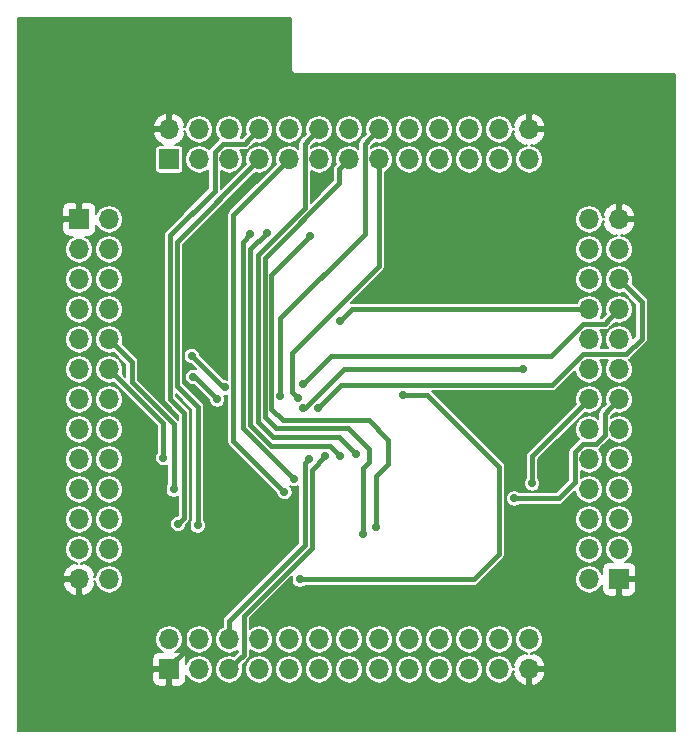
<source format=gbr>
G04 #@! TF.GenerationSoftware,KiCad,Pcbnew,(5.1.2)-2*
G04 #@! TF.CreationDate,2019-10-09T20:23:10+02:00*
G04 #@! TF.ProjectId,PIC18F47K42 MCU Card,50494331-3846-4343-974b-3432204d4355,rev?*
G04 #@! TF.SameCoordinates,Original*
G04 #@! TF.FileFunction,Copper,L2,Bot*
G04 #@! TF.FilePolarity,Positive*
%FSLAX46Y46*%
G04 Gerber Fmt 4.6, Leading zero omitted, Abs format (unit mm)*
G04 Created by KiCad (PCBNEW (5.1.2)-2) date 2019-10-09 20:23:10*
%MOMM*%
%LPD*%
G04 APERTURE LIST*
%ADD10O,1.700000X1.700000*%
%ADD11R,1.700000X1.700000*%
%ADD12C,0.700000*%
%ADD13C,0.381000*%
%ADD14C,0.177800*%
G04 APERTURE END LIST*
D10*
X135128000Y-106299000D03*
X137668000Y-108839000D03*
X137668000Y-83439000D03*
X135128000Y-93599000D03*
X137668000Y-106299000D03*
X135128000Y-91059000D03*
X137668000Y-103759000D03*
X137668000Y-111379000D03*
X137668000Y-88519000D03*
X135128000Y-96139000D03*
X135128000Y-103759000D03*
X135128000Y-108839000D03*
X137668000Y-93599000D03*
X135128000Y-85979000D03*
D11*
X135128000Y-83439000D03*
D10*
X137668000Y-98679000D03*
X137668000Y-113919000D03*
X135128000Y-111379000D03*
X137668000Y-85979000D03*
X135128000Y-113919000D03*
X135128000Y-101219000D03*
X135128000Y-98679000D03*
X137668000Y-91059000D03*
X135128000Y-88519000D03*
X137668000Y-101219000D03*
X137668000Y-96139000D03*
X165608000Y-121539000D03*
X168148000Y-118999000D03*
X142748000Y-118999000D03*
X152908000Y-121539000D03*
X165608000Y-118999000D03*
X150368000Y-121539000D03*
X163068000Y-118999000D03*
X170688000Y-118999000D03*
X147828000Y-118999000D03*
X155448000Y-121539000D03*
X163068000Y-121539000D03*
X168148000Y-121539000D03*
X152908000Y-118999000D03*
X145288000Y-121539000D03*
D11*
X142748000Y-121539000D03*
D10*
X157988000Y-118999000D03*
X173228000Y-118999000D03*
X170688000Y-121539000D03*
X145288000Y-118999000D03*
X173228000Y-121539000D03*
X160528000Y-121539000D03*
X157988000Y-121539000D03*
X150368000Y-118999000D03*
X147828000Y-121539000D03*
X160528000Y-118999000D03*
X155448000Y-118999000D03*
X178308000Y-101219000D03*
X178308000Y-96139000D03*
X180848000Y-108839000D03*
X178308000Y-106299000D03*
X180848000Y-98679000D03*
X180848000Y-96139000D03*
X180848000Y-83439000D03*
X178308000Y-111379000D03*
X180848000Y-85979000D03*
X178308000Y-83439000D03*
X178308000Y-98679000D03*
D11*
X180848000Y-113919000D03*
D10*
X180848000Y-111379000D03*
X178308000Y-103759000D03*
X180848000Y-88519000D03*
X180848000Y-93599000D03*
X180848000Y-101219000D03*
X178308000Y-108839000D03*
X178308000Y-85979000D03*
X178308000Y-93599000D03*
X180848000Y-106299000D03*
X178308000Y-91059000D03*
X180848000Y-103759000D03*
X178308000Y-113919000D03*
X178308000Y-88519000D03*
X180848000Y-91059000D03*
X155448000Y-75819000D03*
X160528000Y-75819000D03*
X147828000Y-78359000D03*
X150368000Y-75819000D03*
X157988000Y-78359000D03*
X160528000Y-78359000D03*
X173228000Y-78359000D03*
X145288000Y-75819000D03*
X170688000Y-78359000D03*
X173228000Y-75819000D03*
X157988000Y-75819000D03*
D11*
X142748000Y-78359000D03*
D10*
X145288000Y-78359000D03*
X152908000Y-75819000D03*
X168148000Y-78359000D03*
X163068000Y-78359000D03*
X155448000Y-78359000D03*
X147828000Y-75819000D03*
X170688000Y-75819000D03*
X163068000Y-75819000D03*
X150368000Y-78359000D03*
X165608000Y-75819000D03*
X152908000Y-78359000D03*
X142748000Y-75819000D03*
X168148000Y-75819000D03*
X165608000Y-78359000D03*
D12*
X148617913Y-109374913D03*
X162558137Y-98296137D03*
X153797000Y-113919000D03*
X143129000Y-106299000D03*
X147447000Y-97663000D03*
X144653000Y-94996000D03*
X146812000Y-98679000D03*
X144780000Y-96774000D03*
X142240000Y-103632000D03*
X155956000Y-103470113D03*
X154559000Y-103735742D03*
X154051000Y-97409000D03*
X154051000Y-99441000D03*
X172720000Y-96139000D03*
X157226000Y-92075000D03*
X155321000Y-99441000D03*
X173482000Y-105791000D03*
X171958000Y-107061000D03*
X153670000Y-98552000D03*
X157226000Y-103505000D03*
X151003000Y-84582000D03*
X160274000Y-109474000D03*
X154686000Y-84836000D03*
X158559500Y-103314500D03*
X159131000Y-110109000D03*
X153289000Y-105410000D03*
X149606000Y-84709000D03*
X152146000Y-98425000D03*
X152503273Y-106529273D03*
X145161000Y-109347000D03*
X143510000Y-109220000D03*
D13*
X142748000Y-121285000D02*
X142748000Y-121539000D01*
X143988501Y-120044499D02*
X142748000Y-121285000D01*
X143988501Y-113218859D02*
X143988501Y-120044499D01*
X148617913Y-109374913D02*
X147832447Y-109374913D01*
X147832447Y-109374913D02*
X143988501Y-113218859D01*
X153797000Y-113919000D02*
X153797000Y-113919000D01*
X162558137Y-98296137D02*
X164590137Y-98296137D01*
X164590137Y-98296137D02*
X170688000Y-104394000D01*
X170688000Y-104394000D02*
X170688000Y-111760000D01*
X170688000Y-111760000D02*
X168529000Y-113919000D01*
X168529000Y-113919000D02*
X153797000Y-113919000D01*
X139573000Y-97222328D02*
X143129000Y-100778328D01*
X137668000Y-93599000D02*
X139573000Y-95504000D01*
X139573000Y-95504000D02*
X139573000Y-97222328D01*
X143129000Y-100778328D02*
X143129000Y-106299000D01*
X147320000Y-97663000D02*
X147447000Y-97663000D01*
X144653000Y-94996000D02*
X147320000Y-97663000D01*
X144907000Y-96774000D02*
X146812000Y-98679000D01*
X144780000Y-96774000D02*
X144907000Y-96774000D01*
X142240000Y-100711000D02*
X137668000Y-96139000D01*
X142240000Y-103632000D02*
X142240000Y-100711000D01*
X155956000Y-103470113D02*
X154813000Y-104613113D01*
X148677999Y-120689001D02*
X147828000Y-121539000D01*
X149068501Y-120298499D02*
X148677999Y-120689001D01*
X149068501Y-116996499D02*
X149068501Y-120298499D01*
X154813000Y-111252000D02*
X149068501Y-116996499D01*
X154813000Y-104613113D02*
X154813000Y-111252000D01*
X154209001Y-104085741D02*
X154209001Y-111034327D01*
X154559000Y-103735742D02*
X154209001Y-104085741D01*
X147828000Y-117415328D02*
X147828000Y-118999000D01*
X154209001Y-111034327D02*
X147828000Y-117415328D01*
X179998001Y-91908999D02*
X180848000Y-91059000D01*
X179607499Y-92299501D02*
X179998001Y-91908999D01*
X177771557Y-92299501D02*
X179607499Y-92299501D01*
X175075058Y-94996000D02*
X177771557Y-92299501D01*
X156464000Y-94996000D02*
X175075058Y-94996000D01*
X154051000Y-97409000D02*
X156464000Y-94996000D01*
X154225058Y-99441000D02*
X157527058Y-96139000D01*
X154051000Y-99441000D02*
X154225058Y-99441000D01*
X157527058Y-96139000D02*
X172720000Y-96139000D01*
X172720000Y-96139000D02*
X172720000Y-96139000D01*
X158242000Y-91059000D02*
X178308000Y-91059000D01*
X157226000Y-92075000D02*
X158242000Y-91059000D01*
X155321000Y-99441000D02*
X157323501Y-97438499D01*
X181443441Y-94839501D02*
X182753000Y-93529942D01*
X177771557Y-94839501D02*
X181443441Y-94839501D01*
X157323501Y-97438499D02*
X175172559Y-97438499D01*
X175172559Y-97438499D02*
X177771557Y-94839501D01*
X182753000Y-90424000D02*
X180848000Y-88519000D01*
X182753000Y-93529942D02*
X182753000Y-90424000D01*
X173482000Y-103505000D02*
X178308000Y-98679000D01*
X173482000Y-105791000D02*
X173482000Y-103505000D01*
X179998001Y-99528999D02*
X180848000Y-98679000D01*
X179607499Y-99919501D02*
X179998001Y-99528999D01*
X179607499Y-101697501D02*
X179607499Y-99919501D01*
X178845499Y-102459501D02*
X179607499Y-101697501D01*
X177771557Y-102459501D02*
X178845499Y-102459501D01*
X177067499Y-103163559D02*
X177771557Y-102459501D01*
X177067499Y-105703559D02*
X177067499Y-103163559D01*
X175710058Y-107061000D02*
X177067499Y-105703559D01*
X171958000Y-107061000D02*
X175710058Y-107061000D01*
X160528000Y-87376000D02*
X160528000Y-78359000D01*
X153162000Y-94742000D02*
X160528000Y-87376000D01*
X153670000Y-98552000D02*
X153162000Y-98044000D01*
X153162000Y-98044000D02*
X153162000Y-94742000D01*
X157226000Y-103505000D02*
X156450612Y-102729612D01*
X156450612Y-102729612D02*
X156337000Y-102616000D01*
X156337000Y-102616000D02*
X151638000Y-102616000D01*
X151384000Y-102616000D02*
X149606000Y-100838000D01*
X151638000Y-102616000D02*
X151384000Y-102616000D01*
X149606000Y-100838000D02*
X149606000Y-86106000D01*
X149606000Y-86106000D02*
X149606000Y-85979000D01*
X149606000Y-85979000D02*
X151003000Y-84582000D01*
X151003000Y-84582000D02*
X151003000Y-84582000D01*
X160274000Y-109474000D02*
X160274000Y-105156000D01*
X160274000Y-105156000D02*
X161290000Y-104140000D01*
X161290000Y-104140000D02*
X161290000Y-102108000D01*
X161290000Y-102108000D02*
X159639000Y-100457000D01*
X159639000Y-100457000D02*
X152781000Y-100457000D01*
X151405499Y-99462499D02*
X151405499Y-88116501D01*
X152781000Y-100457000D02*
X152400000Y-100457000D01*
X152400000Y-100457000D02*
X151405499Y-99462499D01*
X151405499Y-88116501D02*
X154686000Y-84836000D01*
X154686000Y-84836000D02*
X154686000Y-84836000D01*
X154598001Y-76668999D02*
X155448000Y-75819000D01*
X154207499Y-77059501D02*
X154598001Y-76668999D01*
X157099000Y-101854000D02*
X151511000Y-101854000D01*
X151511000Y-101854000D02*
X150241000Y-100584000D01*
X150241000Y-100584000D02*
X150241000Y-86439942D01*
X150241000Y-86439942D02*
X154207499Y-82473443D01*
X158559500Y-103314500D02*
X157099000Y-101854000D01*
X154207499Y-82473443D02*
X154207499Y-77059501D01*
X157138001Y-79208999D02*
X157988000Y-78359000D01*
X157138001Y-80364613D02*
X157138001Y-79208999D01*
X150822010Y-100149010D02*
X150822010Y-86680604D01*
X150822010Y-86680604D02*
X157138001Y-80364613D01*
X159131000Y-110109000D02*
X159131000Y-104521000D01*
X159639000Y-104013000D02*
X159639000Y-102870000D01*
X159639000Y-102870000D02*
X157861000Y-101092000D01*
X159131000Y-104521000D02*
X159639000Y-104013000D01*
X157861000Y-101092000D02*
X151765000Y-101092000D01*
X151765000Y-101092000D02*
X150822010Y-100149010D01*
X153289000Y-105410000D02*
X148971000Y-101092000D01*
X148971000Y-101092000D02*
X148971000Y-92710000D01*
X148971000Y-92710000D02*
X148971000Y-85344000D01*
X148971000Y-85344000D02*
X149606000Y-84709000D01*
X149606000Y-84709000D02*
X149606000Y-84709000D01*
X159678001Y-76668999D02*
X160528000Y-75819000D01*
X159287499Y-77059501D02*
X159678001Y-76668999D01*
X159287499Y-84679501D02*
X159287499Y-77059501D01*
X152146000Y-91821000D02*
X159287499Y-84679501D01*
X152146000Y-98425000D02*
X152146000Y-91821000D01*
X148187501Y-102213501D02*
X148187501Y-83079499D01*
X152503273Y-106529273D02*
X148187501Y-102213501D01*
X148187501Y-83079499D02*
X152908000Y-78359000D01*
X145161000Y-109347000D02*
X145161000Y-99314000D01*
X145161000Y-99314000D02*
X143383000Y-97536000D01*
X143383000Y-85344000D02*
X150368000Y-78359000D01*
X143383000Y-97536000D02*
X143383000Y-85344000D01*
X144018000Y-108712000D02*
X144018000Y-99822000D01*
X143510000Y-109220000D02*
X144018000Y-108712000D01*
X149127499Y-77059501D02*
X149518001Y-76668999D01*
X147291557Y-77059501D02*
X149127499Y-77059501D01*
X146587499Y-77763559D02*
X147291557Y-77059501D01*
X149518001Y-76668999D02*
X150368000Y-75819000D01*
X146587499Y-80996501D02*
X146587499Y-77763559D01*
X142801990Y-84782010D02*
X146587499Y-80996501D01*
X142801990Y-98605990D02*
X142801990Y-84782010D01*
X144018000Y-99822000D02*
X142801990Y-98605990D01*
D14*
G36*
X153048101Y-70720917D02*
G01*
X153046320Y-70739000D01*
X153053423Y-70811121D01*
X153074460Y-70880470D01*
X153108622Y-70944383D01*
X153154597Y-71000403D01*
X153210617Y-71046378D01*
X153274530Y-71080540D01*
X153343879Y-71101577D01*
X153397927Y-71106900D01*
X153416000Y-71108680D01*
X153434073Y-71106900D01*
X185560101Y-71106900D01*
X185560100Y-126759100D01*
X129907900Y-126759100D01*
X129907900Y-122389000D01*
X141298212Y-122389000D01*
X141309737Y-122506013D01*
X141343868Y-122618529D01*
X141399295Y-122722224D01*
X141473886Y-122813114D01*
X141564776Y-122887705D01*
X141668471Y-122943132D01*
X141780987Y-122977263D01*
X141898000Y-122988788D01*
X142433675Y-122985900D01*
X142582900Y-122836675D01*
X142582900Y-121704100D01*
X141450325Y-121704100D01*
X141301100Y-121853325D01*
X141298212Y-122389000D01*
X129907900Y-122389000D01*
X129907900Y-120689000D01*
X141298212Y-120689000D01*
X141301100Y-121224675D01*
X141450325Y-121373900D01*
X142582900Y-121373900D01*
X142582900Y-121353900D01*
X142913100Y-121353900D01*
X142913100Y-121373900D01*
X142933100Y-121373900D01*
X142933100Y-121704100D01*
X142913100Y-121704100D01*
X142913100Y-122836675D01*
X143062325Y-122985900D01*
X143598000Y-122988788D01*
X143715013Y-122977263D01*
X143827529Y-122943132D01*
X143931224Y-122887705D01*
X144022114Y-122813114D01*
X144096705Y-122722224D01*
X144152132Y-122618529D01*
X144186263Y-122506013D01*
X144197788Y-122389000D01*
X144195832Y-122026262D01*
X144291341Y-122204946D01*
X144440412Y-122386588D01*
X144622054Y-122535659D01*
X144829288Y-122646428D01*
X145054151Y-122714639D01*
X145229406Y-122731900D01*
X145346594Y-122731900D01*
X145521849Y-122714639D01*
X145746712Y-122646428D01*
X145953946Y-122535659D01*
X146135588Y-122386588D01*
X146284659Y-122204946D01*
X146395428Y-121997712D01*
X146463639Y-121772849D01*
X146486671Y-121539000D01*
X146463639Y-121305151D01*
X146395428Y-121080288D01*
X146284659Y-120873054D01*
X146135588Y-120691412D01*
X145953946Y-120542341D01*
X145746712Y-120431572D01*
X145521849Y-120363361D01*
X145346594Y-120346100D01*
X145229406Y-120346100D01*
X145054151Y-120363361D01*
X144829288Y-120431572D01*
X144622054Y-120542341D01*
X144440412Y-120691412D01*
X144291341Y-120873054D01*
X144195832Y-121051738D01*
X144197788Y-120689000D01*
X144186263Y-120571987D01*
X144152132Y-120459471D01*
X144096705Y-120355776D01*
X144022114Y-120264886D01*
X143931224Y-120190295D01*
X143827529Y-120134868D01*
X143715013Y-120100737D01*
X143598000Y-120089212D01*
X143235262Y-120091168D01*
X143413946Y-119995659D01*
X143595588Y-119846588D01*
X143744659Y-119664946D01*
X143855428Y-119457712D01*
X143923639Y-119232849D01*
X143946671Y-118999000D01*
X144089329Y-118999000D01*
X144112361Y-119232849D01*
X144180572Y-119457712D01*
X144291341Y-119664946D01*
X144440412Y-119846588D01*
X144622054Y-119995659D01*
X144829288Y-120106428D01*
X145054151Y-120174639D01*
X145229406Y-120191900D01*
X145346594Y-120191900D01*
X145521849Y-120174639D01*
X145746712Y-120106428D01*
X145953946Y-119995659D01*
X146135588Y-119846588D01*
X146284659Y-119664946D01*
X146395428Y-119457712D01*
X146463639Y-119232849D01*
X146486671Y-118999000D01*
X146463639Y-118765151D01*
X146395428Y-118540288D01*
X146284659Y-118333054D01*
X146135588Y-118151412D01*
X145953946Y-118002341D01*
X145746712Y-117891572D01*
X145521849Y-117823361D01*
X145346594Y-117806100D01*
X145229406Y-117806100D01*
X145054151Y-117823361D01*
X144829288Y-117891572D01*
X144622054Y-118002341D01*
X144440412Y-118151412D01*
X144291341Y-118333054D01*
X144180572Y-118540288D01*
X144112361Y-118765151D01*
X144089329Y-118999000D01*
X143946671Y-118999000D01*
X143923639Y-118765151D01*
X143855428Y-118540288D01*
X143744659Y-118333054D01*
X143595588Y-118151412D01*
X143413946Y-118002341D01*
X143206712Y-117891572D01*
X142981849Y-117823361D01*
X142806594Y-117806100D01*
X142689406Y-117806100D01*
X142514151Y-117823361D01*
X142289288Y-117891572D01*
X142082054Y-118002341D01*
X141900412Y-118151412D01*
X141751341Y-118333054D01*
X141640572Y-118540288D01*
X141572361Y-118765151D01*
X141549329Y-118999000D01*
X141572361Y-119232849D01*
X141640572Y-119457712D01*
X141751341Y-119664946D01*
X141900412Y-119846588D01*
X142082054Y-119995659D01*
X142260738Y-120091168D01*
X141898000Y-120089212D01*
X141780987Y-120100737D01*
X141668471Y-120134868D01*
X141564776Y-120190295D01*
X141473886Y-120264886D01*
X141399295Y-120355776D01*
X141343868Y-120459471D01*
X141309737Y-120571987D01*
X141298212Y-120689000D01*
X129907900Y-120689000D01*
X129907900Y-114306934D01*
X133734075Y-114306934D01*
X133753464Y-114370871D01*
X133868031Y-114630347D01*
X134031018Y-114862486D01*
X134236161Y-115058368D01*
X134475577Y-115210465D01*
X134740065Y-115312931D01*
X134962900Y-115207231D01*
X134962900Y-114084100D01*
X133840870Y-114084100D01*
X133734075Y-114306934D01*
X129907900Y-114306934D01*
X129907900Y-113531066D01*
X133734075Y-113531066D01*
X133840870Y-113753900D01*
X134962900Y-113753900D01*
X134962900Y-113733900D01*
X135293100Y-113733900D01*
X135293100Y-113753900D01*
X135313100Y-113753900D01*
X135313100Y-114084100D01*
X135293100Y-114084100D01*
X135293100Y-115207231D01*
X135515935Y-115312931D01*
X135780423Y-115210465D01*
X136019839Y-115058368D01*
X136224982Y-114862486D01*
X136387969Y-114630347D01*
X136502536Y-114370871D01*
X136521925Y-114306934D01*
X136415131Y-114084102D01*
X136485590Y-114084102D01*
X136492361Y-114152849D01*
X136560572Y-114377712D01*
X136671341Y-114584946D01*
X136820412Y-114766588D01*
X137002054Y-114915659D01*
X137209288Y-115026428D01*
X137434151Y-115094639D01*
X137609406Y-115111900D01*
X137726594Y-115111900D01*
X137901849Y-115094639D01*
X138126712Y-115026428D01*
X138333946Y-114915659D01*
X138515588Y-114766588D01*
X138664659Y-114584946D01*
X138775428Y-114377712D01*
X138843639Y-114152849D01*
X138866671Y-113919000D01*
X138843639Y-113685151D01*
X138775428Y-113460288D01*
X138664659Y-113253054D01*
X138515588Y-113071412D01*
X138333946Y-112922341D01*
X138126712Y-112811572D01*
X137901849Y-112743361D01*
X137726594Y-112726100D01*
X137609406Y-112726100D01*
X137434151Y-112743361D01*
X137209288Y-112811572D01*
X137002054Y-112922341D01*
X136820412Y-113071412D01*
X136671341Y-113253054D01*
X136560572Y-113460288D01*
X136492361Y-113685151D01*
X136485590Y-113753898D01*
X136415131Y-113753898D01*
X136521925Y-113531066D01*
X136502536Y-113467129D01*
X136387969Y-113207653D01*
X136224982Y-112975514D01*
X136019839Y-112779632D01*
X135780423Y-112627535D01*
X135515935Y-112525069D01*
X135293102Y-112630768D01*
X135293102Y-112561410D01*
X135361849Y-112554639D01*
X135586712Y-112486428D01*
X135793946Y-112375659D01*
X135975588Y-112226588D01*
X136124659Y-112044946D01*
X136235428Y-111837712D01*
X136303639Y-111612849D01*
X136326671Y-111379000D01*
X136469329Y-111379000D01*
X136492361Y-111612849D01*
X136560572Y-111837712D01*
X136671341Y-112044946D01*
X136820412Y-112226588D01*
X137002054Y-112375659D01*
X137209288Y-112486428D01*
X137434151Y-112554639D01*
X137609406Y-112571900D01*
X137726594Y-112571900D01*
X137901849Y-112554639D01*
X138126712Y-112486428D01*
X138333946Y-112375659D01*
X138515588Y-112226588D01*
X138664659Y-112044946D01*
X138775428Y-111837712D01*
X138843639Y-111612849D01*
X138866671Y-111379000D01*
X138843639Y-111145151D01*
X138775428Y-110920288D01*
X138664659Y-110713054D01*
X138515588Y-110531412D01*
X138333946Y-110382341D01*
X138126712Y-110271572D01*
X137901849Y-110203361D01*
X137726594Y-110186100D01*
X137609406Y-110186100D01*
X137434151Y-110203361D01*
X137209288Y-110271572D01*
X137002054Y-110382341D01*
X136820412Y-110531412D01*
X136671341Y-110713054D01*
X136560572Y-110920288D01*
X136492361Y-111145151D01*
X136469329Y-111379000D01*
X136326671Y-111379000D01*
X136303639Y-111145151D01*
X136235428Y-110920288D01*
X136124659Y-110713054D01*
X135975588Y-110531412D01*
X135793946Y-110382341D01*
X135586712Y-110271572D01*
X135361849Y-110203361D01*
X135186594Y-110186100D01*
X135069406Y-110186100D01*
X134894151Y-110203361D01*
X134669288Y-110271572D01*
X134462054Y-110382341D01*
X134280412Y-110531412D01*
X134131341Y-110713054D01*
X134020572Y-110920288D01*
X133952361Y-111145151D01*
X133929329Y-111379000D01*
X133952361Y-111612849D01*
X134020572Y-111837712D01*
X134131341Y-112044946D01*
X134280412Y-112226588D01*
X134462054Y-112375659D01*
X134669288Y-112486428D01*
X134894151Y-112554639D01*
X134962898Y-112561410D01*
X134962898Y-112630768D01*
X134740065Y-112525069D01*
X134475577Y-112627535D01*
X134236161Y-112779632D01*
X134031018Y-112975514D01*
X133868031Y-113207653D01*
X133753464Y-113467129D01*
X133734075Y-113531066D01*
X129907900Y-113531066D01*
X129907900Y-108839000D01*
X133929329Y-108839000D01*
X133952361Y-109072849D01*
X134020572Y-109297712D01*
X134131341Y-109504946D01*
X134280412Y-109686588D01*
X134462054Y-109835659D01*
X134669288Y-109946428D01*
X134894151Y-110014639D01*
X135069406Y-110031900D01*
X135186594Y-110031900D01*
X135361849Y-110014639D01*
X135586712Y-109946428D01*
X135793946Y-109835659D01*
X135975588Y-109686588D01*
X136124659Y-109504946D01*
X136235428Y-109297712D01*
X136303639Y-109072849D01*
X136326671Y-108839000D01*
X136469329Y-108839000D01*
X136492361Y-109072849D01*
X136560572Y-109297712D01*
X136671341Y-109504946D01*
X136820412Y-109686588D01*
X137002054Y-109835659D01*
X137209288Y-109946428D01*
X137434151Y-110014639D01*
X137609406Y-110031900D01*
X137726594Y-110031900D01*
X137901849Y-110014639D01*
X138126712Y-109946428D01*
X138333946Y-109835659D01*
X138515588Y-109686588D01*
X138664659Y-109504946D01*
X138775428Y-109297712D01*
X138843639Y-109072849D01*
X138866671Y-108839000D01*
X138843639Y-108605151D01*
X138775428Y-108380288D01*
X138664659Y-108173054D01*
X138515588Y-107991412D01*
X138333946Y-107842341D01*
X138126712Y-107731572D01*
X137901849Y-107663361D01*
X137726594Y-107646100D01*
X137609406Y-107646100D01*
X137434151Y-107663361D01*
X137209288Y-107731572D01*
X137002054Y-107842341D01*
X136820412Y-107991412D01*
X136671341Y-108173054D01*
X136560572Y-108380288D01*
X136492361Y-108605151D01*
X136469329Y-108839000D01*
X136326671Y-108839000D01*
X136303639Y-108605151D01*
X136235428Y-108380288D01*
X136124659Y-108173054D01*
X135975588Y-107991412D01*
X135793946Y-107842341D01*
X135586712Y-107731572D01*
X135361849Y-107663361D01*
X135186594Y-107646100D01*
X135069406Y-107646100D01*
X134894151Y-107663361D01*
X134669288Y-107731572D01*
X134462054Y-107842341D01*
X134280412Y-107991412D01*
X134131341Y-108173054D01*
X134020572Y-108380288D01*
X133952361Y-108605151D01*
X133929329Y-108839000D01*
X129907900Y-108839000D01*
X129907900Y-106299000D01*
X133929329Y-106299000D01*
X133952361Y-106532849D01*
X134020572Y-106757712D01*
X134131341Y-106964946D01*
X134280412Y-107146588D01*
X134462054Y-107295659D01*
X134669288Y-107406428D01*
X134894151Y-107474639D01*
X135069406Y-107491900D01*
X135186594Y-107491900D01*
X135361849Y-107474639D01*
X135586712Y-107406428D01*
X135793946Y-107295659D01*
X135975588Y-107146588D01*
X136124659Y-106964946D01*
X136235428Y-106757712D01*
X136303639Y-106532849D01*
X136326671Y-106299000D01*
X136469329Y-106299000D01*
X136492361Y-106532849D01*
X136560572Y-106757712D01*
X136671341Y-106964946D01*
X136820412Y-107146588D01*
X137002054Y-107295659D01*
X137209288Y-107406428D01*
X137434151Y-107474639D01*
X137609406Y-107491900D01*
X137726594Y-107491900D01*
X137901849Y-107474639D01*
X138126712Y-107406428D01*
X138333946Y-107295659D01*
X138515588Y-107146588D01*
X138664659Y-106964946D01*
X138775428Y-106757712D01*
X138843639Y-106532849D01*
X138866671Y-106299000D01*
X138843639Y-106065151D01*
X138775428Y-105840288D01*
X138664659Y-105633054D01*
X138515588Y-105451412D01*
X138333946Y-105302341D01*
X138126712Y-105191572D01*
X137901849Y-105123361D01*
X137726594Y-105106100D01*
X137609406Y-105106100D01*
X137434151Y-105123361D01*
X137209288Y-105191572D01*
X137002054Y-105302341D01*
X136820412Y-105451412D01*
X136671341Y-105633054D01*
X136560572Y-105840288D01*
X136492361Y-106065151D01*
X136469329Y-106299000D01*
X136326671Y-106299000D01*
X136303639Y-106065151D01*
X136235428Y-105840288D01*
X136124659Y-105633054D01*
X135975588Y-105451412D01*
X135793946Y-105302341D01*
X135586712Y-105191572D01*
X135361849Y-105123361D01*
X135186594Y-105106100D01*
X135069406Y-105106100D01*
X134894151Y-105123361D01*
X134669288Y-105191572D01*
X134462054Y-105302341D01*
X134280412Y-105451412D01*
X134131341Y-105633054D01*
X134020572Y-105840288D01*
X133952361Y-106065151D01*
X133929329Y-106299000D01*
X129907900Y-106299000D01*
X129907900Y-103759000D01*
X133929329Y-103759000D01*
X133952361Y-103992849D01*
X134020572Y-104217712D01*
X134131341Y-104424946D01*
X134280412Y-104606588D01*
X134462054Y-104755659D01*
X134669288Y-104866428D01*
X134894151Y-104934639D01*
X135069406Y-104951900D01*
X135186594Y-104951900D01*
X135361849Y-104934639D01*
X135586712Y-104866428D01*
X135793946Y-104755659D01*
X135975588Y-104606588D01*
X136124659Y-104424946D01*
X136235428Y-104217712D01*
X136303639Y-103992849D01*
X136326671Y-103759000D01*
X136469329Y-103759000D01*
X136492361Y-103992849D01*
X136560572Y-104217712D01*
X136671341Y-104424946D01*
X136820412Y-104606588D01*
X137002054Y-104755659D01*
X137209288Y-104866428D01*
X137434151Y-104934639D01*
X137609406Y-104951900D01*
X137726594Y-104951900D01*
X137901849Y-104934639D01*
X138126712Y-104866428D01*
X138333946Y-104755659D01*
X138515588Y-104606588D01*
X138664659Y-104424946D01*
X138775428Y-104217712D01*
X138843639Y-103992849D01*
X138866671Y-103759000D01*
X138843639Y-103525151D01*
X138775428Y-103300288D01*
X138664659Y-103093054D01*
X138515588Y-102911412D01*
X138333946Y-102762341D01*
X138126712Y-102651572D01*
X137901849Y-102583361D01*
X137726594Y-102566100D01*
X137609406Y-102566100D01*
X137434151Y-102583361D01*
X137209288Y-102651572D01*
X137002054Y-102762341D01*
X136820412Y-102911412D01*
X136671341Y-103093054D01*
X136560572Y-103300288D01*
X136492361Y-103525151D01*
X136469329Y-103759000D01*
X136326671Y-103759000D01*
X136303639Y-103525151D01*
X136235428Y-103300288D01*
X136124659Y-103093054D01*
X135975588Y-102911412D01*
X135793946Y-102762341D01*
X135586712Y-102651572D01*
X135361849Y-102583361D01*
X135186594Y-102566100D01*
X135069406Y-102566100D01*
X134894151Y-102583361D01*
X134669288Y-102651572D01*
X134462054Y-102762341D01*
X134280412Y-102911412D01*
X134131341Y-103093054D01*
X134020572Y-103300288D01*
X133952361Y-103525151D01*
X133929329Y-103759000D01*
X129907900Y-103759000D01*
X129907900Y-101219000D01*
X133929329Y-101219000D01*
X133952361Y-101452849D01*
X134020572Y-101677712D01*
X134131341Y-101884946D01*
X134280412Y-102066588D01*
X134462054Y-102215659D01*
X134669288Y-102326428D01*
X134894151Y-102394639D01*
X135069406Y-102411900D01*
X135186594Y-102411900D01*
X135361849Y-102394639D01*
X135586712Y-102326428D01*
X135793946Y-102215659D01*
X135975588Y-102066588D01*
X136124659Y-101884946D01*
X136235428Y-101677712D01*
X136303639Y-101452849D01*
X136326671Y-101219000D01*
X136469329Y-101219000D01*
X136492361Y-101452849D01*
X136560572Y-101677712D01*
X136671341Y-101884946D01*
X136820412Y-102066588D01*
X137002054Y-102215659D01*
X137209288Y-102326428D01*
X137434151Y-102394639D01*
X137609406Y-102411900D01*
X137726594Y-102411900D01*
X137901849Y-102394639D01*
X138126712Y-102326428D01*
X138333946Y-102215659D01*
X138515588Y-102066588D01*
X138664659Y-101884946D01*
X138775428Y-101677712D01*
X138843639Y-101452849D01*
X138866671Y-101219000D01*
X138843639Y-100985151D01*
X138775428Y-100760288D01*
X138664659Y-100553054D01*
X138515588Y-100371412D01*
X138333946Y-100222341D01*
X138126712Y-100111572D01*
X137901849Y-100043361D01*
X137726594Y-100026100D01*
X137609406Y-100026100D01*
X137434151Y-100043361D01*
X137209288Y-100111572D01*
X137002054Y-100222341D01*
X136820412Y-100371412D01*
X136671341Y-100553054D01*
X136560572Y-100760288D01*
X136492361Y-100985151D01*
X136469329Y-101219000D01*
X136326671Y-101219000D01*
X136303639Y-100985151D01*
X136235428Y-100760288D01*
X136124659Y-100553054D01*
X135975588Y-100371412D01*
X135793946Y-100222341D01*
X135586712Y-100111572D01*
X135361849Y-100043361D01*
X135186594Y-100026100D01*
X135069406Y-100026100D01*
X134894151Y-100043361D01*
X134669288Y-100111572D01*
X134462054Y-100222341D01*
X134280412Y-100371412D01*
X134131341Y-100553054D01*
X134020572Y-100760288D01*
X133952361Y-100985151D01*
X133929329Y-101219000D01*
X129907900Y-101219000D01*
X129907900Y-98679000D01*
X133929329Y-98679000D01*
X133952361Y-98912849D01*
X134020572Y-99137712D01*
X134131341Y-99344946D01*
X134280412Y-99526588D01*
X134462054Y-99675659D01*
X134669288Y-99786428D01*
X134894151Y-99854639D01*
X135069406Y-99871900D01*
X135186594Y-99871900D01*
X135361849Y-99854639D01*
X135586712Y-99786428D01*
X135793946Y-99675659D01*
X135975588Y-99526588D01*
X136124659Y-99344946D01*
X136235428Y-99137712D01*
X136303639Y-98912849D01*
X136326671Y-98679000D01*
X136469329Y-98679000D01*
X136492361Y-98912849D01*
X136560572Y-99137712D01*
X136671341Y-99344946D01*
X136820412Y-99526588D01*
X137002054Y-99675659D01*
X137209288Y-99786428D01*
X137434151Y-99854639D01*
X137609406Y-99871900D01*
X137726594Y-99871900D01*
X137901849Y-99854639D01*
X138126712Y-99786428D01*
X138333946Y-99675659D01*
X138515588Y-99526588D01*
X138664659Y-99344946D01*
X138775428Y-99137712D01*
X138843639Y-98912849D01*
X138866671Y-98679000D01*
X138843639Y-98445151D01*
X138775428Y-98220288D01*
X138664659Y-98013054D01*
X138515588Y-97831412D01*
X138333946Y-97682341D01*
X138126712Y-97571572D01*
X137901849Y-97503361D01*
X137726594Y-97486100D01*
X137609406Y-97486100D01*
X137434151Y-97503361D01*
X137209288Y-97571572D01*
X137002054Y-97682341D01*
X136820412Y-97831412D01*
X136671341Y-98013054D01*
X136560572Y-98220288D01*
X136492361Y-98445151D01*
X136469329Y-98679000D01*
X136326671Y-98679000D01*
X136303639Y-98445151D01*
X136235428Y-98220288D01*
X136124659Y-98013054D01*
X135975588Y-97831412D01*
X135793946Y-97682341D01*
X135586712Y-97571572D01*
X135361849Y-97503361D01*
X135186594Y-97486100D01*
X135069406Y-97486100D01*
X134894151Y-97503361D01*
X134669288Y-97571572D01*
X134462054Y-97682341D01*
X134280412Y-97831412D01*
X134131341Y-98013054D01*
X134020572Y-98220288D01*
X133952361Y-98445151D01*
X133929329Y-98679000D01*
X129907900Y-98679000D01*
X129907900Y-96139000D01*
X133929329Y-96139000D01*
X133952361Y-96372849D01*
X134020572Y-96597712D01*
X134131341Y-96804946D01*
X134280412Y-96986588D01*
X134462054Y-97135659D01*
X134669288Y-97246428D01*
X134894151Y-97314639D01*
X135069406Y-97331900D01*
X135186594Y-97331900D01*
X135361849Y-97314639D01*
X135586712Y-97246428D01*
X135793946Y-97135659D01*
X135975588Y-96986588D01*
X136124659Y-96804946D01*
X136235428Y-96597712D01*
X136303639Y-96372849D01*
X136326671Y-96139000D01*
X136303639Y-95905151D01*
X136235428Y-95680288D01*
X136124659Y-95473054D01*
X135975588Y-95291412D01*
X135793946Y-95142341D01*
X135586712Y-95031572D01*
X135361849Y-94963361D01*
X135186594Y-94946100D01*
X135069406Y-94946100D01*
X134894151Y-94963361D01*
X134669288Y-95031572D01*
X134462054Y-95142341D01*
X134280412Y-95291412D01*
X134131341Y-95473054D01*
X134020572Y-95680288D01*
X133952361Y-95905151D01*
X133929329Y-96139000D01*
X129907900Y-96139000D01*
X129907900Y-93599000D01*
X133929329Y-93599000D01*
X133952361Y-93832849D01*
X134020572Y-94057712D01*
X134131341Y-94264946D01*
X134280412Y-94446588D01*
X134462054Y-94595659D01*
X134669288Y-94706428D01*
X134894151Y-94774639D01*
X135069406Y-94791900D01*
X135186594Y-94791900D01*
X135361849Y-94774639D01*
X135586712Y-94706428D01*
X135793946Y-94595659D01*
X135975588Y-94446588D01*
X136124659Y-94264946D01*
X136235428Y-94057712D01*
X136303639Y-93832849D01*
X136326671Y-93599000D01*
X136469329Y-93599000D01*
X136492361Y-93832849D01*
X136560572Y-94057712D01*
X136671341Y-94264946D01*
X136820412Y-94446588D01*
X137002054Y-94595659D01*
X137209288Y-94706428D01*
X137434151Y-94774639D01*
X137609406Y-94791900D01*
X137726594Y-94791900D01*
X137901849Y-94774639D01*
X138045671Y-94731012D01*
X139039600Y-95724941D01*
X139039601Y-96756260D01*
X138800012Y-96516670D01*
X138843639Y-96372849D01*
X138866671Y-96139000D01*
X138843639Y-95905151D01*
X138775428Y-95680288D01*
X138664659Y-95473054D01*
X138515588Y-95291412D01*
X138333946Y-95142341D01*
X138126712Y-95031572D01*
X137901849Y-94963361D01*
X137726594Y-94946100D01*
X137609406Y-94946100D01*
X137434151Y-94963361D01*
X137209288Y-95031572D01*
X137002054Y-95142341D01*
X136820412Y-95291412D01*
X136671341Y-95473054D01*
X136560572Y-95680288D01*
X136492361Y-95905151D01*
X136469329Y-96139000D01*
X136492361Y-96372849D01*
X136560572Y-96597712D01*
X136671341Y-96804946D01*
X136820412Y-96986588D01*
X137002054Y-97135659D01*
X137209288Y-97246428D01*
X137434151Y-97314639D01*
X137609406Y-97331900D01*
X137726594Y-97331900D01*
X137901849Y-97314639D01*
X138045670Y-97271012D01*
X141706601Y-100931943D01*
X141706600Y-103185491D01*
X141701789Y-103190302D01*
X141625960Y-103303789D01*
X141573727Y-103429888D01*
X141547100Y-103563755D01*
X141547100Y-103700245D01*
X141573727Y-103834112D01*
X141625960Y-103960211D01*
X141701789Y-104073698D01*
X141798302Y-104170211D01*
X141911789Y-104246040D01*
X142037888Y-104298273D01*
X142171755Y-104324900D01*
X142308245Y-104324900D01*
X142442112Y-104298273D01*
X142568211Y-104246040D01*
X142595601Y-104227739D01*
X142595601Y-105852490D01*
X142590789Y-105857302D01*
X142514960Y-105970789D01*
X142462727Y-106096888D01*
X142436100Y-106230755D01*
X142436100Y-106367245D01*
X142462727Y-106501112D01*
X142514960Y-106627211D01*
X142590789Y-106740698D01*
X142687302Y-106837211D01*
X142800789Y-106913040D01*
X142926888Y-106965273D01*
X143060755Y-106991900D01*
X143197245Y-106991900D01*
X143331112Y-106965273D01*
X143457211Y-106913040D01*
X143484600Y-106894739D01*
X143484600Y-108491058D01*
X143448558Y-108527100D01*
X143441755Y-108527100D01*
X143307888Y-108553727D01*
X143181789Y-108605960D01*
X143068302Y-108681789D01*
X142971789Y-108778302D01*
X142895960Y-108891789D01*
X142843727Y-109017888D01*
X142817100Y-109151755D01*
X142817100Y-109288245D01*
X142843727Y-109422112D01*
X142895960Y-109548211D01*
X142971789Y-109661698D01*
X143068302Y-109758211D01*
X143181789Y-109834040D01*
X143307888Y-109886273D01*
X143441755Y-109912900D01*
X143578245Y-109912900D01*
X143712112Y-109886273D01*
X143838211Y-109834040D01*
X143951698Y-109758211D01*
X144048211Y-109661698D01*
X144124040Y-109548211D01*
X144176273Y-109422112D01*
X144202900Y-109288245D01*
X144202900Y-109281442D01*
X144376651Y-109107691D01*
X144396995Y-109090995D01*
X144463651Y-109009775D01*
X144513181Y-108917111D01*
X144543681Y-108816565D01*
X144551400Y-108738195D01*
X144551400Y-108738188D01*
X144553979Y-108712001D01*
X144551400Y-108685814D01*
X144551400Y-99848187D01*
X144553979Y-99822000D01*
X144551400Y-99795813D01*
X144551400Y-99795805D01*
X144543681Y-99717435D01*
X144513181Y-99616889D01*
X144463651Y-99524225D01*
X144396995Y-99443005D01*
X144376645Y-99426304D01*
X143335390Y-98385049D01*
X143335390Y-98242731D01*
X144627601Y-99534942D01*
X144627600Y-108900491D01*
X144622789Y-108905302D01*
X144546960Y-109018789D01*
X144494727Y-109144888D01*
X144468100Y-109278755D01*
X144468100Y-109415245D01*
X144494727Y-109549112D01*
X144546960Y-109675211D01*
X144622789Y-109788698D01*
X144719302Y-109885211D01*
X144832789Y-109961040D01*
X144958888Y-110013273D01*
X145092755Y-110039900D01*
X145229245Y-110039900D01*
X145363112Y-110013273D01*
X145489211Y-109961040D01*
X145602698Y-109885211D01*
X145699211Y-109788698D01*
X145775040Y-109675211D01*
X145827273Y-109549112D01*
X145853900Y-109415245D01*
X145853900Y-109278755D01*
X145827273Y-109144888D01*
X145775040Y-109018789D01*
X145699211Y-108905302D01*
X145694400Y-108900491D01*
X145694400Y-99340194D01*
X145696980Y-99314000D01*
X145689287Y-99235890D01*
X145686681Y-99209435D01*
X145656181Y-99108889D01*
X145606651Y-99016225D01*
X145539995Y-98935005D01*
X145519645Y-98918304D01*
X143916400Y-97315059D01*
X143916400Y-94927755D01*
X143960100Y-94927755D01*
X143960100Y-95064245D01*
X143986727Y-95198112D01*
X144038960Y-95324211D01*
X144114789Y-95437698D01*
X144211302Y-95534211D01*
X144324789Y-95610040D01*
X144450888Y-95662273D01*
X144584755Y-95688900D01*
X144591559Y-95688900D01*
X145030379Y-96127720D01*
X144982112Y-96107727D01*
X144848245Y-96081100D01*
X144711755Y-96081100D01*
X144577888Y-96107727D01*
X144451789Y-96159960D01*
X144338302Y-96235789D01*
X144241789Y-96332302D01*
X144165960Y-96445789D01*
X144113727Y-96571888D01*
X144087100Y-96705755D01*
X144087100Y-96842245D01*
X144113727Y-96976112D01*
X144165960Y-97102211D01*
X144241789Y-97215698D01*
X144338302Y-97312211D01*
X144451789Y-97388040D01*
X144577888Y-97440273D01*
X144711755Y-97466900D01*
X144845559Y-97466900D01*
X146119100Y-98740441D01*
X146119100Y-98747245D01*
X146145727Y-98881112D01*
X146197960Y-99007211D01*
X146273789Y-99120698D01*
X146370302Y-99217211D01*
X146483789Y-99293040D01*
X146609888Y-99345273D01*
X146743755Y-99371900D01*
X146880245Y-99371900D01*
X147014112Y-99345273D01*
X147140211Y-99293040D01*
X147253698Y-99217211D01*
X147350211Y-99120698D01*
X147426040Y-99007211D01*
X147478273Y-98881112D01*
X147504900Y-98747245D01*
X147504900Y-98610755D01*
X147478273Y-98476888D01*
X147428157Y-98355900D01*
X147515245Y-98355900D01*
X147649112Y-98329273D01*
X147654101Y-98327206D01*
X147654101Y-102187314D01*
X147651522Y-102213501D01*
X147654101Y-102239688D01*
X147654101Y-102239695D01*
X147661820Y-102318065D01*
X147692320Y-102418611D01*
X147741850Y-102511276D01*
X147808506Y-102592496D01*
X147828856Y-102609197D01*
X151810373Y-106590715D01*
X151810373Y-106597518D01*
X151837000Y-106731385D01*
X151889233Y-106857484D01*
X151965062Y-106970971D01*
X152061575Y-107067484D01*
X152175062Y-107143313D01*
X152301161Y-107195546D01*
X152435028Y-107222173D01*
X152571518Y-107222173D01*
X152705385Y-107195546D01*
X152831484Y-107143313D01*
X152944971Y-107067484D01*
X153041484Y-106970971D01*
X153117313Y-106857484D01*
X153169546Y-106731385D01*
X153196173Y-106597518D01*
X153196173Y-106461028D01*
X153169546Y-106327161D01*
X153117313Y-106201062D01*
X153041484Y-106087575D01*
X152990083Y-106036174D01*
X153086888Y-106076273D01*
X153220755Y-106102900D01*
X153357245Y-106102900D01*
X153491112Y-106076273D01*
X153617211Y-106024040D01*
X153675601Y-105985025D01*
X153675602Y-110813384D01*
X147469355Y-117019632D01*
X147449005Y-117036333D01*
X147382349Y-117117553D01*
X147332819Y-117210218D01*
X147302319Y-117310764D01*
X147294600Y-117389134D01*
X147294600Y-117389141D01*
X147292021Y-117415328D01*
X147294600Y-117441515D01*
X147294600Y-117931493D01*
X147162054Y-118002341D01*
X146980412Y-118151412D01*
X146831341Y-118333054D01*
X146720572Y-118540288D01*
X146652361Y-118765151D01*
X146629329Y-118999000D01*
X146652361Y-119232849D01*
X146720572Y-119457712D01*
X146831341Y-119664946D01*
X146980412Y-119846588D01*
X147162054Y-119995659D01*
X147369288Y-120106428D01*
X147594151Y-120174639D01*
X147769406Y-120191900D01*
X147886594Y-120191900D01*
X148061849Y-120174639D01*
X148286712Y-120106428D01*
X148493946Y-119995659D01*
X148535102Y-119961883D01*
X148535102Y-120077556D01*
X148319355Y-120293304D01*
X148319350Y-120293308D01*
X148205670Y-120406988D01*
X148061849Y-120363361D01*
X147886594Y-120346100D01*
X147769406Y-120346100D01*
X147594151Y-120363361D01*
X147369288Y-120431572D01*
X147162054Y-120542341D01*
X146980412Y-120691412D01*
X146831341Y-120873054D01*
X146720572Y-121080288D01*
X146652361Y-121305151D01*
X146629329Y-121539000D01*
X146652361Y-121772849D01*
X146720572Y-121997712D01*
X146831341Y-122204946D01*
X146980412Y-122386588D01*
X147162054Y-122535659D01*
X147369288Y-122646428D01*
X147594151Y-122714639D01*
X147769406Y-122731900D01*
X147886594Y-122731900D01*
X148061849Y-122714639D01*
X148286712Y-122646428D01*
X148493946Y-122535659D01*
X148675588Y-122386588D01*
X148824659Y-122204946D01*
X148935428Y-121997712D01*
X149003639Y-121772849D01*
X149026671Y-121539000D01*
X149169329Y-121539000D01*
X149192361Y-121772849D01*
X149260572Y-121997712D01*
X149371341Y-122204946D01*
X149520412Y-122386588D01*
X149702054Y-122535659D01*
X149909288Y-122646428D01*
X150134151Y-122714639D01*
X150309406Y-122731900D01*
X150426594Y-122731900D01*
X150601849Y-122714639D01*
X150826712Y-122646428D01*
X151033946Y-122535659D01*
X151215588Y-122386588D01*
X151364659Y-122204946D01*
X151475428Y-121997712D01*
X151543639Y-121772849D01*
X151566671Y-121539000D01*
X151709329Y-121539000D01*
X151732361Y-121772849D01*
X151800572Y-121997712D01*
X151911341Y-122204946D01*
X152060412Y-122386588D01*
X152242054Y-122535659D01*
X152449288Y-122646428D01*
X152674151Y-122714639D01*
X152849406Y-122731900D01*
X152966594Y-122731900D01*
X153141849Y-122714639D01*
X153366712Y-122646428D01*
X153573946Y-122535659D01*
X153755588Y-122386588D01*
X153904659Y-122204946D01*
X154015428Y-121997712D01*
X154083639Y-121772849D01*
X154106671Y-121539000D01*
X154249329Y-121539000D01*
X154272361Y-121772849D01*
X154340572Y-121997712D01*
X154451341Y-122204946D01*
X154600412Y-122386588D01*
X154782054Y-122535659D01*
X154989288Y-122646428D01*
X155214151Y-122714639D01*
X155389406Y-122731900D01*
X155506594Y-122731900D01*
X155681849Y-122714639D01*
X155906712Y-122646428D01*
X156113946Y-122535659D01*
X156295588Y-122386588D01*
X156444659Y-122204946D01*
X156555428Y-121997712D01*
X156623639Y-121772849D01*
X156646671Y-121539000D01*
X156789329Y-121539000D01*
X156812361Y-121772849D01*
X156880572Y-121997712D01*
X156991341Y-122204946D01*
X157140412Y-122386588D01*
X157322054Y-122535659D01*
X157529288Y-122646428D01*
X157754151Y-122714639D01*
X157929406Y-122731900D01*
X158046594Y-122731900D01*
X158221849Y-122714639D01*
X158446712Y-122646428D01*
X158653946Y-122535659D01*
X158835588Y-122386588D01*
X158984659Y-122204946D01*
X159095428Y-121997712D01*
X159163639Y-121772849D01*
X159186671Y-121539000D01*
X159329329Y-121539000D01*
X159352361Y-121772849D01*
X159420572Y-121997712D01*
X159531341Y-122204946D01*
X159680412Y-122386588D01*
X159862054Y-122535659D01*
X160069288Y-122646428D01*
X160294151Y-122714639D01*
X160469406Y-122731900D01*
X160586594Y-122731900D01*
X160761849Y-122714639D01*
X160986712Y-122646428D01*
X161193946Y-122535659D01*
X161375588Y-122386588D01*
X161524659Y-122204946D01*
X161635428Y-121997712D01*
X161703639Y-121772849D01*
X161726671Y-121539000D01*
X161869329Y-121539000D01*
X161892361Y-121772849D01*
X161960572Y-121997712D01*
X162071341Y-122204946D01*
X162220412Y-122386588D01*
X162402054Y-122535659D01*
X162609288Y-122646428D01*
X162834151Y-122714639D01*
X163009406Y-122731900D01*
X163126594Y-122731900D01*
X163301849Y-122714639D01*
X163526712Y-122646428D01*
X163733946Y-122535659D01*
X163915588Y-122386588D01*
X164064659Y-122204946D01*
X164175428Y-121997712D01*
X164243639Y-121772849D01*
X164266671Y-121539000D01*
X164409329Y-121539000D01*
X164432361Y-121772849D01*
X164500572Y-121997712D01*
X164611341Y-122204946D01*
X164760412Y-122386588D01*
X164942054Y-122535659D01*
X165149288Y-122646428D01*
X165374151Y-122714639D01*
X165549406Y-122731900D01*
X165666594Y-122731900D01*
X165841849Y-122714639D01*
X166066712Y-122646428D01*
X166273946Y-122535659D01*
X166455588Y-122386588D01*
X166604659Y-122204946D01*
X166715428Y-121997712D01*
X166783639Y-121772849D01*
X166806671Y-121539000D01*
X166949329Y-121539000D01*
X166972361Y-121772849D01*
X167040572Y-121997712D01*
X167151341Y-122204946D01*
X167300412Y-122386588D01*
X167482054Y-122535659D01*
X167689288Y-122646428D01*
X167914151Y-122714639D01*
X168089406Y-122731900D01*
X168206594Y-122731900D01*
X168381849Y-122714639D01*
X168606712Y-122646428D01*
X168813946Y-122535659D01*
X168995588Y-122386588D01*
X169144659Y-122204946D01*
X169255428Y-121997712D01*
X169323639Y-121772849D01*
X169346671Y-121539000D01*
X169489329Y-121539000D01*
X169512361Y-121772849D01*
X169580572Y-121997712D01*
X169691341Y-122204946D01*
X169840412Y-122386588D01*
X170022054Y-122535659D01*
X170229288Y-122646428D01*
X170454151Y-122714639D01*
X170629406Y-122731900D01*
X170746594Y-122731900D01*
X170921849Y-122714639D01*
X171146712Y-122646428D01*
X171353946Y-122535659D01*
X171535588Y-122386588D01*
X171684659Y-122204946D01*
X171795428Y-121997712D01*
X171863639Y-121772849D01*
X171870410Y-121704102D01*
X171939768Y-121704102D01*
X171834069Y-121926935D01*
X171936535Y-122191423D01*
X172088632Y-122430839D01*
X172284514Y-122635982D01*
X172516653Y-122798969D01*
X172776129Y-122913536D01*
X172840066Y-122932925D01*
X173062900Y-122826130D01*
X173062900Y-121704100D01*
X173393100Y-121704100D01*
X173393100Y-122826130D01*
X173615934Y-122932925D01*
X173679871Y-122913536D01*
X173939347Y-122798969D01*
X174171486Y-122635982D01*
X174367368Y-122430839D01*
X174519465Y-122191423D01*
X174621931Y-121926935D01*
X174516231Y-121704100D01*
X173393100Y-121704100D01*
X173062900Y-121704100D01*
X173042900Y-121704100D01*
X173042900Y-121373900D01*
X173062900Y-121373900D01*
X173062900Y-121353900D01*
X173393100Y-121353900D01*
X173393100Y-121373900D01*
X174516231Y-121373900D01*
X174621931Y-121151065D01*
X174519465Y-120886577D01*
X174367368Y-120647161D01*
X174171486Y-120442018D01*
X173939347Y-120279031D01*
X173679871Y-120164464D01*
X173615934Y-120145075D01*
X173393102Y-120251869D01*
X173393102Y-120181410D01*
X173461849Y-120174639D01*
X173686712Y-120106428D01*
X173893946Y-119995659D01*
X174075588Y-119846588D01*
X174224659Y-119664946D01*
X174335428Y-119457712D01*
X174403639Y-119232849D01*
X174426671Y-118999000D01*
X174403639Y-118765151D01*
X174335428Y-118540288D01*
X174224659Y-118333054D01*
X174075588Y-118151412D01*
X173893946Y-118002341D01*
X173686712Y-117891572D01*
X173461849Y-117823361D01*
X173286594Y-117806100D01*
X173169406Y-117806100D01*
X172994151Y-117823361D01*
X172769288Y-117891572D01*
X172562054Y-118002341D01*
X172380412Y-118151412D01*
X172231341Y-118333054D01*
X172120572Y-118540288D01*
X172052361Y-118765151D01*
X172029329Y-118999000D01*
X172052361Y-119232849D01*
X172120572Y-119457712D01*
X172231341Y-119664946D01*
X172380412Y-119846588D01*
X172562054Y-119995659D01*
X172769288Y-120106428D01*
X172994151Y-120174639D01*
X173062898Y-120181410D01*
X173062898Y-120251869D01*
X172840066Y-120145075D01*
X172776129Y-120164464D01*
X172516653Y-120279031D01*
X172284514Y-120442018D01*
X172088632Y-120647161D01*
X171936535Y-120886577D01*
X171834069Y-121151065D01*
X171939768Y-121373898D01*
X171870410Y-121373898D01*
X171863639Y-121305151D01*
X171795428Y-121080288D01*
X171684659Y-120873054D01*
X171535588Y-120691412D01*
X171353946Y-120542341D01*
X171146712Y-120431572D01*
X170921849Y-120363361D01*
X170746594Y-120346100D01*
X170629406Y-120346100D01*
X170454151Y-120363361D01*
X170229288Y-120431572D01*
X170022054Y-120542341D01*
X169840412Y-120691412D01*
X169691341Y-120873054D01*
X169580572Y-121080288D01*
X169512361Y-121305151D01*
X169489329Y-121539000D01*
X169346671Y-121539000D01*
X169323639Y-121305151D01*
X169255428Y-121080288D01*
X169144659Y-120873054D01*
X168995588Y-120691412D01*
X168813946Y-120542341D01*
X168606712Y-120431572D01*
X168381849Y-120363361D01*
X168206594Y-120346100D01*
X168089406Y-120346100D01*
X167914151Y-120363361D01*
X167689288Y-120431572D01*
X167482054Y-120542341D01*
X167300412Y-120691412D01*
X167151341Y-120873054D01*
X167040572Y-121080288D01*
X166972361Y-121305151D01*
X166949329Y-121539000D01*
X166806671Y-121539000D01*
X166783639Y-121305151D01*
X166715428Y-121080288D01*
X166604659Y-120873054D01*
X166455588Y-120691412D01*
X166273946Y-120542341D01*
X166066712Y-120431572D01*
X165841849Y-120363361D01*
X165666594Y-120346100D01*
X165549406Y-120346100D01*
X165374151Y-120363361D01*
X165149288Y-120431572D01*
X164942054Y-120542341D01*
X164760412Y-120691412D01*
X164611341Y-120873054D01*
X164500572Y-121080288D01*
X164432361Y-121305151D01*
X164409329Y-121539000D01*
X164266671Y-121539000D01*
X164243639Y-121305151D01*
X164175428Y-121080288D01*
X164064659Y-120873054D01*
X163915588Y-120691412D01*
X163733946Y-120542341D01*
X163526712Y-120431572D01*
X163301849Y-120363361D01*
X163126594Y-120346100D01*
X163009406Y-120346100D01*
X162834151Y-120363361D01*
X162609288Y-120431572D01*
X162402054Y-120542341D01*
X162220412Y-120691412D01*
X162071341Y-120873054D01*
X161960572Y-121080288D01*
X161892361Y-121305151D01*
X161869329Y-121539000D01*
X161726671Y-121539000D01*
X161703639Y-121305151D01*
X161635428Y-121080288D01*
X161524659Y-120873054D01*
X161375588Y-120691412D01*
X161193946Y-120542341D01*
X160986712Y-120431572D01*
X160761849Y-120363361D01*
X160586594Y-120346100D01*
X160469406Y-120346100D01*
X160294151Y-120363361D01*
X160069288Y-120431572D01*
X159862054Y-120542341D01*
X159680412Y-120691412D01*
X159531341Y-120873054D01*
X159420572Y-121080288D01*
X159352361Y-121305151D01*
X159329329Y-121539000D01*
X159186671Y-121539000D01*
X159163639Y-121305151D01*
X159095428Y-121080288D01*
X158984659Y-120873054D01*
X158835588Y-120691412D01*
X158653946Y-120542341D01*
X158446712Y-120431572D01*
X158221849Y-120363361D01*
X158046594Y-120346100D01*
X157929406Y-120346100D01*
X157754151Y-120363361D01*
X157529288Y-120431572D01*
X157322054Y-120542341D01*
X157140412Y-120691412D01*
X156991341Y-120873054D01*
X156880572Y-121080288D01*
X156812361Y-121305151D01*
X156789329Y-121539000D01*
X156646671Y-121539000D01*
X156623639Y-121305151D01*
X156555428Y-121080288D01*
X156444659Y-120873054D01*
X156295588Y-120691412D01*
X156113946Y-120542341D01*
X155906712Y-120431572D01*
X155681849Y-120363361D01*
X155506594Y-120346100D01*
X155389406Y-120346100D01*
X155214151Y-120363361D01*
X154989288Y-120431572D01*
X154782054Y-120542341D01*
X154600412Y-120691412D01*
X154451341Y-120873054D01*
X154340572Y-121080288D01*
X154272361Y-121305151D01*
X154249329Y-121539000D01*
X154106671Y-121539000D01*
X154083639Y-121305151D01*
X154015428Y-121080288D01*
X153904659Y-120873054D01*
X153755588Y-120691412D01*
X153573946Y-120542341D01*
X153366712Y-120431572D01*
X153141849Y-120363361D01*
X152966594Y-120346100D01*
X152849406Y-120346100D01*
X152674151Y-120363361D01*
X152449288Y-120431572D01*
X152242054Y-120542341D01*
X152060412Y-120691412D01*
X151911341Y-120873054D01*
X151800572Y-121080288D01*
X151732361Y-121305151D01*
X151709329Y-121539000D01*
X151566671Y-121539000D01*
X151543639Y-121305151D01*
X151475428Y-121080288D01*
X151364659Y-120873054D01*
X151215588Y-120691412D01*
X151033946Y-120542341D01*
X150826712Y-120431572D01*
X150601849Y-120363361D01*
X150426594Y-120346100D01*
X150309406Y-120346100D01*
X150134151Y-120363361D01*
X149909288Y-120431572D01*
X149702054Y-120542341D01*
X149520412Y-120691412D01*
X149371341Y-120873054D01*
X149260572Y-121080288D01*
X149192361Y-121305151D01*
X149169329Y-121539000D01*
X149026671Y-121539000D01*
X149003639Y-121305151D01*
X148960012Y-121161330D01*
X149073692Y-121047650D01*
X149073696Y-121047645D01*
X149427151Y-120694190D01*
X149447496Y-120677494D01*
X149514152Y-120596274D01*
X149563682Y-120503610D01*
X149594182Y-120403064D01*
X149601901Y-120324694D01*
X149601901Y-120324687D01*
X149604480Y-120298500D01*
X149601901Y-120272313D01*
X149601901Y-119913465D01*
X149702054Y-119995659D01*
X149909288Y-120106428D01*
X150134151Y-120174639D01*
X150309406Y-120191900D01*
X150426594Y-120191900D01*
X150601849Y-120174639D01*
X150826712Y-120106428D01*
X151033946Y-119995659D01*
X151215588Y-119846588D01*
X151364659Y-119664946D01*
X151475428Y-119457712D01*
X151543639Y-119232849D01*
X151566671Y-118999000D01*
X151709329Y-118999000D01*
X151732361Y-119232849D01*
X151800572Y-119457712D01*
X151911341Y-119664946D01*
X152060412Y-119846588D01*
X152242054Y-119995659D01*
X152449288Y-120106428D01*
X152674151Y-120174639D01*
X152849406Y-120191900D01*
X152966594Y-120191900D01*
X153141849Y-120174639D01*
X153366712Y-120106428D01*
X153573946Y-119995659D01*
X153755588Y-119846588D01*
X153904659Y-119664946D01*
X154015428Y-119457712D01*
X154083639Y-119232849D01*
X154106671Y-118999000D01*
X154249329Y-118999000D01*
X154272361Y-119232849D01*
X154340572Y-119457712D01*
X154451341Y-119664946D01*
X154600412Y-119846588D01*
X154782054Y-119995659D01*
X154989288Y-120106428D01*
X155214151Y-120174639D01*
X155389406Y-120191900D01*
X155506594Y-120191900D01*
X155681849Y-120174639D01*
X155906712Y-120106428D01*
X156113946Y-119995659D01*
X156295588Y-119846588D01*
X156444659Y-119664946D01*
X156555428Y-119457712D01*
X156623639Y-119232849D01*
X156646671Y-118999000D01*
X156789329Y-118999000D01*
X156812361Y-119232849D01*
X156880572Y-119457712D01*
X156991341Y-119664946D01*
X157140412Y-119846588D01*
X157322054Y-119995659D01*
X157529288Y-120106428D01*
X157754151Y-120174639D01*
X157929406Y-120191900D01*
X158046594Y-120191900D01*
X158221849Y-120174639D01*
X158446712Y-120106428D01*
X158653946Y-119995659D01*
X158835588Y-119846588D01*
X158984659Y-119664946D01*
X159095428Y-119457712D01*
X159163639Y-119232849D01*
X159186671Y-118999000D01*
X159329329Y-118999000D01*
X159352361Y-119232849D01*
X159420572Y-119457712D01*
X159531341Y-119664946D01*
X159680412Y-119846588D01*
X159862054Y-119995659D01*
X160069288Y-120106428D01*
X160294151Y-120174639D01*
X160469406Y-120191900D01*
X160586594Y-120191900D01*
X160761849Y-120174639D01*
X160986712Y-120106428D01*
X161193946Y-119995659D01*
X161375588Y-119846588D01*
X161524659Y-119664946D01*
X161635428Y-119457712D01*
X161703639Y-119232849D01*
X161726671Y-118999000D01*
X161869329Y-118999000D01*
X161892361Y-119232849D01*
X161960572Y-119457712D01*
X162071341Y-119664946D01*
X162220412Y-119846588D01*
X162402054Y-119995659D01*
X162609288Y-120106428D01*
X162834151Y-120174639D01*
X163009406Y-120191900D01*
X163126594Y-120191900D01*
X163301849Y-120174639D01*
X163526712Y-120106428D01*
X163733946Y-119995659D01*
X163915588Y-119846588D01*
X164064659Y-119664946D01*
X164175428Y-119457712D01*
X164243639Y-119232849D01*
X164266671Y-118999000D01*
X164409329Y-118999000D01*
X164432361Y-119232849D01*
X164500572Y-119457712D01*
X164611341Y-119664946D01*
X164760412Y-119846588D01*
X164942054Y-119995659D01*
X165149288Y-120106428D01*
X165374151Y-120174639D01*
X165549406Y-120191900D01*
X165666594Y-120191900D01*
X165841849Y-120174639D01*
X166066712Y-120106428D01*
X166273946Y-119995659D01*
X166455588Y-119846588D01*
X166604659Y-119664946D01*
X166715428Y-119457712D01*
X166783639Y-119232849D01*
X166806671Y-118999000D01*
X166949329Y-118999000D01*
X166972361Y-119232849D01*
X167040572Y-119457712D01*
X167151341Y-119664946D01*
X167300412Y-119846588D01*
X167482054Y-119995659D01*
X167689288Y-120106428D01*
X167914151Y-120174639D01*
X168089406Y-120191900D01*
X168206594Y-120191900D01*
X168381849Y-120174639D01*
X168606712Y-120106428D01*
X168813946Y-119995659D01*
X168995588Y-119846588D01*
X169144659Y-119664946D01*
X169255428Y-119457712D01*
X169323639Y-119232849D01*
X169346671Y-118999000D01*
X169489329Y-118999000D01*
X169512361Y-119232849D01*
X169580572Y-119457712D01*
X169691341Y-119664946D01*
X169840412Y-119846588D01*
X170022054Y-119995659D01*
X170229288Y-120106428D01*
X170454151Y-120174639D01*
X170629406Y-120191900D01*
X170746594Y-120191900D01*
X170921849Y-120174639D01*
X171146712Y-120106428D01*
X171353946Y-119995659D01*
X171535588Y-119846588D01*
X171684659Y-119664946D01*
X171795428Y-119457712D01*
X171863639Y-119232849D01*
X171886671Y-118999000D01*
X171863639Y-118765151D01*
X171795428Y-118540288D01*
X171684659Y-118333054D01*
X171535588Y-118151412D01*
X171353946Y-118002341D01*
X171146712Y-117891572D01*
X170921849Y-117823361D01*
X170746594Y-117806100D01*
X170629406Y-117806100D01*
X170454151Y-117823361D01*
X170229288Y-117891572D01*
X170022054Y-118002341D01*
X169840412Y-118151412D01*
X169691341Y-118333054D01*
X169580572Y-118540288D01*
X169512361Y-118765151D01*
X169489329Y-118999000D01*
X169346671Y-118999000D01*
X169323639Y-118765151D01*
X169255428Y-118540288D01*
X169144659Y-118333054D01*
X168995588Y-118151412D01*
X168813946Y-118002341D01*
X168606712Y-117891572D01*
X168381849Y-117823361D01*
X168206594Y-117806100D01*
X168089406Y-117806100D01*
X167914151Y-117823361D01*
X167689288Y-117891572D01*
X167482054Y-118002341D01*
X167300412Y-118151412D01*
X167151341Y-118333054D01*
X167040572Y-118540288D01*
X166972361Y-118765151D01*
X166949329Y-118999000D01*
X166806671Y-118999000D01*
X166783639Y-118765151D01*
X166715428Y-118540288D01*
X166604659Y-118333054D01*
X166455588Y-118151412D01*
X166273946Y-118002341D01*
X166066712Y-117891572D01*
X165841849Y-117823361D01*
X165666594Y-117806100D01*
X165549406Y-117806100D01*
X165374151Y-117823361D01*
X165149288Y-117891572D01*
X164942054Y-118002341D01*
X164760412Y-118151412D01*
X164611341Y-118333054D01*
X164500572Y-118540288D01*
X164432361Y-118765151D01*
X164409329Y-118999000D01*
X164266671Y-118999000D01*
X164243639Y-118765151D01*
X164175428Y-118540288D01*
X164064659Y-118333054D01*
X163915588Y-118151412D01*
X163733946Y-118002341D01*
X163526712Y-117891572D01*
X163301849Y-117823361D01*
X163126594Y-117806100D01*
X163009406Y-117806100D01*
X162834151Y-117823361D01*
X162609288Y-117891572D01*
X162402054Y-118002341D01*
X162220412Y-118151412D01*
X162071341Y-118333054D01*
X161960572Y-118540288D01*
X161892361Y-118765151D01*
X161869329Y-118999000D01*
X161726671Y-118999000D01*
X161703639Y-118765151D01*
X161635428Y-118540288D01*
X161524659Y-118333054D01*
X161375588Y-118151412D01*
X161193946Y-118002341D01*
X160986712Y-117891572D01*
X160761849Y-117823361D01*
X160586594Y-117806100D01*
X160469406Y-117806100D01*
X160294151Y-117823361D01*
X160069288Y-117891572D01*
X159862054Y-118002341D01*
X159680412Y-118151412D01*
X159531341Y-118333054D01*
X159420572Y-118540288D01*
X159352361Y-118765151D01*
X159329329Y-118999000D01*
X159186671Y-118999000D01*
X159163639Y-118765151D01*
X159095428Y-118540288D01*
X158984659Y-118333054D01*
X158835588Y-118151412D01*
X158653946Y-118002341D01*
X158446712Y-117891572D01*
X158221849Y-117823361D01*
X158046594Y-117806100D01*
X157929406Y-117806100D01*
X157754151Y-117823361D01*
X157529288Y-117891572D01*
X157322054Y-118002341D01*
X157140412Y-118151412D01*
X156991341Y-118333054D01*
X156880572Y-118540288D01*
X156812361Y-118765151D01*
X156789329Y-118999000D01*
X156646671Y-118999000D01*
X156623639Y-118765151D01*
X156555428Y-118540288D01*
X156444659Y-118333054D01*
X156295588Y-118151412D01*
X156113946Y-118002341D01*
X155906712Y-117891572D01*
X155681849Y-117823361D01*
X155506594Y-117806100D01*
X155389406Y-117806100D01*
X155214151Y-117823361D01*
X154989288Y-117891572D01*
X154782054Y-118002341D01*
X154600412Y-118151412D01*
X154451341Y-118333054D01*
X154340572Y-118540288D01*
X154272361Y-118765151D01*
X154249329Y-118999000D01*
X154106671Y-118999000D01*
X154083639Y-118765151D01*
X154015428Y-118540288D01*
X153904659Y-118333054D01*
X153755588Y-118151412D01*
X153573946Y-118002341D01*
X153366712Y-117891572D01*
X153141849Y-117823361D01*
X152966594Y-117806100D01*
X152849406Y-117806100D01*
X152674151Y-117823361D01*
X152449288Y-117891572D01*
X152242054Y-118002341D01*
X152060412Y-118151412D01*
X151911341Y-118333054D01*
X151800572Y-118540288D01*
X151732361Y-118765151D01*
X151709329Y-118999000D01*
X151566671Y-118999000D01*
X151543639Y-118765151D01*
X151475428Y-118540288D01*
X151364659Y-118333054D01*
X151215588Y-118151412D01*
X151033946Y-118002341D01*
X150826712Y-117891572D01*
X150601849Y-117823361D01*
X150426594Y-117806100D01*
X150309406Y-117806100D01*
X150134151Y-117823361D01*
X149909288Y-117891572D01*
X149702054Y-118002341D01*
X149601901Y-118084535D01*
X149601901Y-117217440D01*
X153150720Y-113668622D01*
X153130727Y-113716888D01*
X153104100Y-113850755D01*
X153104100Y-113987245D01*
X153130727Y-114121112D01*
X153182960Y-114247211D01*
X153258789Y-114360698D01*
X153355302Y-114457211D01*
X153468789Y-114533040D01*
X153594888Y-114585273D01*
X153728755Y-114611900D01*
X153865245Y-114611900D01*
X153999112Y-114585273D01*
X154125211Y-114533040D01*
X154238698Y-114457211D01*
X154243509Y-114452400D01*
X168502813Y-114452400D01*
X168529000Y-114454979D01*
X168555187Y-114452400D01*
X168555195Y-114452400D01*
X168633565Y-114444681D01*
X168734111Y-114414181D01*
X168826775Y-114364651D01*
X168907995Y-114297995D01*
X168924696Y-114277645D01*
X169283341Y-113919000D01*
X177109329Y-113919000D01*
X177132361Y-114152849D01*
X177200572Y-114377712D01*
X177311341Y-114584946D01*
X177460412Y-114766588D01*
X177642054Y-114915659D01*
X177849288Y-115026428D01*
X178074151Y-115094639D01*
X178249406Y-115111900D01*
X178366594Y-115111900D01*
X178541849Y-115094639D01*
X178766712Y-115026428D01*
X178973946Y-114915659D01*
X179155588Y-114766588D01*
X179304659Y-114584946D01*
X179400168Y-114406262D01*
X179398212Y-114769000D01*
X179409737Y-114886013D01*
X179443868Y-114998529D01*
X179499295Y-115102224D01*
X179573886Y-115193114D01*
X179664776Y-115267705D01*
X179768471Y-115323132D01*
X179880987Y-115357263D01*
X179998000Y-115368788D01*
X180533675Y-115365900D01*
X180682900Y-115216675D01*
X180682900Y-114084100D01*
X181013100Y-114084100D01*
X181013100Y-115216675D01*
X181162325Y-115365900D01*
X181698000Y-115368788D01*
X181815013Y-115357263D01*
X181927529Y-115323132D01*
X182031224Y-115267705D01*
X182122114Y-115193114D01*
X182196705Y-115102224D01*
X182252132Y-114998529D01*
X182286263Y-114886013D01*
X182297788Y-114769000D01*
X182294900Y-114233325D01*
X182145675Y-114084100D01*
X181013100Y-114084100D01*
X180682900Y-114084100D01*
X180662900Y-114084100D01*
X180662900Y-113753900D01*
X180682900Y-113753900D01*
X180682900Y-113733900D01*
X181013100Y-113733900D01*
X181013100Y-113753900D01*
X182145675Y-113753900D01*
X182294900Y-113604675D01*
X182297788Y-113069000D01*
X182286263Y-112951987D01*
X182252132Y-112839471D01*
X182196705Y-112735776D01*
X182122114Y-112644886D01*
X182031224Y-112570295D01*
X181927529Y-112514868D01*
X181815013Y-112480737D01*
X181698000Y-112469212D01*
X181335262Y-112471168D01*
X181513946Y-112375659D01*
X181695588Y-112226588D01*
X181844659Y-112044946D01*
X181955428Y-111837712D01*
X182023639Y-111612849D01*
X182046671Y-111379000D01*
X182023639Y-111145151D01*
X181955428Y-110920288D01*
X181844659Y-110713054D01*
X181695588Y-110531412D01*
X181513946Y-110382341D01*
X181306712Y-110271572D01*
X181081849Y-110203361D01*
X180906594Y-110186100D01*
X180789406Y-110186100D01*
X180614151Y-110203361D01*
X180389288Y-110271572D01*
X180182054Y-110382341D01*
X180000412Y-110531412D01*
X179851341Y-110713054D01*
X179740572Y-110920288D01*
X179672361Y-111145151D01*
X179649329Y-111379000D01*
X179672361Y-111612849D01*
X179740572Y-111837712D01*
X179851341Y-112044946D01*
X180000412Y-112226588D01*
X180182054Y-112375659D01*
X180360738Y-112471168D01*
X179998000Y-112469212D01*
X179880987Y-112480737D01*
X179768471Y-112514868D01*
X179664776Y-112570295D01*
X179573886Y-112644886D01*
X179499295Y-112735776D01*
X179443868Y-112839471D01*
X179409737Y-112951987D01*
X179398212Y-113069000D01*
X179400168Y-113431738D01*
X179304659Y-113253054D01*
X179155588Y-113071412D01*
X178973946Y-112922341D01*
X178766712Y-112811572D01*
X178541849Y-112743361D01*
X178366594Y-112726100D01*
X178249406Y-112726100D01*
X178074151Y-112743361D01*
X177849288Y-112811572D01*
X177642054Y-112922341D01*
X177460412Y-113071412D01*
X177311341Y-113253054D01*
X177200572Y-113460288D01*
X177132361Y-113685151D01*
X177109329Y-113919000D01*
X169283341Y-113919000D01*
X171046651Y-112155691D01*
X171066995Y-112138995D01*
X171133651Y-112057775D01*
X171183181Y-111965111D01*
X171213681Y-111864565D01*
X171221400Y-111786195D01*
X171221400Y-111786188D01*
X171223979Y-111760001D01*
X171221400Y-111733814D01*
X171221400Y-111379000D01*
X177109329Y-111379000D01*
X177132361Y-111612849D01*
X177200572Y-111837712D01*
X177311341Y-112044946D01*
X177460412Y-112226588D01*
X177642054Y-112375659D01*
X177849288Y-112486428D01*
X178074151Y-112554639D01*
X178249406Y-112571900D01*
X178366594Y-112571900D01*
X178541849Y-112554639D01*
X178766712Y-112486428D01*
X178973946Y-112375659D01*
X179155588Y-112226588D01*
X179304659Y-112044946D01*
X179415428Y-111837712D01*
X179483639Y-111612849D01*
X179506671Y-111379000D01*
X179483639Y-111145151D01*
X179415428Y-110920288D01*
X179304659Y-110713054D01*
X179155588Y-110531412D01*
X178973946Y-110382341D01*
X178766712Y-110271572D01*
X178541849Y-110203361D01*
X178366594Y-110186100D01*
X178249406Y-110186100D01*
X178074151Y-110203361D01*
X177849288Y-110271572D01*
X177642054Y-110382341D01*
X177460412Y-110531412D01*
X177311341Y-110713054D01*
X177200572Y-110920288D01*
X177132361Y-111145151D01*
X177109329Y-111379000D01*
X171221400Y-111379000D01*
X171221400Y-108839000D01*
X177109329Y-108839000D01*
X177132361Y-109072849D01*
X177200572Y-109297712D01*
X177311341Y-109504946D01*
X177460412Y-109686588D01*
X177642054Y-109835659D01*
X177849288Y-109946428D01*
X178074151Y-110014639D01*
X178249406Y-110031900D01*
X178366594Y-110031900D01*
X178541849Y-110014639D01*
X178766712Y-109946428D01*
X178973946Y-109835659D01*
X179155588Y-109686588D01*
X179304659Y-109504946D01*
X179415428Y-109297712D01*
X179483639Y-109072849D01*
X179506671Y-108839000D01*
X179649329Y-108839000D01*
X179672361Y-109072849D01*
X179740572Y-109297712D01*
X179851341Y-109504946D01*
X180000412Y-109686588D01*
X180182054Y-109835659D01*
X180389288Y-109946428D01*
X180614151Y-110014639D01*
X180789406Y-110031900D01*
X180906594Y-110031900D01*
X181081849Y-110014639D01*
X181306712Y-109946428D01*
X181513946Y-109835659D01*
X181695588Y-109686588D01*
X181844659Y-109504946D01*
X181955428Y-109297712D01*
X182023639Y-109072849D01*
X182046671Y-108839000D01*
X182023639Y-108605151D01*
X181955428Y-108380288D01*
X181844659Y-108173054D01*
X181695588Y-107991412D01*
X181513946Y-107842341D01*
X181306712Y-107731572D01*
X181081849Y-107663361D01*
X180906594Y-107646100D01*
X180789406Y-107646100D01*
X180614151Y-107663361D01*
X180389288Y-107731572D01*
X180182054Y-107842341D01*
X180000412Y-107991412D01*
X179851341Y-108173054D01*
X179740572Y-108380288D01*
X179672361Y-108605151D01*
X179649329Y-108839000D01*
X179506671Y-108839000D01*
X179483639Y-108605151D01*
X179415428Y-108380288D01*
X179304659Y-108173054D01*
X179155588Y-107991412D01*
X178973946Y-107842341D01*
X178766712Y-107731572D01*
X178541849Y-107663361D01*
X178366594Y-107646100D01*
X178249406Y-107646100D01*
X178074151Y-107663361D01*
X177849288Y-107731572D01*
X177642054Y-107842341D01*
X177460412Y-107991412D01*
X177311341Y-108173054D01*
X177200572Y-108380288D01*
X177132361Y-108605151D01*
X177109329Y-108839000D01*
X171221400Y-108839000D01*
X171221400Y-106992755D01*
X171265100Y-106992755D01*
X171265100Y-107129245D01*
X171291727Y-107263112D01*
X171343960Y-107389211D01*
X171419789Y-107502698D01*
X171516302Y-107599211D01*
X171629789Y-107675040D01*
X171755888Y-107727273D01*
X171889755Y-107753900D01*
X172026245Y-107753900D01*
X172160112Y-107727273D01*
X172286211Y-107675040D01*
X172399698Y-107599211D01*
X172404509Y-107594400D01*
X175683871Y-107594400D01*
X175710058Y-107596979D01*
X175736245Y-107594400D01*
X175736253Y-107594400D01*
X175814623Y-107586681D01*
X175915169Y-107556181D01*
X176007833Y-107506651D01*
X176089053Y-107439995D01*
X176105753Y-107419646D01*
X177119826Y-106405574D01*
X177132361Y-106532849D01*
X177200572Y-106757712D01*
X177311341Y-106964946D01*
X177460412Y-107146588D01*
X177642054Y-107295659D01*
X177849288Y-107406428D01*
X178074151Y-107474639D01*
X178249406Y-107491900D01*
X178366594Y-107491900D01*
X178541849Y-107474639D01*
X178766712Y-107406428D01*
X178973946Y-107295659D01*
X179155588Y-107146588D01*
X179304659Y-106964946D01*
X179415428Y-106757712D01*
X179483639Y-106532849D01*
X179506671Y-106299000D01*
X179649329Y-106299000D01*
X179672361Y-106532849D01*
X179740572Y-106757712D01*
X179851341Y-106964946D01*
X180000412Y-107146588D01*
X180182054Y-107295659D01*
X180389288Y-107406428D01*
X180614151Y-107474639D01*
X180789406Y-107491900D01*
X180906594Y-107491900D01*
X181081849Y-107474639D01*
X181306712Y-107406428D01*
X181513946Y-107295659D01*
X181695588Y-107146588D01*
X181844659Y-106964946D01*
X181955428Y-106757712D01*
X182023639Y-106532849D01*
X182046671Y-106299000D01*
X182023639Y-106065151D01*
X181955428Y-105840288D01*
X181844659Y-105633054D01*
X181695588Y-105451412D01*
X181513946Y-105302341D01*
X181306712Y-105191572D01*
X181081849Y-105123361D01*
X180906594Y-105106100D01*
X180789406Y-105106100D01*
X180614151Y-105123361D01*
X180389288Y-105191572D01*
X180182054Y-105302341D01*
X180000412Y-105451412D01*
X179851341Y-105633054D01*
X179740572Y-105840288D01*
X179672361Y-106065151D01*
X179649329Y-106299000D01*
X179506671Y-106299000D01*
X179483639Y-106065151D01*
X179415428Y-105840288D01*
X179304659Y-105633054D01*
X179155588Y-105451412D01*
X178973946Y-105302341D01*
X178766712Y-105191572D01*
X178541849Y-105123361D01*
X178366594Y-105106100D01*
X178249406Y-105106100D01*
X178074151Y-105123361D01*
X177849288Y-105191572D01*
X177642054Y-105302341D01*
X177600899Y-105336116D01*
X177600899Y-104721884D01*
X177642054Y-104755659D01*
X177849288Y-104866428D01*
X178074151Y-104934639D01*
X178249406Y-104951900D01*
X178366594Y-104951900D01*
X178541849Y-104934639D01*
X178766712Y-104866428D01*
X178973946Y-104755659D01*
X179155588Y-104606588D01*
X179304659Y-104424946D01*
X179415428Y-104217712D01*
X179483639Y-103992849D01*
X179506671Y-103759000D01*
X179649329Y-103759000D01*
X179672361Y-103992849D01*
X179740572Y-104217712D01*
X179851341Y-104424946D01*
X180000412Y-104606588D01*
X180182054Y-104755659D01*
X180389288Y-104866428D01*
X180614151Y-104934639D01*
X180789406Y-104951900D01*
X180906594Y-104951900D01*
X181081849Y-104934639D01*
X181306712Y-104866428D01*
X181513946Y-104755659D01*
X181695588Y-104606588D01*
X181844659Y-104424946D01*
X181955428Y-104217712D01*
X182023639Y-103992849D01*
X182046671Y-103759000D01*
X182023639Y-103525151D01*
X181955428Y-103300288D01*
X181844659Y-103093054D01*
X181695588Y-102911412D01*
X181513946Y-102762341D01*
X181306712Y-102651572D01*
X181081849Y-102583361D01*
X180906594Y-102566100D01*
X180789406Y-102566100D01*
X180614151Y-102583361D01*
X180389288Y-102651572D01*
X180182054Y-102762341D01*
X180000412Y-102911412D01*
X179851341Y-103093054D01*
X179740572Y-103300288D01*
X179672361Y-103525151D01*
X179649329Y-103759000D01*
X179506671Y-103759000D01*
X179483639Y-103525151D01*
X179415428Y-103300288D01*
X179304659Y-103093054D01*
X179155588Y-102911412D01*
X179145617Y-102903229D01*
X179224494Y-102838496D01*
X179241195Y-102818146D01*
X179966144Y-102093197D01*
X179986494Y-102076496D01*
X179997519Y-102063062D01*
X180000412Y-102066588D01*
X180182054Y-102215659D01*
X180389288Y-102326428D01*
X180614151Y-102394639D01*
X180789406Y-102411900D01*
X180906594Y-102411900D01*
X181081849Y-102394639D01*
X181306712Y-102326428D01*
X181513946Y-102215659D01*
X181695588Y-102066588D01*
X181844659Y-101884946D01*
X181955428Y-101677712D01*
X182023639Y-101452849D01*
X182046671Y-101219000D01*
X182023639Y-100985151D01*
X181955428Y-100760288D01*
X181844659Y-100553054D01*
X181695588Y-100371412D01*
X181513946Y-100222341D01*
X181306712Y-100111572D01*
X181081849Y-100043361D01*
X180906594Y-100026100D01*
X180789406Y-100026100D01*
X180614151Y-100043361D01*
X180389288Y-100111572D01*
X180182054Y-100222341D01*
X180140899Y-100256116D01*
X180140899Y-100140442D01*
X180393694Y-99887648D01*
X180393698Y-99887643D01*
X180470330Y-99811012D01*
X180614151Y-99854639D01*
X180789406Y-99871900D01*
X180906594Y-99871900D01*
X181081849Y-99854639D01*
X181306712Y-99786428D01*
X181513946Y-99675659D01*
X181695588Y-99526588D01*
X181844659Y-99344946D01*
X181955428Y-99137712D01*
X182023639Y-98912849D01*
X182046671Y-98679000D01*
X182023639Y-98445151D01*
X181955428Y-98220288D01*
X181844659Y-98013054D01*
X181695588Y-97831412D01*
X181513946Y-97682341D01*
X181306712Y-97571572D01*
X181081849Y-97503361D01*
X180906594Y-97486100D01*
X180789406Y-97486100D01*
X180614151Y-97503361D01*
X180389288Y-97571572D01*
X180182054Y-97682341D01*
X180000412Y-97831412D01*
X179851341Y-98013054D01*
X179740572Y-98220288D01*
X179672361Y-98445151D01*
X179649329Y-98679000D01*
X179672361Y-98912849D01*
X179715988Y-99056670D01*
X179639357Y-99133302D01*
X179639352Y-99133306D01*
X179248849Y-99523810D01*
X179228505Y-99540506D01*
X179211809Y-99560850D01*
X179211806Y-99560853D01*
X179206710Y-99567063D01*
X179161849Y-99621726D01*
X179161848Y-99621728D01*
X179112318Y-99714391D01*
X179081818Y-99814937D01*
X179071520Y-99919501D01*
X179074100Y-99945698D01*
X179074100Y-100304536D01*
X178973946Y-100222341D01*
X178766712Y-100111572D01*
X178541849Y-100043361D01*
X178366594Y-100026100D01*
X178249406Y-100026100D01*
X178074151Y-100043361D01*
X177849288Y-100111572D01*
X177642054Y-100222341D01*
X177460412Y-100371412D01*
X177311341Y-100553054D01*
X177200572Y-100760288D01*
X177132361Y-100985151D01*
X177109329Y-101219000D01*
X177132361Y-101452849D01*
X177200572Y-101677712D01*
X177311341Y-101884946D01*
X177439930Y-102041631D01*
X177428755Y-102050803D01*
X177418632Y-102059111D01*
X177392562Y-102080506D01*
X177375866Y-102100850D01*
X176708849Y-102767868D01*
X176688505Y-102784564D01*
X176671809Y-102804908D01*
X176671806Y-102804911D01*
X176660941Y-102818150D01*
X176621849Y-102865784D01*
X176618098Y-102872802D01*
X176572318Y-102958449D01*
X176541818Y-103058995D01*
X176531520Y-103163559D01*
X176534100Y-103189756D01*
X176534099Y-105482617D01*
X175489117Y-106527600D01*
X172404509Y-106527600D01*
X172399698Y-106522789D01*
X172286211Y-106446960D01*
X172160112Y-106394727D01*
X172026245Y-106368100D01*
X171889755Y-106368100D01*
X171755888Y-106394727D01*
X171629789Y-106446960D01*
X171516302Y-106522789D01*
X171419789Y-106619302D01*
X171343960Y-106732789D01*
X171291727Y-106858888D01*
X171265100Y-106992755D01*
X171221400Y-106992755D01*
X171221400Y-105722755D01*
X172789100Y-105722755D01*
X172789100Y-105859245D01*
X172815727Y-105993112D01*
X172867960Y-106119211D01*
X172943789Y-106232698D01*
X173040302Y-106329211D01*
X173153789Y-106405040D01*
X173279888Y-106457273D01*
X173413755Y-106483900D01*
X173550245Y-106483900D01*
X173684112Y-106457273D01*
X173810211Y-106405040D01*
X173923698Y-106329211D01*
X174020211Y-106232698D01*
X174096040Y-106119211D01*
X174148273Y-105993112D01*
X174174900Y-105859245D01*
X174174900Y-105722755D01*
X174148273Y-105588888D01*
X174096040Y-105462789D01*
X174020211Y-105349302D01*
X174015400Y-105344491D01*
X174015400Y-103725941D01*
X177930329Y-99811012D01*
X178074151Y-99854639D01*
X178249406Y-99871900D01*
X178366594Y-99871900D01*
X178541849Y-99854639D01*
X178766712Y-99786428D01*
X178973946Y-99675659D01*
X179155588Y-99526588D01*
X179304659Y-99344946D01*
X179415428Y-99137712D01*
X179483639Y-98912849D01*
X179506671Y-98679000D01*
X179483639Y-98445151D01*
X179415428Y-98220288D01*
X179304659Y-98013054D01*
X179155588Y-97831412D01*
X178973946Y-97682341D01*
X178766712Y-97571572D01*
X178541849Y-97503361D01*
X178366594Y-97486100D01*
X178249406Y-97486100D01*
X178074151Y-97503361D01*
X177849288Y-97571572D01*
X177642054Y-97682341D01*
X177460412Y-97831412D01*
X177311341Y-98013054D01*
X177200572Y-98220288D01*
X177132361Y-98445151D01*
X177109329Y-98679000D01*
X177132361Y-98912849D01*
X177175988Y-99056671D01*
X173123350Y-103109309D01*
X173103006Y-103126005D01*
X173086310Y-103146349D01*
X173086307Y-103146352D01*
X173072186Y-103163559D01*
X173036350Y-103207225D01*
X173034834Y-103210061D01*
X172986819Y-103299890D01*
X172956319Y-103400436D01*
X172946021Y-103505000D01*
X172948601Y-103531197D01*
X172948600Y-105344491D01*
X172943789Y-105349302D01*
X172867960Y-105462789D01*
X172815727Y-105588888D01*
X172789100Y-105722755D01*
X171221400Y-105722755D01*
X171221400Y-104420194D01*
X171223980Y-104394000D01*
X171216287Y-104315890D01*
X171213681Y-104289435D01*
X171183181Y-104188889D01*
X171133651Y-104096225D01*
X171066995Y-104015005D01*
X171046645Y-103998304D01*
X165020240Y-97971899D01*
X175146372Y-97971899D01*
X175172559Y-97974478D01*
X175198746Y-97971899D01*
X175198754Y-97971899D01*
X175277124Y-97964180D01*
X175377670Y-97933680D01*
X175470334Y-97884150D01*
X175551554Y-97817494D01*
X175568255Y-97797144D01*
X177119826Y-96245574D01*
X177132361Y-96372849D01*
X177200572Y-96597712D01*
X177311341Y-96804946D01*
X177460412Y-96986588D01*
X177642054Y-97135659D01*
X177849288Y-97246428D01*
X178074151Y-97314639D01*
X178249406Y-97331900D01*
X178366594Y-97331900D01*
X178541849Y-97314639D01*
X178766712Y-97246428D01*
X178973946Y-97135659D01*
X179155588Y-96986588D01*
X179304659Y-96804946D01*
X179415428Y-96597712D01*
X179483639Y-96372849D01*
X179506671Y-96139000D01*
X179483639Y-95905151D01*
X179415428Y-95680288D01*
X179304659Y-95473054D01*
X179222465Y-95372901D01*
X179933535Y-95372901D01*
X179851341Y-95473054D01*
X179740572Y-95680288D01*
X179672361Y-95905151D01*
X179649329Y-96139000D01*
X179672361Y-96372849D01*
X179740572Y-96597712D01*
X179851341Y-96804946D01*
X180000412Y-96986588D01*
X180182054Y-97135659D01*
X180389288Y-97246428D01*
X180614151Y-97314639D01*
X180789406Y-97331900D01*
X180906594Y-97331900D01*
X181081849Y-97314639D01*
X181306712Y-97246428D01*
X181513946Y-97135659D01*
X181695588Y-96986588D01*
X181844659Y-96804946D01*
X181955428Y-96597712D01*
X182023639Y-96372849D01*
X182046671Y-96139000D01*
X182023639Y-95905151D01*
X181955428Y-95680288D01*
X181844659Y-95473054D01*
X181705930Y-95304013D01*
X181741216Y-95285152D01*
X181822436Y-95218496D01*
X181839136Y-95198147D01*
X183111651Y-93925633D01*
X183131995Y-93908937D01*
X183198651Y-93827717D01*
X183248181Y-93735053D01*
X183278681Y-93634507D01*
X183286400Y-93556137D01*
X183286400Y-93556130D01*
X183288979Y-93529943D01*
X183286400Y-93503756D01*
X183286400Y-90450187D01*
X183288979Y-90424000D01*
X183286400Y-90397813D01*
X183286400Y-90397805D01*
X183278681Y-90319435D01*
X183248181Y-90218889D01*
X183198651Y-90126225D01*
X183131995Y-90045005D01*
X183111645Y-90028304D01*
X181980012Y-88896671D01*
X182023639Y-88752849D01*
X182046671Y-88519000D01*
X182023639Y-88285151D01*
X181955428Y-88060288D01*
X181844659Y-87853054D01*
X181695588Y-87671412D01*
X181513946Y-87522341D01*
X181306712Y-87411572D01*
X181081849Y-87343361D01*
X180906594Y-87326100D01*
X180789406Y-87326100D01*
X180614151Y-87343361D01*
X180389288Y-87411572D01*
X180182054Y-87522341D01*
X180000412Y-87671412D01*
X179851341Y-87853054D01*
X179740572Y-88060288D01*
X179672361Y-88285151D01*
X179649329Y-88519000D01*
X179672361Y-88752849D01*
X179740572Y-88977712D01*
X179851341Y-89184946D01*
X180000412Y-89366588D01*
X180182054Y-89515659D01*
X180389288Y-89626428D01*
X180614151Y-89694639D01*
X180789406Y-89711900D01*
X180906594Y-89711900D01*
X181081849Y-89694639D01*
X181225671Y-89651012D01*
X182219601Y-90644942D01*
X182219600Y-93309000D01*
X182036174Y-93492426D01*
X182023639Y-93365151D01*
X181955428Y-93140288D01*
X181844659Y-92933054D01*
X181695588Y-92751412D01*
X181513946Y-92602341D01*
X181306712Y-92491572D01*
X181081849Y-92423361D01*
X180906594Y-92406100D01*
X180789406Y-92406100D01*
X180614151Y-92423361D01*
X180389288Y-92491572D01*
X180182054Y-92602341D01*
X180000412Y-92751412D01*
X179851341Y-92933054D01*
X179740572Y-93140288D01*
X179672361Y-93365151D01*
X179649329Y-93599000D01*
X179672361Y-93832849D01*
X179740572Y-94057712D01*
X179851341Y-94264946D01*
X179885116Y-94306101D01*
X179270884Y-94306101D01*
X179304659Y-94264946D01*
X179415428Y-94057712D01*
X179483639Y-93832849D01*
X179506671Y-93599000D01*
X179483639Y-93365151D01*
X179415428Y-93140288D01*
X179304659Y-92933054D01*
X179222465Y-92832901D01*
X179581312Y-92832901D01*
X179607499Y-92835480D01*
X179633686Y-92832901D01*
X179633694Y-92832901D01*
X179712064Y-92825182D01*
X179812610Y-92794682D01*
X179905274Y-92745152D01*
X179986494Y-92678496D01*
X180003194Y-92658147D01*
X180393694Y-92267648D01*
X180393698Y-92267643D01*
X180470330Y-92191012D01*
X180614151Y-92234639D01*
X180789406Y-92251900D01*
X180906594Y-92251900D01*
X181081849Y-92234639D01*
X181306712Y-92166428D01*
X181513946Y-92055659D01*
X181695588Y-91906588D01*
X181844659Y-91724946D01*
X181955428Y-91517712D01*
X182023639Y-91292849D01*
X182046671Y-91059000D01*
X182023639Y-90825151D01*
X181955428Y-90600288D01*
X181844659Y-90393054D01*
X181695588Y-90211412D01*
X181513946Y-90062341D01*
X181306712Y-89951572D01*
X181081849Y-89883361D01*
X180906594Y-89866100D01*
X180789406Y-89866100D01*
X180614151Y-89883361D01*
X180389288Y-89951572D01*
X180182054Y-90062341D01*
X180000412Y-90211412D01*
X179851341Y-90393054D01*
X179740572Y-90600288D01*
X179672361Y-90825151D01*
X179649329Y-91059000D01*
X179672361Y-91292849D01*
X179715988Y-91436670D01*
X179639357Y-91513302D01*
X179639352Y-91513306D01*
X179386558Y-91766101D01*
X179270884Y-91766101D01*
X179304659Y-91724946D01*
X179415428Y-91517712D01*
X179483639Y-91292849D01*
X179506671Y-91059000D01*
X179483639Y-90825151D01*
X179415428Y-90600288D01*
X179304659Y-90393054D01*
X179155588Y-90211412D01*
X178973946Y-90062341D01*
X178766712Y-89951572D01*
X178541849Y-89883361D01*
X178366594Y-89866100D01*
X178249406Y-89866100D01*
X178074151Y-89883361D01*
X177849288Y-89951572D01*
X177642054Y-90062341D01*
X177460412Y-90211412D01*
X177311341Y-90393054D01*
X177240494Y-90525600D01*
X158268187Y-90525600D01*
X158242000Y-90523021D01*
X158215813Y-90525600D01*
X158215805Y-90525600D01*
X158137435Y-90533319D01*
X158119618Y-90538724D01*
X160139342Y-88519000D01*
X177109329Y-88519000D01*
X177132361Y-88752849D01*
X177200572Y-88977712D01*
X177311341Y-89184946D01*
X177460412Y-89366588D01*
X177642054Y-89515659D01*
X177849288Y-89626428D01*
X178074151Y-89694639D01*
X178249406Y-89711900D01*
X178366594Y-89711900D01*
X178541849Y-89694639D01*
X178766712Y-89626428D01*
X178973946Y-89515659D01*
X179155588Y-89366588D01*
X179304659Y-89184946D01*
X179415428Y-88977712D01*
X179483639Y-88752849D01*
X179506671Y-88519000D01*
X179483639Y-88285151D01*
X179415428Y-88060288D01*
X179304659Y-87853054D01*
X179155588Y-87671412D01*
X178973946Y-87522341D01*
X178766712Y-87411572D01*
X178541849Y-87343361D01*
X178366594Y-87326100D01*
X178249406Y-87326100D01*
X178074151Y-87343361D01*
X177849288Y-87411572D01*
X177642054Y-87522341D01*
X177460412Y-87671412D01*
X177311341Y-87853054D01*
X177200572Y-88060288D01*
X177132361Y-88285151D01*
X177109329Y-88519000D01*
X160139342Y-88519000D01*
X160886651Y-87771691D01*
X160906995Y-87754995D01*
X160973651Y-87673775D01*
X161023181Y-87581111D01*
X161053681Y-87480565D01*
X161061400Y-87402195D01*
X161061400Y-87402188D01*
X161063979Y-87376001D01*
X161061400Y-87349814D01*
X161061400Y-85979000D01*
X177109329Y-85979000D01*
X177132361Y-86212849D01*
X177200572Y-86437712D01*
X177311341Y-86644946D01*
X177460412Y-86826588D01*
X177642054Y-86975659D01*
X177849288Y-87086428D01*
X178074151Y-87154639D01*
X178249406Y-87171900D01*
X178366594Y-87171900D01*
X178541849Y-87154639D01*
X178766712Y-87086428D01*
X178973946Y-86975659D01*
X179155588Y-86826588D01*
X179304659Y-86644946D01*
X179415428Y-86437712D01*
X179483639Y-86212849D01*
X179506671Y-85979000D01*
X179483639Y-85745151D01*
X179415428Y-85520288D01*
X179304659Y-85313054D01*
X179155588Y-85131412D01*
X178973946Y-84982341D01*
X178766712Y-84871572D01*
X178541849Y-84803361D01*
X178366594Y-84786100D01*
X178249406Y-84786100D01*
X178074151Y-84803361D01*
X177849288Y-84871572D01*
X177642054Y-84982341D01*
X177460412Y-85131412D01*
X177311341Y-85313054D01*
X177200572Y-85520288D01*
X177132361Y-85745151D01*
X177109329Y-85979000D01*
X161061400Y-85979000D01*
X161061400Y-83439000D01*
X177109329Y-83439000D01*
X177132361Y-83672849D01*
X177200572Y-83897712D01*
X177311341Y-84104946D01*
X177460412Y-84286588D01*
X177642054Y-84435659D01*
X177849288Y-84546428D01*
X178074151Y-84614639D01*
X178249406Y-84631900D01*
X178366594Y-84631900D01*
X178541849Y-84614639D01*
X178766712Y-84546428D01*
X178973946Y-84435659D01*
X179155588Y-84286588D01*
X179304659Y-84104946D01*
X179415428Y-83897712D01*
X179483639Y-83672849D01*
X179490410Y-83604102D01*
X179560869Y-83604102D01*
X179454075Y-83826934D01*
X179473464Y-83890871D01*
X179588031Y-84150347D01*
X179751018Y-84382486D01*
X179956161Y-84578368D01*
X180195577Y-84730465D01*
X180460065Y-84832931D01*
X180682898Y-84727232D01*
X180682898Y-84796590D01*
X180614151Y-84803361D01*
X180389288Y-84871572D01*
X180182054Y-84982341D01*
X180000412Y-85131412D01*
X179851341Y-85313054D01*
X179740572Y-85520288D01*
X179672361Y-85745151D01*
X179649329Y-85979000D01*
X179672361Y-86212849D01*
X179740572Y-86437712D01*
X179851341Y-86644946D01*
X180000412Y-86826588D01*
X180182054Y-86975659D01*
X180389288Y-87086428D01*
X180614151Y-87154639D01*
X180789406Y-87171900D01*
X180906594Y-87171900D01*
X181081849Y-87154639D01*
X181306712Y-87086428D01*
X181513946Y-86975659D01*
X181695588Y-86826588D01*
X181844659Y-86644946D01*
X181955428Y-86437712D01*
X182023639Y-86212849D01*
X182046671Y-85979000D01*
X182023639Y-85745151D01*
X181955428Y-85520288D01*
X181844659Y-85313054D01*
X181695588Y-85131412D01*
X181513946Y-84982341D01*
X181306712Y-84871572D01*
X181081849Y-84803361D01*
X181013102Y-84796590D01*
X181013102Y-84727232D01*
X181235935Y-84832931D01*
X181500423Y-84730465D01*
X181739839Y-84578368D01*
X181944982Y-84382486D01*
X182107969Y-84150347D01*
X182222536Y-83890871D01*
X182241925Y-83826934D01*
X182135130Y-83604100D01*
X181013100Y-83604100D01*
X181013100Y-83624100D01*
X180682900Y-83624100D01*
X180682900Y-83604100D01*
X180662900Y-83604100D01*
X180662900Y-83273900D01*
X180682900Y-83273900D01*
X180682900Y-82150769D01*
X181013100Y-82150769D01*
X181013100Y-83273900D01*
X182135130Y-83273900D01*
X182241925Y-83051066D01*
X182222536Y-82987129D01*
X182107969Y-82727653D01*
X181944982Y-82495514D01*
X181739839Y-82299632D01*
X181500423Y-82147535D01*
X181235935Y-82045069D01*
X181013100Y-82150769D01*
X180682900Y-82150769D01*
X180460065Y-82045069D01*
X180195577Y-82147535D01*
X179956161Y-82299632D01*
X179751018Y-82495514D01*
X179588031Y-82727653D01*
X179473464Y-82987129D01*
X179454075Y-83051066D01*
X179560869Y-83273898D01*
X179490410Y-83273898D01*
X179483639Y-83205151D01*
X179415428Y-82980288D01*
X179304659Y-82773054D01*
X179155588Y-82591412D01*
X178973946Y-82442341D01*
X178766712Y-82331572D01*
X178541849Y-82263361D01*
X178366594Y-82246100D01*
X178249406Y-82246100D01*
X178074151Y-82263361D01*
X177849288Y-82331572D01*
X177642054Y-82442341D01*
X177460412Y-82591412D01*
X177311341Y-82773054D01*
X177200572Y-82980288D01*
X177132361Y-83205151D01*
X177109329Y-83439000D01*
X161061400Y-83439000D01*
X161061400Y-79426506D01*
X161193946Y-79355659D01*
X161375588Y-79206588D01*
X161524659Y-79024946D01*
X161635428Y-78817712D01*
X161703639Y-78592849D01*
X161726671Y-78359000D01*
X161869329Y-78359000D01*
X161892361Y-78592849D01*
X161960572Y-78817712D01*
X162071341Y-79024946D01*
X162220412Y-79206588D01*
X162402054Y-79355659D01*
X162609288Y-79466428D01*
X162834151Y-79534639D01*
X163009406Y-79551900D01*
X163126594Y-79551900D01*
X163301849Y-79534639D01*
X163526712Y-79466428D01*
X163733946Y-79355659D01*
X163915588Y-79206588D01*
X164064659Y-79024946D01*
X164175428Y-78817712D01*
X164243639Y-78592849D01*
X164266671Y-78359000D01*
X164409329Y-78359000D01*
X164432361Y-78592849D01*
X164500572Y-78817712D01*
X164611341Y-79024946D01*
X164760412Y-79206588D01*
X164942054Y-79355659D01*
X165149288Y-79466428D01*
X165374151Y-79534639D01*
X165549406Y-79551900D01*
X165666594Y-79551900D01*
X165841849Y-79534639D01*
X166066712Y-79466428D01*
X166273946Y-79355659D01*
X166455588Y-79206588D01*
X166604659Y-79024946D01*
X166715428Y-78817712D01*
X166783639Y-78592849D01*
X166806671Y-78359000D01*
X166949329Y-78359000D01*
X166972361Y-78592849D01*
X167040572Y-78817712D01*
X167151341Y-79024946D01*
X167300412Y-79206588D01*
X167482054Y-79355659D01*
X167689288Y-79466428D01*
X167914151Y-79534639D01*
X168089406Y-79551900D01*
X168206594Y-79551900D01*
X168381849Y-79534639D01*
X168606712Y-79466428D01*
X168813946Y-79355659D01*
X168995588Y-79206588D01*
X169144659Y-79024946D01*
X169255428Y-78817712D01*
X169323639Y-78592849D01*
X169346671Y-78359000D01*
X169489329Y-78359000D01*
X169512361Y-78592849D01*
X169580572Y-78817712D01*
X169691341Y-79024946D01*
X169840412Y-79206588D01*
X170022054Y-79355659D01*
X170229288Y-79466428D01*
X170454151Y-79534639D01*
X170629406Y-79551900D01*
X170746594Y-79551900D01*
X170921849Y-79534639D01*
X171146712Y-79466428D01*
X171353946Y-79355659D01*
X171535588Y-79206588D01*
X171684659Y-79024946D01*
X171795428Y-78817712D01*
X171863639Y-78592849D01*
X171886671Y-78359000D01*
X171863639Y-78125151D01*
X171795428Y-77900288D01*
X171684659Y-77693054D01*
X171535588Y-77511412D01*
X171353946Y-77362341D01*
X171146712Y-77251572D01*
X170921849Y-77183361D01*
X170746594Y-77166100D01*
X170629406Y-77166100D01*
X170454151Y-77183361D01*
X170229288Y-77251572D01*
X170022054Y-77362341D01*
X169840412Y-77511412D01*
X169691341Y-77693054D01*
X169580572Y-77900288D01*
X169512361Y-78125151D01*
X169489329Y-78359000D01*
X169346671Y-78359000D01*
X169323639Y-78125151D01*
X169255428Y-77900288D01*
X169144659Y-77693054D01*
X168995588Y-77511412D01*
X168813946Y-77362341D01*
X168606712Y-77251572D01*
X168381849Y-77183361D01*
X168206594Y-77166100D01*
X168089406Y-77166100D01*
X167914151Y-77183361D01*
X167689288Y-77251572D01*
X167482054Y-77362341D01*
X167300412Y-77511412D01*
X167151341Y-77693054D01*
X167040572Y-77900288D01*
X166972361Y-78125151D01*
X166949329Y-78359000D01*
X166806671Y-78359000D01*
X166783639Y-78125151D01*
X166715428Y-77900288D01*
X166604659Y-77693054D01*
X166455588Y-77511412D01*
X166273946Y-77362341D01*
X166066712Y-77251572D01*
X165841849Y-77183361D01*
X165666594Y-77166100D01*
X165549406Y-77166100D01*
X165374151Y-77183361D01*
X165149288Y-77251572D01*
X164942054Y-77362341D01*
X164760412Y-77511412D01*
X164611341Y-77693054D01*
X164500572Y-77900288D01*
X164432361Y-78125151D01*
X164409329Y-78359000D01*
X164266671Y-78359000D01*
X164243639Y-78125151D01*
X164175428Y-77900288D01*
X164064659Y-77693054D01*
X163915588Y-77511412D01*
X163733946Y-77362341D01*
X163526712Y-77251572D01*
X163301849Y-77183361D01*
X163126594Y-77166100D01*
X163009406Y-77166100D01*
X162834151Y-77183361D01*
X162609288Y-77251572D01*
X162402054Y-77362341D01*
X162220412Y-77511412D01*
X162071341Y-77693054D01*
X161960572Y-77900288D01*
X161892361Y-78125151D01*
X161869329Y-78359000D01*
X161726671Y-78359000D01*
X161703639Y-78125151D01*
X161635428Y-77900288D01*
X161524659Y-77693054D01*
X161375588Y-77511412D01*
X161193946Y-77362341D01*
X160986712Y-77251572D01*
X160761849Y-77183361D01*
X160586594Y-77166100D01*
X160469406Y-77166100D01*
X160294151Y-77183361D01*
X160069288Y-77251572D01*
X159862054Y-77362341D01*
X159820899Y-77396116D01*
X159820899Y-77280442D01*
X160073694Y-77027648D01*
X160073698Y-77027643D01*
X160150330Y-76951012D01*
X160294151Y-76994639D01*
X160469406Y-77011900D01*
X160586594Y-77011900D01*
X160761849Y-76994639D01*
X160986712Y-76926428D01*
X161193946Y-76815659D01*
X161375588Y-76666588D01*
X161524659Y-76484946D01*
X161635428Y-76277712D01*
X161703639Y-76052849D01*
X161726671Y-75819000D01*
X161869329Y-75819000D01*
X161892361Y-76052849D01*
X161960572Y-76277712D01*
X162071341Y-76484946D01*
X162220412Y-76666588D01*
X162402054Y-76815659D01*
X162609288Y-76926428D01*
X162834151Y-76994639D01*
X163009406Y-77011900D01*
X163126594Y-77011900D01*
X163301849Y-76994639D01*
X163526712Y-76926428D01*
X163733946Y-76815659D01*
X163915588Y-76666588D01*
X164064659Y-76484946D01*
X164175428Y-76277712D01*
X164243639Y-76052849D01*
X164266671Y-75819000D01*
X164409329Y-75819000D01*
X164432361Y-76052849D01*
X164500572Y-76277712D01*
X164611341Y-76484946D01*
X164760412Y-76666588D01*
X164942054Y-76815659D01*
X165149288Y-76926428D01*
X165374151Y-76994639D01*
X165549406Y-77011900D01*
X165666594Y-77011900D01*
X165841849Y-76994639D01*
X166066712Y-76926428D01*
X166273946Y-76815659D01*
X166455588Y-76666588D01*
X166604659Y-76484946D01*
X166715428Y-76277712D01*
X166783639Y-76052849D01*
X166806671Y-75819000D01*
X166949329Y-75819000D01*
X166972361Y-76052849D01*
X167040572Y-76277712D01*
X167151341Y-76484946D01*
X167300412Y-76666588D01*
X167482054Y-76815659D01*
X167689288Y-76926428D01*
X167914151Y-76994639D01*
X168089406Y-77011900D01*
X168206594Y-77011900D01*
X168381849Y-76994639D01*
X168606712Y-76926428D01*
X168813946Y-76815659D01*
X168995588Y-76666588D01*
X169144659Y-76484946D01*
X169255428Y-76277712D01*
X169323639Y-76052849D01*
X169346671Y-75819000D01*
X169489329Y-75819000D01*
X169512361Y-76052849D01*
X169580572Y-76277712D01*
X169691341Y-76484946D01*
X169840412Y-76666588D01*
X170022054Y-76815659D01*
X170229288Y-76926428D01*
X170454151Y-76994639D01*
X170629406Y-77011900D01*
X170746594Y-77011900D01*
X170921849Y-76994639D01*
X171146712Y-76926428D01*
X171353946Y-76815659D01*
X171535588Y-76666588D01*
X171684659Y-76484946D01*
X171795428Y-76277712D01*
X171863639Y-76052849D01*
X171870410Y-75984102D01*
X171939768Y-75984102D01*
X171834069Y-76206935D01*
X171936535Y-76471423D01*
X172088632Y-76710839D01*
X172284514Y-76915982D01*
X172516653Y-77078969D01*
X172776129Y-77193536D01*
X172840066Y-77212925D01*
X173062898Y-77106131D01*
X173062898Y-77176590D01*
X172994151Y-77183361D01*
X172769288Y-77251572D01*
X172562054Y-77362341D01*
X172380412Y-77511412D01*
X172231341Y-77693054D01*
X172120572Y-77900288D01*
X172052361Y-78125151D01*
X172029329Y-78359000D01*
X172052361Y-78592849D01*
X172120572Y-78817712D01*
X172231341Y-79024946D01*
X172380412Y-79206588D01*
X172562054Y-79355659D01*
X172769288Y-79466428D01*
X172994151Y-79534639D01*
X173169406Y-79551900D01*
X173286594Y-79551900D01*
X173461849Y-79534639D01*
X173686712Y-79466428D01*
X173893946Y-79355659D01*
X174075588Y-79206588D01*
X174224659Y-79024946D01*
X174335428Y-78817712D01*
X174403639Y-78592849D01*
X174426671Y-78359000D01*
X174403639Y-78125151D01*
X174335428Y-77900288D01*
X174224659Y-77693054D01*
X174075588Y-77511412D01*
X173893946Y-77362341D01*
X173686712Y-77251572D01*
X173461849Y-77183361D01*
X173393102Y-77176590D01*
X173393102Y-77106131D01*
X173615934Y-77212925D01*
X173679871Y-77193536D01*
X173939347Y-77078969D01*
X174171486Y-76915982D01*
X174367368Y-76710839D01*
X174519465Y-76471423D01*
X174621931Y-76206935D01*
X174516231Y-75984100D01*
X173393100Y-75984100D01*
X173393100Y-76004100D01*
X173062900Y-76004100D01*
X173062900Y-75984100D01*
X173042900Y-75984100D01*
X173042900Y-75653900D01*
X173062900Y-75653900D01*
X173062900Y-74531870D01*
X173393100Y-74531870D01*
X173393100Y-75653900D01*
X174516231Y-75653900D01*
X174621931Y-75431065D01*
X174519465Y-75166577D01*
X174367368Y-74927161D01*
X174171486Y-74722018D01*
X173939347Y-74559031D01*
X173679871Y-74444464D01*
X173615934Y-74425075D01*
X173393100Y-74531870D01*
X173062900Y-74531870D01*
X172840066Y-74425075D01*
X172776129Y-74444464D01*
X172516653Y-74559031D01*
X172284514Y-74722018D01*
X172088632Y-74927161D01*
X171936535Y-75166577D01*
X171834069Y-75431065D01*
X171939768Y-75653898D01*
X171870410Y-75653898D01*
X171863639Y-75585151D01*
X171795428Y-75360288D01*
X171684659Y-75153054D01*
X171535588Y-74971412D01*
X171353946Y-74822341D01*
X171146712Y-74711572D01*
X170921849Y-74643361D01*
X170746594Y-74626100D01*
X170629406Y-74626100D01*
X170454151Y-74643361D01*
X170229288Y-74711572D01*
X170022054Y-74822341D01*
X169840412Y-74971412D01*
X169691341Y-75153054D01*
X169580572Y-75360288D01*
X169512361Y-75585151D01*
X169489329Y-75819000D01*
X169346671Y-75819000D01*
X169323639Y-75585151D01*
X169255428Y-75360288D01*
X169144659Y-75153054D01*
X168995588Y-74971412D01*
X168813946Y-74822341D01*
X168606712Y-74711572D01*
X168381849Y-74643361D01*
X168206594Y-74626100D01*
X168089406Y-74626100D01*
X167914151Y-74643361D01*
X167689288Y-74711572D01*
X167482054Y-74822341D01*
X167300412Y-74971412D01*
X167151341Y-75153054D01*
X167040572Y-75360288D01*
X166972361Y-75585151D01*
X166949329Y-75819000D01*
X166806671Y-75819000D01*
X166783639Y-75585151D01*
X166715428Y-75360288D01*
X166604659Y-75153054D01*
X166455588Y-74971412D01*
X166273946Y-74822341D01*
X166066712Y-74711572D01*
X165841849Y-74643361D01*
X165666594Y-74626100D01*
X165549406Y-74626100D01*
X165374151Y-74643361D01*
X165149288Y-74711572D01*
X164942054Y-74822341D01*
X164760412Y-74971412D01*
X164611341Y-75153054D01*
X164500572Y-75360288D01*
X164432361Y-75585151D01*
X164409329Y-75819000D01*
X164266671Y-75819000D01*
X164243639Y-75585151D01*
X164175428Y-75360288D01*
X164064659Y-75153054D01*
X163915588Y-74971412D01*
X163733946Y-74822341D01*
X163526712Y-74711572D01*
X163301849Y-74643361D01*
X163126594Y-74626100D01*
X163009406Y-74626100D01*
X162834151Y-74643361D01*
X162609288Y-74711572D01*
X162402054Y-74822341D01*
X162220412Y-74971412D01*
X162071341Y-75153054D01*
X161960572Y-75360288D01*
X161892361Y-75585151D01*
X161869329Y-75819000D01*
X161726671Y-75819000D01*
X161703639Y-75585151D01*
X161635428Y-75360288D01*
X161524659Y-75153054D01*
X161375588Y-74971412D01*
X161193946Y-74822341D01*
X160986712Y-74711572D01*
X160761849Y-74643361D01*
X160586594Y-74626100D01*
X160469406Y-74626100D01*
X160294151Y-74643361D01*
X160069288Y-74711572D01*
X159862054Y-74822341D01*
X159680412Y-74971412D01*
X159531341Y-75153054D01*
X159420572Y-75360288D01*
X159352361Y-75585151D01*
X159329329Y-75819000D01*
X159352361Y-76052849D01*
X159395988Y-76196670D01*
X159319357Y-76273302D01*
X159319352Y-76273306D01*
X158928851Y-76663808D01*
X158908505Y-76680506D01*
X158891809Y-76700850D01*
X158891806Y-76700853D01*
X158883611Y-76710839D01*
X158841849Y-76761726D01*
X158841848Y-76761728D01*
X158792318Y-76854391D01*
X158761818Y-76954937D01*
X158751520Y-77059501D01*
X158754100Y-77085698D01*
X158754100Y-77444536D01*
X158653946Y-77362341D01*
X158446712Y-77251572D01*
X158221849Y-77183361D01*
X158046594Y-77166100D01*
X157929406Y-77166100D01*
X157754151Y-77183361D01*
X157529288Y-77251572D01*
X157322054Y-77362341D01*
X157140412Y-77511412D01*
X156991341Y-77693054D01*
X156880572Y-77900288D01*
X156812361Y-78125151D01*
X156789329Y-78359000D01*
X156812361Y-78592849D01*
X156855988Y-78736670D01*
X156779351Y-78813308D01*
X156759007Y-78830004D01*
X156742311Y-78850348D01*
X156742308Y-78850351D01*
X156719675Y-78877930D01*
X156692351Y-78911224D01*
X156692350Y-78911226D01*
X156642820Y-79003889D01*
X156612320Y-79104435D01*
X156602022Y-79208999D01*
X156604602Y-79235195D01*
X156604601Y-80143671D01*
X154740899Y-82007373D01*
X154740899Y-79321884D01*
X154782054Y-79355659D01*
X154989288Y-79466428D01*
X155214151Y-79534639D01*
X155389406Y-79551900D01*
X155506594Y-79551900D01*
X155681849Y-79534639D01*
X155906712Y-79466428D01*
X156113946Y-79355659D01*
X156295588Y-79206588D01*
X156444659Y-79024946D01*
X156555428Y-78817712D01*
X156623639Y-78592849D01*
X156646671Y-78359000D01*
X156623639Y-78125151D01*
X156555428Y-77900288D01*
X156444659Y-77693054D01*
X156295588Y-77511412D01*
X156113946Y-77362341D01*
X155906712Y-77251572D01*
X155681849Y-77183361D01*
X155506594Y-77166100D01*
X155389406Y-77166100D01*
X155214151Y-77183361D01*
X154989288Y-77251572D01*
X154782054Y-77362341D01*
X154740899Y-77396116D01*
X154740899Y-77280442D01*
X154993694Y-77027648D01*
X154993698Y-77027643D01*
X155070330Y-76951012D01*
X155214151Y-76994639D01*
X155389406Y-77011900D01*
X155506594Y-77011900D01*
X155681849Y-76994639D01*
X155906712Y-76926428D01*
X156113946Y-76815659D01*
X156295588Y-76666588D01*
X156444659Y-76484946D01*
X156555428Y-76277712D01*
X156623639Y-76052849D01*
X156646671Y-75819000D01*
X156789329Y-75819000D01*
X156812361Y-76052849D01*
X156880572Y-76277712D01*
X156991341Y-76484946D01*
X157140412Y-76666588D01*
X157322054Y-76815659D01*
X157529288Y-76926428D01*
X157754151Y-76994639D01*
X157929406Y-77011900D01*
X158046594Y-77011900D01*
X158221849Y-76994639D01*
X158446712Y-76926428D01*
X158653946Y-76815659D01*
X158835588Y-76666588D01*
X158984659Y-76484946D01*
X159095428Y-76277712D01*
X159163639Y-76052849D01*
X159186671Y-75819000D01*
X159163639Y-75585151D01*
X159095428Y-75360288D01*
X158984659Y-75153054D01*
X158835588Y-74971412D01*
X158653946Y-74822341D01*
X158446712Y-74711572D01*
X158221849Y-74643361D01*
X158046594Y-74626100D01*
X157929406Y-74626100D01*
X157754151Y-74643361D01*
X157529288Y-74711572D01*
X157322054Y-74822341D01*
X157140412Y-74971412D01*
X156991341Y-75153054D01*
X156880572Y-75360288D01*
X156812361Y-75585151D01*
X156789329Y-75819000D01*
X156646671Y-75819000D01*
X156623639Y-75585151D01*
X156555428Y-75360288D01*
X156444659Y-75153054D01*
X156295588Y-74971412D01*
X156113946Y-74822341D01*
X155906712Y-74711572D01*
X155681849Y-74643361D01*
X155506594Y-74626100D01*
X155389406Y-74626100D01*
X155214151Y-74643361D01*
X154989288Y-74711572D01*
X154782054Y-74822341D01*
X154600412Y-74971412D01*
X154451341Y-75153054D01*
X154340572Y-75360288D01*
X154272361Y-75585151D01*
X154249329Y-75819000D01*
X154272361Y-76052849D01*
X154315988Y-76196670D01*
X154239357Y-76273302D01*
X154239352Y-76273306D01*
X153848851Y-76663808D01*
X153828505Y-76680506D01*
X153811809Y-76700850D01*
X153811806Y-76700853D01*
X153803611Y-76710839D01*
X153761849Y-76761726D01*
X153761848Y-76761728D01*
X153712318Y-76854391D01*
X153681818Y-76954937D01*
X153671520Y-77059501D01*
X153674100Y-77085698D01*
X153674100Y-77444536D01*
X153573946Y-77362341D01*
X153366712Y-77251572D01*
X153141849Y-77183361D01*
X152966594Y-77166100D01*
X152849406Y-77166100D01*
X152674151Y-77183361D01*
X152449288Y-77251572D01*
X152242054Y-77362341D01*
X152060412Y-77511412D01*
X151911341Y-77693054D01*
X151800572Y-77900288D01*
X151732361Y-78125151D01*
X151709329Y-78359000D01*
X151732361Y-78592849D01*
X151775988Y-78736671D01*
X147828851Y-82683808D01*
X147808507Y-82700504D01*
X147791811Y-82720848D01*
X147791808Y-82720851D01*
X147786226Y-82727653D01*
X147741851Y-82781724D01*
X147741850Y-82781726D01*
X147692320Y-82874389D01*
X147661820Y-82974935D01*
X147651522Y-83079499D01*
X147654102Y-83105696D01*
X147654101Y-96998794D01*
X147649112Y-96996727D01*
X147515245Y-96970100D01*
X147381441Y-96970100D01*
X145345900Y-94934559D01*
X145345900Y-94927755D01*
X145319273Y-94793888D01*
X145267040Y-94667789D01*
X145191211Y-94554302D01*
X145094698Y-94457789D01*
X144981211Y-94381960D01*
X144855112Y-94329727D01*
X144721245Y-94303100D01*
X144584755Y-94303100D01*
X144450888Y-94329727D01*
X144324789Y-94381960D01*
X144211302Y-94457789D01*
X144114789Y-94554302D01*
X144038960Y-94667789D01*
X143986727Y-94793888D01*
X143960100Y-94927755D01*
X143916400Y-94927755D01*
X143916400Y-85564941D01*
X149990329Y-79491012D01*
X150134151Y-79534639D01*
X150309406Y-79551900D01*
X150426594Y-79551900D01*
X150601849Y-79534639D01*
X150826712Y-79466428D01*
X151033946Y-79355659D01*
X151215588Y-79206588D01*
X151364659Y-79024946D01*
X151475428Y-78817712D01*
X151543639Y-78592849D01*
X151566671Y-78359000D01*
X151543639Y-78125151D01*
X151475428Y-77900288D01*
X151364659Y-77693054D01*
X151215588Y-77511412D01*
X151033946Y-77362341D01*
X150826712Y-77251572D01*
X150601849Y-77183361D01*
X150426594Y-77166100D01*
X150309406Y-77166100D01*
X150134151Y-77183361D01*
X149909288Y-77251572D01*
X149702054Y-77362341D01*
X149520412Y-77511412D01*
X149371341Y-77693054D01*
X149260572Y-77900288D01*
X149192361Y-78125151D01*
X149169329Y-78359000D01*
X149192361Y-78592849D01*
X149235988Y-78736671D01*
X147120899Y-80851760D01*
X147120899Y-79321884D01*
X147162054Y-79355659D01*
X147369288Y-79466428D01*
X147594151Y-79534639D01*
X147769406Y-79551900D01*
X147886594Y-79551900D01*
X148061849Y-79534639D01*
X148286712Y-79466428D01*
X148493946Y-79355659D01*
X148675588Y-79206588D01*
X148824659Y-79024946D01*
X148935428Y-78817712D01*
X149003639Y-78592849D01*
X149026671Y-78359000D01*
X149003639Y-78125151D01*
X148935428Y-77900288D01*
X148824659Y-77693054D01*
X148742465Y-77592901D01*
X149101312Y-77592901D01*
X149127499Y-77595480D01*
X149153686Y-77592901D01*
X149153694Y-77592901D01*
X149232064Y-77585182D01*
X149332610Y-77554682D01*
X149425274Y-77505152D01*
X149506494Y-77438496D01*
X149523194Y-77418147D01*
X149913694Y-77027648D01*
X149913698Y-77027643D01*
X149990330Y-76951012D01*
X150134151Y-76994639D01*
X150309406Y-77011900D01*
X150426594Y-77011900D01*
X150601849Y-76994639D01*
X150826712Y-76926428D01*
X151033946Y-76815659D01*
X151215588Y-76666588D01*
X151364659Y-76484946D01*
X151475428Y-76277712D01*
X151543639Y-76052849D01*
X151566671Y-75819000D01*
X151709329Y-75819000D01*
X151732361Y-76052849D01*
X151800572Y-76277712D01*
X151911341Y-76484946D01*
X152060412Y-76666588D01*
X152242054Y-76815659D01*
X152449288Y-76926428D01*
X152674151Y-76994639D01*
X152849406Y-77011900D01*
X152966594Y-77011900D01*
X153141849Y-76994639D01*
X153366712Y-76926428D01*
X153573946Y-76815659D01*
X153755588Y-76666588D01*
X153904659Y-76484946D01*
X154015428Y-76277712D01*
X154083639Y-76052849D01*
X154106671Y-75819000D01*
X154083639Y-75585151D01*
X154015428Y-75360288D01*
X153904659Y-75153054D01*
X153755588Y-74971412D01*
X153573946Y-74822341D01*
X153366712Y-74711572D01*
X153141849Y-74643361D01*
X152966594Y-74626100D01*
X152849406Y-74626100D01*
X152674151Y-74643361D01*
X152449288Y-74711572D01*
X152242054Y-74822341D01*
X152060412Y-74971412D01*
X151911341Y-75153054D01*
X151800572Y-75360288D01*
X151732361Y-75585151D01*
X151709329Y-75819000D01*
X151566671Y-75819000D01*
X151543639Y-75585151D01*
X151475428Y-75360288D01*
X151364659Y-75153054D01*
X151215588Y-74971412D01*
X151033946Y-74822341D01*
X150826712Y-74711572D01*
X150601849Y-74643361D01*
X150426594Y-74626100D01*
X150309406Y-74626100D01*
X150134151Y-74643361D01*
X149909288Y-74711572D01*
X149702054Y-74822341D01*
X149520412Y-74971412D01*
X149371341Y-75153054D01*
X149260572Y-75360288D01*
X149192361Y-75585151D01*
X149169329Y-75819000D01*
X149192361Y-76052849D01*
X149235988Y-76196670D01*
X149159357Y-76273302D01*
X149159352Y-76273306D01*
X148906558Y-76526101D01*
X148790884Y-76526101D01*
X148824659Y-76484946D01*
X148935428Y-76277712D01*
X149003639Y-76052849D01*
X149026671Y-75819000D01*
X149003639Y-75585151D01*
X148935428Y-75360288D01*
X148824659Y-75153054D01*
X148675588Y-74971412D01*
X148493946Y-74822341D01*
X148286712Y-74711572D01*
X148061849Y-74643361D01*
X147886594Y-74626100D01*
X147769406Y-74626100D01*
X147594151Y-74643361D01*
X147369288Y-74711572D01*
X147162054Y-74822341D01*
X146980412Y-74971412D01*
X146831341Y-75153054D01*
X146720572Y-75360288D01*
X146652361Y-75585151D01*
X146629329Y-75819000D01*
X146652361Y-76052849D01*
X146720572Y-76277712D01*
X146831341Y-76484946D01*
X146959930Y-76641631D01*
X146912562Y-76680506D01*
X146895866Y-76700850D01*
X146228849Y-77367868D01*
X146208505Y-77384564D01*
X146191809Y-77404908D01*
X146191806Y-77404911D01*
X146180941Y-77418150D01*
X146141849Y-77465784D01*
X146141848Y-77465786D01*
X146122988Y-77501071D01*
X145953946Y-77362341D01*
X145746712Y-77251572D01*
X145521849Y-77183361D01*
X145346594Y-77166100D01*
X145229406Y-77166100D01*
X145054151Y-77183361D01*
X144829288Y-77251572D01*
X144622054Y-77362341D01*
X144440412Y-77511412D01*
X144291341Y-77693054D01*
X144180572Y-77900288D01*
X144112361Y-78125151D01*
X144089329Y-78359000D01*
X144112361Y-78592849D01*
X144180572Y-78817712D01*
X144291341Y-79024946D01*
X144440412Y-79206588D01*
X144622054Y-79355659D01*
X144829288Y-79466428D01*
X145054151Y-79534639D01*
X145229406Y-79551900D01*
X145346594Y-79551900D01*
X145521849Y-79534639D01*
X145746712Y-79466428D01*
X145953946Y-79355659D01*
X146054100Y-79273464D01*
X146054099Y-80775559D01*
X142443340Y-84386319D01*
X142422996Y-84403015D01*
X142406300Y-84423359D01*
X142406297Y-84423362D01*
X142392391Y-84440307D01*
X142356340Y-84484235D01*
X142356339Y-84484237D01*
X142306809Y-84576900D01*
X142276309Y-84677446D01*
X142266011Y-84782010D01*
X142268591Y-84808207D01*
X142268590Y-98579803D01*
X142266011Y-98605990D01*
X142268590Y-98632177D01*
X142268590Y-98632184D01*
X142276309Y-98710554D01*
X142306809Y-98811100D01*
X142356339Y-98903765D01*
X142422995Y-98984985D01*
X142443345Y-99001686D01*
X143484601Y-100042942D01*
X143484601Y-100379587D01*
X140106400Y-97001387D01*
X140106400Y-95530187D01*
X140108979Y-95504000D01*
X140106400Y-95477813D01*
X140106400Y-95477805D01*
X140098681Y-95399435D01*
X140068181Y-95298889D01*
X140018651Y-95206225D01*
X139951995Y-95125005D01*
X139931645Y-95108304D01*
X138800012Y-93976671D01*
X138843639Y-93832849D01*
X138866671Y-93599000D01*
X138843639Y-93365151D01*
X138775428Y-93140288D01*
X138664659Y-92933054D01*
X138515588Y-92751412D01*
X138333946Y-92602341D01*
X138126712Y-92491572D01*
X137901849Y-92423361D01*
X137726594Y-92406100D01*
X137609406Y-92406100D01*
X137434151Y-92423361D01*
X137209288Y-92491572D01*
X137002054Y-92602341D01*
X136820412Y-92751412D01*
X136671341Y-92933054D01*
X136560572Y-93140288D01*
X136492361Y-93365151D01*
X136469329Y-93599000D01*
X136326671Y-93599000D01*
X136303639Y-93365151D01*
X136235428Y-93140288D01*
X136124659Y-92933054D01*
X135975588Y-92751412D01*
X135793946Y-92602341D01*
X135586712Y-92491572D01*
X135361849Y-92423361D01*
X135186594Y-92406100D01*
X135069406Y-92406100D01*
X134894151Y-92423361D01*
X134669288Y-92491572D01*
X134462054Y-92602341D01*
X134280412Y-92751412D01*
X134131341Y-92933054D01*
X134020572Y-93140288D01*
X133952361Y-93365151D01*
X133929329Y-93599000D01*
X129907900Y-93599000D01*
X129907900Y-91059000D01*
X133929329Y-91059000D01*
X133952361Y-91292849D01*
X134020572Y-91517712D01*
X134131341Y-91724946D01*
X134280412Y-91906588D01*
X134462054Y-92055659D01*
X134669288Y-92166428D01*
X134894151Y-92234639D01*
X135069406Y-92251900D01*
X135186594Y-92251900D01*
X135361849Y-92234639D01*
X135586712Y-92166428D01*
X135793946Y-92055659D01*
X135975588Y-91906588D01*
X136124659Y-91724946D01*
X136235428Y-91517712D01*
X136303639Y-91292849D01*
X136326671Y-91059000D01*
X136469329Y-91059000D01*
X136492361Y-91292849D01*
X136560572Y-91517712D01*
X136671341Y-91724946D01*
X136820412Y-91906588D01*
X137002054Y-92055659D01*
X137209288Y-92166428D01*
X137434151Y-92234639D01*
X137609406Y-92251900D01*
X137726594Y-92251900D01*
X137901849Y-92234639D01*
X138126712Y-92166428D01*
X138333946Y-92055659D01*
X138515588Y-91906588D01*
X138664659Y-91724946D01*
X138775428Y-91517712D01*
X138843639Y-91292849D01*
X138866671Y-91059000D01*
X138843639Y-90825151D01*
X138775428Y-90600288D01*
X138664659Y-90393054D01*
X138515588Y-90211412D01*
X138333946Y-90062341D01*
X138126712Y-89951572D01*
X137901849Y-89883361D01*
X137726594Y-89866100D01*
X137609406Y-89866100D01*
X137434151Y-89883361D01*
X137209288Y-89951572D01*
X137002054Y-90062341D01*
X136820412Y-90211412D01*
X136671341Y-90393054D01*
X136560572Y-90600288D01*
X136492361Y-90825151D01*
X136469329Y-91059000D01*
X136326671Y-91059000D01*
X136303639Y-90825151D01*
X136235428Y-90600288D01*
X136124659Y-90393054D01*
X135975588Y-90211412D01*
X135793946Y-90062341D01*
X135586712Y-89951572D01*
X135361849Y-89883361D01*
X135186594Y-89866100D01*
X135069406Y-89866100D01*
X134894151Y-89883361D01*
X134669288Y-89951572D01*
X134462054Y-90062341D01*
X134280412Y-90211412D01*
X134131341Y-90393054D01*
X134020572Y-90600288D01*
X133952361Y-90825151D01*
X133929329Y-91059000D01*
X129907900Y-91059000D01*
X129907900Y-88519000D01*
X133929329Y-88519000D01*
X133952361Y-88752849D01*
X134020572Y-88977712D01*
X134131341Y-89184946D01*
X134280412Y-89366588D01*
X134462054Y-89515659D01*
X134669288Y-89626428D01*
X134894151Y-89694639D01*
X135069406Y-89711900D01*
X135186594Y-89711900D01*
X135361849Y-89694639D01*
X135586712Y-89626428D01*
X135793946Y-89515659D01*
X135975588Y-89366588D01*
X136124659Y-89184946D01*
X136235428Y-88977712D01*
X136303639Y-88752849D01*
X136326671Y-88519000D01*
X136469329Y-88519000D01*
X136492361Y-88752849D01*
X136560572Y-88977712D01*
X136671341Y-89184946D01*
X136820412Y-89366588D01*
X137002054Y-89515659D01*
X137209288Y-89626428D01*
X137434151Y-89694639D01*
X137609406Y-89711900D01*
X137726594Y-89711900D01*
X137901849Y-89694639D01*
X138126712Y-89626428D01*
X138333946Y-89515659D01*
X138515588Y-89366588D01*
X138664659Y-89184946D01*
X138775428Y-88977712D01*
X138843639Y-88752849D01*
X138866671Y-88519000D01*
X138843639Y-88285151D01*
X138775428Y-88060288D01*
X138664659Y-87853054D01*
X138515588Y-87671412D01*
X138333946Y-87522341D01*
X138126712Y-87411572D01*
X137901849Y-87343361D01*
X137726594Y-87326100D01*
X137609406Y-87326100D01*
X137434151Y-87343361D01*
X137209288Y-87411572D01*
X137002054Y-87522341D01*
X136820412Y-87671412D01*
X136671341Y-87853054D01*
X136560572Y-88060288D01*
X136492361Y-88285151D01*
X136469329Y-88519000D01*
X136326671Y-88519000D01*
X136303639Y-88285151D01*
X136235428Y-88060288D01*
X136124659Y-87853054D01*
X135975588Y-87671412D01*
X135793946Y-87522341D01*
X135586712Y-87411572D01*
X135361849Y-87343361D01*
X135186594Y-87326100D01*
X135069406Y-87326100D01*
X134894151Y-87343361D01*
X134669288Y-87411572D01*
X134462054Y-87522341D01*
X134280412Y-87671412D01*
X134131341Y-87853054D01*
X134020572Y-88060288D01*
X133952361Y-88285151D01*
X133929329Y-88519000D01*
X129907900Y-88519000D01*
X129907900Y-84289000D01*
X133678212Y-84289000D01*
X133689737Y-84406013D01*
X133723868Y-84518529D01*
X133779295Y-84622224D01*
X133853886Y-84713114D01*
X133944776Y-84787705D01*
X134048471Y-84843132D01*
X134160987Y-84877263D01*
X134278000Y-84888788D01*
X134640738Y-84886832D01*
X134462054Y-84982341D01*
X134280412Y-85131412D01*
X134131341Y-85313054D01*
X134020572Y-85520288D01*
X133952361Y-85745151D01*
X133929329Y-85979000D01*
X133952361Y-86212849D01*
X134020572Y-86437712D01*
X134131341Y-86644946D01*
X134280412Y-86826588D01*
X134462054Y-86975659D01*
X134669288Y-87086428D01*
X134894151Y-87154639D01*
X135069406Y-87171900D01*
X135186594Y-87171900D01*
X135361849Y-87154639D01*
X135586712Y-87086428D01*
X135793946Y-86975659D01*
X135975588Y-86826588D01*
X136124659Y-86644946D01*
X136235428Y-86437712D01*
X136303639Y-86212849D01*
X136326671Y-85979000D01*
X136469329Y-85979000D01*
X136492361Y-86212849D01*
X136560572Y-86437712D01*
X136671341Y-86644946D01*
X136820412Y-86826588D01*
X137002054Y-86975659D01*
X137209288Y-87086428D01*
X137434151Y-87154639D01*
X137609406Y-87171900D01*
X137726594Y-87171900D01*
X137901849Y-87154639D01*
X138126712Y-87086428D01*
X138333946Y-86975659D01*
X138515588Y-86826588D01*
X138664659Y-86644946D01*
X138775428Y-86437712D01*
X138843639Y-86212849D01*
X138866671Y-85979000D01*
X138843639Y-85745151D01*
X138775428Y-85520288D01*
X138664659Y-85313054D01*
X138515588Y-85131412D01*
X138333946Y-84982341D01*
X138126712Y-84871572D01*
X137901849Y-84803361D01*
X137726594Y-84786100D01*
X137609406Y-84786100D01*
X137434151Y-84803361D01*
X137209288Y-84871572D01*
X137002054Y-84982341D01*
X136820412Y-85131412D01*
X136671341Y-85313054D01*
X136560572Y-85520288D01*
X136492361Y-85745151D01*
X136469329Y-85979000D01*
X136326671Y-85979000D01*
X136303639Y-85745151D01*
X136235428Y-85520288D01*
X136124659Y-85313054D01*
X135975588Y-85131412D01*
X135793946Y-84982341D01*
X135615262Y-84886832D01*
X135978000Y-84888788D01*
X136095013Y-84877263D01*
X136207529Y-84843132D01*
X136311224Y-84787705D01*
X136402114Y-84713114D01*
X136476705Y-84622224D01*
X136532132Y-84518529D01*
X136566263Y-84406013D01*
X136577788Y-84289000D01*
X136575832Y-83926262D01*
X136671341Y-84104946D01*
X136820412Y-84286588D01*
X137002054Y-84435659D01*
X137209288Y-84546428D01*
X137434151Y-84614639D01*
X137609406Y-84631900D01*
X137726594Y-84631900D01*
X137901849Y-84614639D01*
X138126712Y-84546428D01*
X138333946Y-84435659D01*
X138515588Y-84286588D01*
X138664659Y-84104946D01*
X138775428Y-83897712D01*
X138843639Y-83672849D01*
X138866671Y-83439000D01*
X138843639Y-83205151D01*
X138775428Y-82980288D01*
X138664659Y-82773054D01*
X138515588Y-82591412D01*
X138333946Y-82442341D01*
X138126712Y-82331572D01*
X137901849Y-82263361D01*
X137726594Y-82246100D01*
X137609406Y-82246100D01*
X137434151Y-82263361D01*
X137209288Y-82331572D01*
X137002054Y-82442341D01*
X136820412Y-82591412D01*
X136671341Y-82773054D01*
X136575832Y-82951738D01*
X136577788Y-82589000D01*
X136566263Y-82471987D01*
X136532132Y-82359471D01*
X136476705Y-82255776D01*
X136402114Y-82164886D01*
X136311224Y-82090295D01*
X136207529Y-82034868D01*
X136095013Y-82000737D01*
X135978000Y-81989212D01*
X135442325Y-81992100D01*
X135293100Y-82141325D01*
X135293100Y-83273900D01*
X135313100Y-83273900D01*
X135313100Y-83604100D01*
X135293100Y-83604100D01*
X135293100Y-83624100D01*
X134962900Y-83624100D01*
X134962900Y-83604100D01*
X133830325Y-83604100D01*
X133681100Y-83753325D01*
X133678212Y-84289000D01*
X129907900Y-84289000D01*
X129907900Y-82589000D01*
X133678212Y-82589000D01*
X133681100Y-83124675D01*
X133830325Y-83273900D01*
X134962900Y-83273900D01*
X134962900Y-82141325D01*
X134813675Y-81992100D01*
X134278000Y-81989212D01*
X134160987Y-82000737D01*
X134048471Y-82034868D01*
X133944776Y-82090295D01*
X133853886Y-82164886D01*
X133779295Y-82255776D01*
X133723868Y-82359471D01*
X133689737Y-82471987D01*
X133678212Y-82589000D01*
X129907900Y-82589000D01*
X129907900Y-76206935D01*
X141354069Y-76206935D01*
X141456535Y-76471423D01*
X141608632Y-76710839D01*
X141804514Y-76915982D01*
X142036653Y-77078969D01*
X142230233Y-77164441D01*
X141898000Y-77164441D01*
X141830780Y-77171062D01*
X141766143Y-77190669D01*
X141706573Y-77222510D01*
X141654360Y-77265360D01*
X141611510Y-77317573D01*
X141579669Y-77377143D01*
X141560062Y-77441780D01*
X141553441Y-77509000D01*
X141553441Y-79209000D01*
X141560062Y-79276220D01*
X141579669Y-79340857D01*
X141611510Y-79400427D01*
X141654360Y-79452640D01*
X141706573Y-79495490D01*
X141766143Y-79527331D01*
X141830780Y-79546938D01*
X141898000Y-79553559D01*
X143598000Y-79553559D01*
X143665220Y-79546938D01*
X143729857Y-79527331D01*
X143789427Y-79495490D01*
X143841640Y-79452640D01*
X143884490Y-79400427D01*
X143916331Y-79340857D01*
X143935938Y-79276220D01*
X143942559Y-79209000D01*
X143942559Y-77509000D01*
X143935938Y-77441780D01*
X143916331Y-77377143D01*
X143884490Y-77317573D01*
X143841640Y-77265360D01*
X143789427Y-77222510D01*
X143729857Y-77190669D01*
X143665220Y-77171062D01*
X143598000Y-77164441D01*
X143265767Y-77164441D01*
X143459347Y-77078969D01*
X143691486Y-76915982D01*
X143887368Y-76710839D01*
X144039465Y-76471423D01*
X144141931Y-76206935D01*
X144036232Y-75984102D01*
X144105590Y-75984102D01*
X144112361Y-76052849D01*
X144180572Y-76277712D01*
X144291341Y-76484946D01*
X144440412Y-76666588D01*
X144622054Y-76815659D01*
X144829288Y-76926428D01*
X145054151Y-76994639D01*
X145229406Y-77011900D01*
X145346594Y-77011900D01*
X145521849Y-76994639D01*
X145746712Y-76926428D01*
X145953946Y-76815659D01*
X146135588Y-76666588D01*
X146284659Y-76484946D01*
X146395428Y-76277712D01*
X146463639Y-76052849D01*
X146486671Y-75819000D01*
X146463639Y-75585151D01*
X146395428Y-75360288D01*
X146284659Y-75153054D01*
X146135588Y-74971412D01*
X145953946Y-74822341D01*
X145746712Y-74711572D01*
X145521849Y-74643361D01*
X145346594Y-74626100D01*
X145229406Y-74626100D01*
X145054151Y-74643361D01*
X144829288Y-74711572D01*
X144622054Y-74822341D01*
X144440412Y-74971412D01*
X144291341Y-75153054D01*
X144180572Y-75360288D01*
X144112361Y-75585151D01*
X144105590Y-75653898D01*
X144036232Y-75653898D01*
X144141931Y-75431065D01*
X144039465Y-75166577D01*
X143887368Y-74927161D01*
X143691486Y-74722018D01*
X143459347Y-74559031D01*
X143199871Y-74444464D01*
X143135934Y-74425075D01*
X142913100Y-74531870D01*
X142913100Y-75653900D01*
X142933100Y-75653900D01*
X142933100Y-75984100D01*
X142913100Y-75984100D01*
X142913100Y-76004100D01*
X142582900Y-76004100D01*
X142582900Y-75984100D01*
X141459769Y-75984100D01*
X141354069Y-76206935D01*
X129907900Y-76206935D01*
X129907900Y-75431065D01*
X141354069Y-75431065D01*
X141459769Y-75653900D01*
X142582900Y-75653900D01*
X142582900Y-74531870D01*
X142360066Y-74425075D01*
X142296129Y-74444464D01*
X142036653Y-74559031D01*
X141804514Y-74722018D01*
X141608632Y-74927161D01*
X141456535Y-75166577D01*
X141354069Y-75431065D01*
X129907900Y-75431065D01*
X129907900Y-66407900D01*
X153048100Y-66407900D01*
X153048101Y-70720917D01*
X153048101Y-70720917D01*
G37*
X153048101Y-70720917D02*
X153046320Y-70739000D01*
X153053423Y-70811121D01*
X153074460Y-70880470D01*
X153108622Y-70944383D01*
X153154597Y-71000403D01*
X153210617Y-71046378D01*
X153274530Y-71080540D01*
X153343879Y-71101577D01*
X153397927Y-71106900D01*
X153416000Y-71108680D01*
X153434073Y-71106900D01*
X185560101Y-71106900D01*
X185560100Y-126759100D01*
X129907900Y-126759100D01*
X129907900Y-122389000D01*
X141298212Y-122389000D01*
X141309737Y-122506013D01*
X141343868Y-122618529D01*
X141399295Y-122722224D01*
X141473886Y-122813114D01*
X141564776Y-122887705D01*
X141668471Y-122943132D01*
X141780987Y-122977263D01*
X141898000Y-122988788D01*
X142433675Y-122985900D01*
X142582900Y-122836675D01*
X142582900Y-121704100D01*
X141450325Y-121704100D01*
X141301100Y-121853325D01*
X141298212Y-122389000D01*
X129907900Y-122389000D01*
X129907900Y-120689000D01*
X141298212Y-120689000D01*
X141301100Y-121224675D01*
X141450325Y-121373900D01*
X142582900Y-121373900D01*
X142582900Y-121353900D01*
X142913100Y-121353900D01*
X142913100Y-121373900D01*
X142933100Y-121373900D01*
X142933100Y-121704100D01*
X142913100Y-121704100D01*
X142913100Y-122836675D01*
X143062325Y-122985900D01*
X143598000Y-122988788D01*
X143715013Y-122977263D01*
X143827529Y-122943132D01*
X143931224Y-122887705D01*
X144022114Y-122813114D01*
X144096705Y-122722224D01*
X144152132Y-122618529D01*
X144186263Y-122506013D01*
X144197788Y-122389000D01*
X144195832Y-122026262D01*
X144291341Y-122204946D01*
X144440412Y-122386588D01*
X144622054Y-122535659D01*
X144829288Y-122646428D01*
X145054151Y-122714639D01*
X145229406Y-122731900D01*
X145346594Y-122731900D01*
X145521849Y-122714639D01*
X145746712Y-122646428D01*
X145953946Y-122535659D01*
X146135588Y-122386588D01*
X146284659Y-122204946D01*
X146395428Y-121997712D01*
X146463639Y-121772849D01*
X146486671Y-121539000D01*
X146463639Y-121305151D01*
X146395428Y-121080288D01*
X146284659Y-120873054D01*
X146135588Y-120691412D01*
X145953946Y-120542341D01*
X145746712Y-120431572D01*
X145521849Y-120363361D01*
X145346594Y-120346100D01*
X145229406Y-120346100D01*
X145054151Y-120363361D01*
X144829288Y-120431572D01*
X144622054Y-120542341D01*
X144440412Y-120691412D01*
X144291341Y-120873054D01*
X144195832Y-121051738D01*
X144197788Y-120689000D01*
X144186263Y-120571987D01*
X144152132Y-120459471D01*
X144096705Y-120355776D01*
X144022114Y-120264886D01*
X143931224Y-120190295D01*
X143827529Y-120134868D01*
X143715013Y-120100737D01*
X143598000Y-120089212D01*
X143235262Y-120091168D01*
X143413946Y-119995659D01*
X143595588Y-119846588D01*
X143744659Y-119664946D01*
X143855428Y-119457712D01*
X143923639Y-119232849D01*
X143946671Y-118999000D01*
X144089329Y-118999000D01*
X144112361Y-119232849D01*
X144180572Y-119457712D01*
X144291341Y-119664946D01*
X144440412Y-119846588D01*
X144622054Y-119995659D01*
X144829288Y-120106428D01*
X145054151Y-120174639D01*
X145229406Y-120191900D01*
X145346594Y-120191900D01*
X145521849Y-120174639D01*
X145746712Y-120106428D01*
X145953946Y-119995659D01*
X146135588Y-119846588D01*
X146284659Y-119664946D01*
X146395428Y-119457712D01*
X146463639Y-119232849D01*
X146486671Y-118999000D01*
X146463639Y-118765151D01*
X146395428Y-118540288D01*
X146284659Y-118333054D01*
X146135588Y-118151412D01*
X145953946Y-118002341D01*
X145746712Y-117891572D01*
X145521849Y-117823361D01*
X145346594Y-117806100D01*
X145229406Y-117806100D01*
X145054151Y-117823361D01*
X144829288Y-117891572D01*
X144622054Y-118002341D01*
X144440412Y-118151412D01*
X144291341Y-118333054D01*
X144180572Y-118540288D01*
X144112361Y-118765151D01*
X144089329Y-118999000D01*
X143946671Y-118999000D01*
X143923639Y-118765151D01*
X143855428Y-118540288D01*
X143744659Y-118333054D01*
X143595588Y-118151412D01*
X143413946Y-118002341D01*
X143206712Y-117891572D01*
X142981849Y-117823361D01*
X142806594Y-117806100D01*
X142689406Y-117806100D01*
X142514151Y-117823361D01*
X142289288Y-117891572D01*
X142082054Y-118002341D01*
X141900412Y-118151412D01*
X141751341Y-118333054D01*
X141640572Y-118540288D01*
X141572361Y-118765151D01*
X141549329Y-118999000D01*
X141572361Y-119232849D01*
X141640572Y-119457712D01*
X141751341Y-119664946D01*
X141900412Y-119846588D01*
X142082054Y-119995659D01*
X142260738Y-120091168D01*
X141898000Y-120089212D01*
X141780987Y-120100737D01*
X141668471Y-120134868D01*
X141564776Y-120190295D01*
X141473886Y-120264886D01*
X141399295Y-120355776D01*
X141343868Y-120459471D01*
X141309737Y-120571987D01*
X141298212Y-120689000D01*
X129907900Y-120689000D01*
X129907900Y-114306934D01*
X133734075Y-114306934D01*
X133753464Y-114370871D01*
X133868031Y-114630347D01*
X134031018Y-114862486D01*
X134236161Y-115058368D01*
X134475577Y-115210465D01*
X134740065Y-115312931D01*
X134962900Y-115207231D01*
X134962900Y-114084100D01*
X133840870Y-114084100D01*
X133734075Y-114306934D01*
X129907900Y-114306934D01*
X129907900Y-113531066D01*
X133734075Y-113531066D01*
X133840870Y-113753900D01*
X134962900Y-113753900D01*
X134962900Y-113733900D01*
X135293100Y-113733900D01*
X135293100Y-113753900D01*
X135313100Y-113753900D01*
X135313100Y-114084100D01*
X135293100Y-114084100D01*
X135293100Y-115207231D01*
X135515935Y-115312931D01*
X135780423Y-115210465D01*
X136019839Y-115058368D01*
X136224982Y-114862486D01*
X136387969Y-114630347D01*
X136502536Y-114370871D01*
X136521925Y-114306934D01*
X136415131Y-114084102D01*
X136485590Y-114084102D01*
X136492361Y-114152849D01*
X136560572Y-114377712D01*
X136671341Y-114584946D01*
X136820412Y-114766588D01*
X137002054Y-114915659D01*
X137209288Y-115026428D01*
X137434151Y-115094639D01*
X137609406Y-115111900D01*
X137726594Y-115111900D01*
X137901849Y-115094639D01*
X138126712Y-115026428D01*
X138333946Y-114915659D01*
X138515588Y-114766588D01*
X138664659Y-114584946D01*
X138775428Y-114377712D01*
X138843639Y-114152849D01*
X138866671Y-113919000D01*
X138843639Y-113685151D01*
X138775428Y-113460288D01*
X138664659Y-113253054D01*
X138515588Y-113071412D01*
X138333946Y-112922341D01*
X138126712Y-112811572D01*
X137901849Y-112743361D01*
X137726594Y-112726100D01*
X137609406Y-112726100D01*
X137434151Y-112743361D01*
X137209288Y-112811572D01*
X137002054Y-112922341D01*
X136820412Y-113071412D01*
X136671341Y-113253054D01*
X136560572Y-113460288D01*
X136492361Y-113685151D01*
X136485590Y-113753898D01*
X136415131Y-113753898D01*
X136521925Y-113531066D01*
X136502536Y-113467129D01*
X136387969Y-113207653D01*
X136224982Y-112975514D01*
X136019839Y-112779632D01*
X135780423Y-112627535D01*
X135515935Y-112525069D01*
X135293102Y-112630768D01*
X135293102Y-112561410D01*
X135361849Y-112554639D01*
X135586712Y-112486428D01*
X135793946Y-112375659D01*
X135975588Y-112226588D01*
X136124659Y-112044946D01*
X136235428Y-111837712D01*
X136303639Y-111612849D01*
X136326671Y-111379000D01*
X136469329Y-111379000D01*
X136492361Y-111612849D01*
X136560572Y-111837712D01*
X136671341Y-112044946D01*
X136820412Y-112226588D01*
X137002054Y-112375659D01*
X137209288Y-112486428D01*
X137434151Y-112554639D01*
X137609406Y-112571900D01*
X137726594Y-112571900D01*
X137901849Y-112554639D01*
X138126712Y-112486428D01*
X138333946Y-112375659D01*
X138515588Y-112226588D01*
X138664659Y-112044946D01*
X138775428Y-111837712D01*
X138843639Y-111612849D01*
X138866671Y-111379000D01*
X138843639Y-111145151D01*
X138775428Y-110920288D01*
X138664659Y-110713054D01*
X138515588Y-110531412D01*
X138333946Y-110382341D01*
X138126712Y-110271572D01*
X137901849Y-110203361D01*
X137726594Y-110186100D01*
X137609406Y-110186100D01*
X137434151Y-110203361D01*
X137209288Y-110271572D01*
X137002054Y-110382341D01*
X136820412Y-110531412D01*
X136671341Y-110713054D01*
X136560572Y-110920288D01*
X136492361Y-111145151D01*
X136469329Y-111379000D01*
X136326671Y-111379000D01*
X136303639Y-111145151D01*
X136235428Y-110920288D01*
X136124659Y-110713054D01*
X135975588Y-110531412D01*
X135793946Y-110382341D01*
X135586712Y-110271572D01*
X135361849Y-110203361D01*
X135186594Y-110186100D01*
X135069406Y-110186100D01*
X134894151Y-110203361D01*
X134669288Y-110271572D01*
X134462054Y-110382341D01*
X134280412Y-110531412D01*
X134131341Y-110713054D01*
X134020572Y-110920288D01*
X133952361Y-111145151D01*
X133929329Y-111379000D01*
X133952361Y-111612849D01*
X134020572Y-111837712D01*
X134131341Y-112044946D01*
X134280412Y-112226588D01*
X134462054Y-112375659D01*
X134669288Y-112486428D01*
X134894151Y-112554639D01*
X134962898Y-112561410D01*
X134962898Y-112630768D01*
X134740065Y-112525069D01*
X134475577Y-112627535D01*
X134236161Y-112779632D01*
X134031018Y-112975514D01*
X133868031Y-113207653D01*
X133753464Y-113467129D01*
X133734075Y-113531066D01*
X129907900Y-113531066D01*
X129907900Y-108839000D01*
X133929329Y-108839000D01*
X133952361Y-109072849D01*
X134020572Y-109297712D01*
X134131341Y-109504946D01*
X134280412Y-109686588D01*
X134462054Y-109835659D01*
X134669288Y-109946428D01*
X134894151Y-110014639D01*
X135069406Y-110031900D01*
X135186594Y-110031900D01*
X135361849Y-110014639D01*
X135586712Y-109946428D01*
X135793946Y-109835659D01*
X135975588Y-109686588D01*
X136124659Y-109504946D01*
X136235428Y-109297712D01*
X136303639Y-109072849D01*
X136326671Y-108839000D01*
X136469329Y-108839000D01*
X136492361Y-109072849D01*
X136560572Y-109297712D01*
X136671341Y-109504946D01*
X136820412Y-109686588D01*
X137002054Y-109835659D01*
X137209288Y-109946428D01*
X137434151Y-110014639D01*
X137609406Y-110031900D01*
X137726594Y-110031900D01*
X137901849Y-110014639D01*
X138126712Y-109946428D01*
X138333946Y-109835659D01*
X138515588Y-109686588D01*
X138664659Y-109504946D01*
X138775428Y-109297712D01*
X138843639Y-109072849D01*
X138866671Y-108839000D01*
X138843639Y-108605151D01*
X138775428Y-108380288D01*
X138664659Y-108173054D01*
X138515588Y-107991412D01*
X138333946Y-107842341D01*
X138126712Y-107731572D01*
X137901849Y-107663361D01*
X137726594Y-107646100D01*
X137609406Y-107646100D01*
X137434151Y-107663361D01*
X137209288Y-107731572D01*
X137002054Y-107842341D01*
X136820412Y-107991412D01*
X136671341Y-108173054D01*
X136560572Y-108380288D01*
X136492361Y-108605151D01*
X136469329Y-108839000D01*
X136326671Y-108839000D01*
X136303639Y-108605151D01*
X136235428Y-108380288D01*
X136124659Y-108173054D01*
X135975588Y-107991412D01*
X135793946Y-107842341D01*
X135586712Y-107731572D01*
X135361849Y-107663361D01*
X135186594Y-107646100D01*
X135069406Y-107646100D01*
X134894151Y-107663361D01*
X134669288Y-107731572D01*
X134462054Y-107842341D01*
X134280412Y-107991412D01*
X134131341Y-108173054D01*
X134020572Y-108380288D01*
X133952361Y-108605151D01*
X133929329Y-108839000D01*
X129907900Y-108839000D01*
X129907900Y-106299000D01*
X133929329Y-106299000D01*
X133952361Y-106532849D01*
X134020572Y-106757712D01*
X134131341Y-106964946D01*
X134280412Y-107146588D01*
X134462054Y-107295659D01*
X134669288Y-107406428D01*
X134894151Y-107474639D01*
X135069406Y-107491900D01*
X135186594Y-107491900D01*
X135361849Y-107474639D01*
X135586712Y-107406428D01*
X135793946Y-107295659D01*
X135975588Y-107146588D01*
X136124659Y-106964946D01*
X136235428Y-106757712D01*
X136303639Y-106532849D01*
X136326671Y-106299000D01*
X136469329Y-106299000D01*
X136492361Y-106532849D01*
X136560572Y-106757712D01*
X136671341Y-106964946D01*
X136820412Y-107146588D01*
X137002054Y-107295659D01*
X137209288Y-107406428D01*
X137434151Y-107474639D01*
X137609406Y-107491900D01*
X137726594Y-107491900D01*
X137901849Y-107474639D01*
X138126712Y-107406428D01*
X138333946Y-107295659D01*
X138515588Y-107146588D01*
X138664659Y-106964946D01*
X138775428Y-106757712D01*
X138843639Y-106532849D01*
X138866671Y-106299000D01*
X138843639Y-106065151D01*
X138775428Y-105840288D01*
X138664659Y-105633054D01*
X138515588Y-105451412D01*
X138333946Y-105302341D01*
X138126712Y-105191572D01*
X137901849Y-105123361D01*
X137726594Y-105106100D01*
X137609406Y-105106100D01*
X137434151Y-105123361D01*
X137209288Y-105191572D01*
X137002054Y-105302341D01*
X136820412Y-105451412D01*
X136671341Y-105633054D01*
X136560572Y-105840288D01*
X136492361Y-106065151D01*
X136469329Y-106299000D01*
X136326671Y-106299000D01*
X136303639Y-106065151D01*
X136235428Y-105840288D01*
X136124659Y-105633054D01*
X135975588Y-105451412D01*
X135793946Y-105302341D01*
X135586712Y-105191572D01*
X135361849Y-105123361D01*
X135186594Y-105106100D01*
X135069406Y-105106100D01*
X134894151Y-105123361D01*
X134669288Y-105191572D01*
X134462054Y-105302341D01*
X134280412Y-105451412D01*
X134131341Y-105633054D01*
X134020572Y-105840288D01*
X133952361Y-106065151D01*
X133929329Y-106299000D01*
X129907900Y-106299000D01*
X129907900Y-103759000D01*
X133929329Y-103759000D01*
X133952361Y-103992849D01*
X134020572Y-104217712D01*
X134131341Y-104424946D01*
X134280412Y-104606588D01*
X134462054Y-104755659D01*
X134669288Y-104866428D01*
X134894151Y-104934639D01*
X135069406Y-104951900D01*
X135186594Y-104951900D01*
X135361849Y-104934639D01*
X135586712Y-104866428D01*
X135793946Y-104755659D01*
X135975588Y-104606588D01*
X136124659Y-104424946D01*
X136235428Y-104217712D01*
X136303639Y-103992849D01*
X136326671Y-103759000D01*
X136469329Y-103759000D01*
X136492361Y-103992849D01*
X136560572Y-104217712D01*
X136671341Y-104424946D01*
X136820412Y-104606588D01*
X137002054Y-104755659D01*
X137209288Y-104866428D01*
X137434151Y-104934639D01*
X137609406Y-104951900D01*
X137726594Y-104951900D01*
X137901849Y-104934639D01*
X138126712Y-104866428D01*
X138333946Y-104755659D01*
X138515588Y-104606588D01*
X138664659Y-104424946D01*
X138775428Y-104217712D01*
X138843639Y-103992849D01*
X138866671Y-103759000D01*
X138843639Y-103525151D01*
X138775428Y-103300288D01*
X138664659Y-103093054D01*
X138515588Y-102911412D01*
X138333946Y-102762341D01*
X138126712Y-102651572D01*
X137901849Y-102583361D01*
X137726594Y-102566100D01*
X137609406Y-102566100D01*
X137434151Y-102583361D01*
X137209288Y-102651572D01*
X137002054Y-102762341D01*
X136820412Y-102911412D01*
X136671341Y-103093054D01*
X136560572Y-103300288D01*
X136492361Y-103525151D01*
X136469329Y-103759000D01*
X136326671Y-103759000D01*
X136303639Y-103525151D01*
X136235428Y-103300288D01*
X136124659Y-103093054D01*
X135975588Y-102911412D01*
X135793946Y-102762341D01*
X135586712Y-102651572D01*
X135361849Y-102583361D01*
X135186594Y-102566100D01*
X135069406Y-102566100D01*
X134894151Y-102583361D01*
X134669288Y-102651572D01*
X134462054Y-102762341D01*
X134280412Y-102911412D01*
X134131341Y-103093054D01*
X134020572Y-103300288D01*
X133952361Y-103525151D01*
X133929329Y-103759000D01*
X129907900Y-103759000D01*
X129907900Y-101219000D01*
X133929329Y-101219000D01*
X133952361Y-101452849D01*
X134020572Y-101677712D01*
X134131341Y-101884946D01*
X134280412Y-102066588D01*
X134462054Y-102215659D01*
X134669288Y-102326428D01*
X134894151Y-102394639D01*
X135069406Y-102411900D01*
X135186594Y-102411900D01*
X135361849Y-102394639D01*
X135586712Y-102326428D01*
X135793946Y-102215659D01*
X135975588Y-102066588D01*
X136124659Y-101884946D01*
X136235428Y-101677712D01*
X136303639Y-101452849D01*
X136326671Y-101219000D01*
X136469329Y-101219000D01*
X136492361Y-101452849D01*
X136560572Y-101677712D01*
X136671341Y-101884946D01*
X136820412Y-102066588D01*
X137002054Y-102215659D01*
X137209288Y-102326428D01*
X137434151Y-102394639D01*
X137609406Y-102411900D01*
X137726594Y-102411900D01*
X137901849Y-102394639D01*
X138126712Y-102326428D01*
X138333946Y-102215659D01*
X138515588Y-102066588D01*
X138664659Y-101884946D01*
X138775428Y-101677712D01*
X138843639Y-101452849D01*
X138866671Y-101219000D01*
X138843639Y-100985151D01*
X138775428Y-100760288D01*
X138664659Y-100553054D01*
X138515588Y-100371412D01*
X138333946Y-100222341D01*
X138126712Y-100111572D01*
X137901849Y-100043361D01*
X137726594Y-100026100D01*
X137609406Y-100026100D01*
X137434151Y-100043361D01*
X137209288Y-100111572D01*
X137002054Y-100222341D01*
X136820412Y-100371412D01*
X136671341Y-100553054D01*
X136560572Y-100760288D01*
X136492361Y-100985151D01*
X136469329Y-101219000D01*
X136326671Y-101219000D01*
X136303639Y-100985151D01*
X136235428Y-100760288D01*
X136124659Y-100553054D01*
X135975588Y-100371412D01*
X135793946Y-100222341D01*
X135586712Y-100111572D01*
X135361849Y-100043361D01*
X135186594Y-100026100D01*
X135069406Y-100026100D01*
X134894151Y-100043361D01*
X134669288Y-100111572D01*
X134462054Y-100222341D01*
X134280412Y-100371412D01*
X134131341Y-100553054D01*
X134020572Y-100760288D01*
X133952361Y-100985151D01*
X133929329Y-101219000D01*
X129907900Y-101219000D01*
X129907900Y-98679000D01*
X133929329Y-98679000D01*
X133952361Y-98912849D01*
X134020572Y-99137712D01*
X134131341Y-99344946D01*
X134280412Y-99526588D01*
X134462054Y-99675659D01*
X134669288Y-99786428D01*
X134894151Y-99854639D01*
X135069406Y-99871900D01*
X135186594Y-99871900D01*
X135361849Y-99854639D01*
X135586712Y-99786428D01*
X135793946Y-99675659D01*
X135975588Y-99526588D01*
X136124659Y-99344946D01*
X136235428Y-99137712D01*
X136303639Y-98912849D01*
X136326671Y-98679000D01*
X136469329Y-98679000D01*
X136492361Y-98912849D01*
X136560572Y-99137712D01*
X136671341Y-99344946D01*
X136820412Y-99526588D01*
X137002054Y-99675659D01*
X137209288Y-99786428D01*
X137434151Y-99854639D01*
X137609406Y-99871900D01*
X137726594Y-99871900D01*
X137901849Y-99854639D01*
X138126712Y-99786428D01*
X138333946Y-99675659D01*
X138515588Y-99526588D01*
X138664659Y-99344946D01*
X138775428Y-99137712D01*
X138843639Y-98912849D01*
X138866671Y-98679000D01*
X138843639Y-98445151D01*
X138775428Y-98220288D01*
X138664659Y-98013054D01*
X138515588Y-97831412D01*
X138333946Y-97682341D01*
X138126712Y-97571572D01*
X137901849Y-97503361D01*
X137726594Y-97486100D01*
X137609406Y-97486100D01*
X137434151Y-97503361D01*
X137209288Y-97571572D01*
X137002054Y-97682341D01*
X136820412Y-97831412D01*
X136671341Y-98013054D01*
X136560572Y-98220288D01*
X136492361Y-98445151D01*
X136469329Y-98679000D01*
X136326671Y-98679000D01*
X136303639Y-98445151D01*
X136235428Y-98220288D01*
X136124659Y-98013054D01*
X135975588Y-97831412D01*
X135793946Y-97682341D01*
X135586712Y-97571572D01*
X135361849Y-97503361D01*
X135186594Y-97486100D01*
X135069406Y-97486100D01*
X134894151Y-97503361D01*
X134669288Y-97571572D01*
X134462054Y-97682341D01*
X134280412Y-97831412D01*
X134131341Y-98013054D01*
X134020572Y-98220288D01*
X133952361Y-98445151D01*
X133929329Y-98679000D01*
X129907900Y-98679000D01*
X129907900Y-96139000D01*
X133929329Y-96139000D01*
X133952361Y-96372849D01*
X134020572Y-96597712D01*
X134131341Y-96804946D01*
X134280412Y-96986588D01*
X134462054Y-97135659D01*
X134669288Y-97246428D01*
X134894151Y-97314639D01*
X135069406Y-97331900D01*
X135186594Y-97331900D01*
X135361849Y-97314639D01*
X135586712Y-97246428D01*
X135793946Y-97135659D01*
X135975588Y-96986588D01*
X136124659Y-96804946D01*
X136235428Y-96597712D01*
X136303639Y-96372849D01*
X136326671Y-96139000D01*
X136303639Y-95905151D01*
X136235428Y-95680288D01*
X136124659Y-95473054D01*
X135975588Y-95291412D01*
X135793946Y-95142341D01*
X135586712Y-95031572D01*
X135361849Y-94963361D01*
X135186594Y-94946100D01*
X135069406Y-94946100D01*
X134894151Y-94963361D01*
X134669288Y-95031572D01*
X134462054Y-95142341D01*
X134280412Y-95291412D01*
X134131341Y-95473054D01*
X134020572Y-95680288D01*
X133952361Y-95905151D01*
X133929329Y-96139000D01*
X129907900Y-96139000D01*
X129907900Y-93599000D01*
X133929329Y-93599000D01*
X133952361Y-93832849D01*
X134020572Y-94057712D01*
X134131341Y-94264946D01*
X134280412Y-94446588D01*
X134462054Y-94595659D01*
X134669288Y-94706428D01*
X134894151Y-94774639D01*
X135069406Y-94791900D01*
X135186594Y-94791900D01*
X135361849Y-94774639D01*
X135586712Y-94706428D01*
X135793946Y-94595659D01*
X135975588Y-94446588D01*
X136124659Y-94264946D01*
X136235428Y-94057712D01*
X136303639Y-93832849D01*
X136326671Y-93599000D01*
X136469329Y-93599000D01*
X136492361Y-93832849D01*
X136560572Y-94057712D01*
X136671341Y-94264946D01*
X136820412Y-94446588D01*
X137002054Y-94595659D01*
X137209288Y-94706428D01*
X137434151Y-94774639D01*
X137609406Y-94791900D01*
X137726594Y-94791900D01*
X137901849Y-94774639D01*
X138045671Y-94731012D01*
X139039600Y-95724941D01*
X139039601Y-96756260D01*
X138800012Y-96516670D01*
X138843639Y-96372849D01*
X138866671Y-96139000D01*
X138843639Y-95905151D01*
X138775428Y-95680288D01*
X138664659Y-95473054D01*
X138515588Y-95291412D01*
X138333946Y-95142341D01*
X138126712Y-95031572D01*
X137901849Y-94963361D01*
X137726594Y-94946100D01*
X137609406Y-94946100D01*
X137434151Y-94963361D01*
X137209288Y-95031572D01*
X137002054Y-95142341D01*
X136820412Y-95291412D01*
X136671341Y-95473054D01*
X136560572Y-95680288D01*
X136492361Y-95905151D01*
X136469329Y-96139000D01*
X136492361Y-96372849D01*
X136560572Y-96597712D01*
X136671341Y-96804946D01*
X136820412Y-96986588D01*
X137002054Y-97135659D01*
X137209288Y-97246428D01*
X137434151Y-97314639D01*
X137609406Y-97331900D01*
X137726594Y-97331900D01*
X137901849Y-97314639D01*
X138045670Y-97271012D01*
X141706601Y-100931943D01*
X141706600Y-103185491D01*
X141701789Y-103190302D01*
X141625960Y-103303789D01*
X141573727Y-103429888D01*
X141547100Y-103563755D01*
X141547100Y-103700245D01*
X141573727Y-103834112D01*
X141625960Y-103960211D01*
X141701789Y-104073698D01*
X141798302Y-104170211D01*
X141911789Y-104246040D01*
X142037888Y-104298273D01*
X142171755Y-104324900D01*
X142308245Y-104324900D01*
X142442112Y-104298273D01*
X142568211Y-104246040D01*
X142595601Y-104227739D01*
X142595601Y-105852490D01*
X142590789Y-105857302D01*
X142514960Y-105970789D01*
X142462727Y-106096888D01*
X142436100Y-106230755D01*
X142436100Y-106367245D01*
X142462727Y-106501112D01*
X142514960Y-106627211D01*
X142590789Y-106740698D01*
X142687302Y-106837211D01*
X142800789Y-106913040D01*
X142926888Y-106965273D01*
X143060755Y-106991900D01*
X143197245Y-106991900D01*
X143331112Y-106965273D01*
X143457211Y-106913040D01*
X143484600Y-106894739D01*
X143484600Y-108491058D01*
X143448558Y-108527100D01*
X143441755Y-108527100D01*
X143307888Y-108553727D01*
X143181789Y-108605960D01*
X143068302Y-108681789D01*
X142971789Y-108778302D01*
X142895960Y-108891789D01*
X142843727Y-109017888D01*
X142817100Y-109151755D01*
X142817100Y-109288245D01*
X142843727Y-109422112D01*
X142895960Y-109548211D01*
X142971789Y-109661698D01*
X143068302Y-109758211D01*
X143181789Y-109834040D01*
X143307888Y-109886273D01*
X143441755Y-109912900D01*
X143578245Y-109912900D01*
X143712112Y-109886273D01*
X143838211Y-109834040D01*
X143951698Y-109758211D01*
X144048211Y-109661698D01*
X144124040Y-109548211D01*
X144176273Y-109422112D01*
X144202900Y-109288245D01*
X144202900Y-109281442D01*
X144376651Y-109107691D01*
X144396995Y-109090995D01*
X144463651Y-109009775D01*
X144513181Y-108917111D01*
X144543681Y-108816565D01*
X144551400Y-108738195D01*
X144551400Y-108738188D01*
X144553979Y-108712001D01*
X144551400Y-108685814D01*
X144551400Y-99848187D01*
X144553979Y-99822000D01*
X144551400Y-99795813D01*
X144551400Y-99795805D01*
X144543681Y-99717435D01*
X144513181Y-99616889D01*
X144463651Y-99524225D01*
X144396995Y-99443005D01*
X144376645Y-99426304D01*
X143335390Y-98385049D01*
X143335390Y-98242731D01*
X144627601Y-99534942D01*
X144627600Y-108900491D01*
X144622789Y-108905302D01*
X144546960Y-109018789D01*
X144494727Y-109144888D01*
X144468100Y-109278755D01*
X144468100Y-109415245D01*
X144494727Y-109549112D01*
X144546960Y-109675211D01*
X144622789Y-109788698D01*
X144719302Y-109885211D01*
X144832789Y-109961040D01*
X144958888Y-110013273D01*
X145092755Y-110039900D01*
X145229245Y-110039900D01*
X145363112Y-110013273D01*
X145489211Y-109961040D01*
X145602698Y-109885211D01*
X145699211Y-109788698D01*
X145775040Y-109675211D01*
X145827273Y-109549112D01*
X145853900Y-109415245D01*
X145853900Y-109278755D01*
X145827273Y-109144888D01*
X145775040Y-109018789D01*
X145699211Y-108905302D01*
X145694400Y-108900491D01*
X145694400Y-99340194D01*
X145696980Y-99314000D01*
X145689287Y-99235890D01*
X145686681Y-99209435D01*
X145656181Y-99108889D01*
X145606651Y-99016225D01*
X145539995Y-98935005D01*
X145519645Y-98918304D01*
X143916400Y-97315059D01*
X143916400Y-94927755D01*
X143960100Y-94927755D01*
X143960100Y-95064245D01*
X143986727Y-95198112D01*
X144038960Y-95324211D01*
X144114789Y-95437698D01*
X144211302Y-95534211D01*
X144324789Y-95610040D01*
X144450888Y-95662273D01*
X144584755Y-95688900D01*
X144591559Y-95688900D01*
X145030379Y-96127720D01*
X144982112Y-96107727D01*
X144848245Y-96081100D01*
X144711755Y-96081100D01*
X144577888Y-96107727D01*
X144451789Y-96159960D01*
X144338302Y-96235789D01*
X144241789Y-96332302D01*
X144165960Y-96445789D01*
X144113727Y-96571888D01*
X144087100Y-96705755D01*
X144087100Y-96842245D01*
X144113727Y-96976112D01*
X144165960Y-97102211D01*
X144241789Y-97215698D01*
X144338302Y-97312211D01*
X144451789Y-97388040D01*
X144577888Y-97440273D01*
X144711755Y-97466900D01*
X144845559Y-97466900D01*
X146119100Y-98740441D01*
X146119100Y-98747245D01*
X146145727Y-98881112D01*
X146197960Y-99007211D01*
X146273789Y-99120698D01*
X146370302Y-99217211D01*
X146483789Y-99293040D01*
X146609888Y-99345273D01*
X146743755Y-99371900D01*
X146880245Y-99371900D01*
X147014112Y-99345273D01*
X147140211Y-99293040D01*
X147253698Y-99217211D01*
X147350211Y-99120698D01*
X147426040Y-99007211D01*
X147478273Y-98881112D01*
X147504900Y-98747245D01*
X147504900Y-98610755D01*
X147478273Y-98476888D01*
X147428157Y-98355900D01*
X147515245Y-98355900D01*
X147649112Y-98329273D01*
X147654101Y-98327206D01*
X147654101Y-102187314D01*
X147651522Y-102213501D01*
X147654101Y-102239688D01*
X147654101Y-102239695D01*
X147661820Y-102318065D01*
X147692320Y-102418611D01*
X147741850Y-102511276D01*
X147808506Y-102592496D01*
X147828856Y-102609197D01*
X151810373Y-106590715D01*
X151810373Y-106597518D01*
X151837000Y-106731385D01*
X151889233Y-106857484D01*
X151965062Y-106970971D01*
X152061575Y-107067484D01*
X152175062Y-107143313D01*
X152301161Y-107195546D01*
X152435028Y-107222173D01*
X152571518Y-107222173D01*
X152705385Y-107195546D01*
X152831484Y-107143313D01*
X152944971Y-107067484D01*
X153041484Y-106970971D01*
X153117313Y-106857484D01*
X153169546Y-106731385D01*
X153196173Y-106597518D01*
X153196173Y-106461028D01*
X153169546Y-106327161D01*
X153117313Y-106201062D01*
X153041484Y-106087575D01*
X152990083Y-106036174D01*
X153086888Y-106076273D01*
X153220755Y-106102900D01*
X153357245Y-106102900D01*
X153491112Y-106076273D01*
X153617211Y-106024040D01*
X153675601Y-105985025D01*
X153675602Y-110813384D01*
X147469355Y-117019632D01*
X147449005Y-117036333D01*
X147382349Y-117117553D01*
X147332819Y-117210218D01*
X147302319Y-117310764D01*
X147294600Y-117389134D01*
X147294600Y-117389141D01*
X147292021Y-117415328D01*
X147294600Y-117441515D01*
X147294600Y-117931493D01*
X147162054Y-118002341D01*
X146980412Y-118151412D01*
X146831341Y-118333054D01*
X146720572Y-118540288D01*
X146652361Y-118765151D01*
X146629329Y-118999000D01*
X146652361Y-119232849D01*
X146720572Y-119457712D01*
X146831341Y-119664946D01*
X146980412Y-119846588D01*
X147162054Y-119995659D01*
X147369288Y-120106428D01*
X147594151Y-120174639D01*
X147769406Y-120191900D01*
X147886594Y-120191900D01*
X148061849Y-120174639D01*
X148286712Y-120106428D01*
X148493946Y-119995659D01*
X148535102Y-119961883D01*
X148535102Y-120077556D01*
X148319355Y-120293304D01*
X148319350Y-120293308D01*
X148205670Y-120406988D01*
X148061849Y-120363361D01*
X147886594Y-120346100D01*
X147769406Y-120346100D01*
X147594151Y-120363361D01*
X147369288Y-120431572D01*
X147162054Y-120542341D01*
X146980412Y-120691412D01*
X146831341Y-120873054D01*
X146720572Y-121080288D01*
X146652361Y-121305151D01*
X146629329Y-121539000D01*
X146652361Y-121772849D01*
X146720572Y-121997712D01*
X146831341Y-122204946D01*
X146980412Y-122386588D01*
X147162054Y-122535659D01*
X147369288Y-122646428D01*
X147594151Y-122714639D01*
X147769406Y-122731900D01*
X147886594Y-122731900D01*
X148061849Y-122714639D01*
X148286712Y-122646428D01*
X148493946Y-122535659D01*
X148675588Y-122386588D01*
X148824659Y-122204946D01*
X148935428Y-121997712D01*
X149003639Y-121772849D01*
X149026671Y-121539000D01*
X149169329Y-121539000D01*
X149192361Y-121772849D01*
X149260572Y-121997712D01*
X149371341Y-122204946D01*
X149520412Y-122386588D01*
X149702054Y-122535659D01*
X149909288Y-122646428D01*
X150134151Y-122714639D01*
X150309406Y-122731900D01*
X150426594Y-122731900D01*
X150601849Y-122714639D01*
X150826712Y-122646428D01*
X151033946Y-122535659D01*
X151215588Y-122386588D01*
X151364659Y-122204946D01*
X151475428Y-121997712D01*
X151543639Y-121772849D01*
X151566671Y-121539000D01*
X151709329Y-121539000D01*
X151732361Y-121772849D01*
X151800572Y-121997712D01*
X151911341Y-122204946D01*
X152060412Y-122386588D01*
X152242054Y-122535659D01*
X152449288Y-122646428D01*
X152674151Y-122714639D01*
X152849406Y-122731900D01*
X152966594Y-122731900D01*
X153141849Y-122714639D01*
X153366712Y-122646428D01*
X153573946Y-122535659D01*
X153755588Y-122386588D01*
X153904659Y-122204946D01*
X154015428Y-121997712D01*
X154083639Y-121772849D01*
X154106671Y-121539000D01*
X154249329Y-121539000D01*
X154272361Y-121772849D01*
X154340572Y-121997712D01*
X154451341Y-122204946D01*
X154600412Y-122386588D01*
X154782054Y-122535659D01*
X154989288Y-122646428D01*
X155214151Y-122714639D01*
X155389406Y-122731900D01*
X155506594Y-122731900D01*
X155681849Y-122714639D01*
X155906712Y-122646428D01*
X156113946Y-122535659D01*
X156295588Y-122386588D01*
X156444659Y-122204946D01*
X156555428Y-121997712D01*
X156623639Y-121772849D01*
X156646671Y-121539000D01*
X156789329Y-121539000D01*
X156812361Y-121772849D01*
X156880572Y-121997712D01*
X156991341Y-122204946D01*
X157140412Y-122386588D01*
X157322054Y-122535659D01*
X157529288Y-122646428D01*
X157754151Y-122714639D01*
X157929406Y-122731900D01*
X158046594Y-122731900D01*
X158221849Y-122714639D01*
X158446712Y-122646428D01*
X158653946Y-122535659D01*
X158835588Y-122386588D01*
X158984659Y-122204946D01*
X159095428Y-121997712D01*
X159163639Y-121772849D01*
X159186671Y-121539000D01*
X159329329Y-121539000D01*
X159352361Y-121772849D01*
X159420572Y-121997712D01*
X159531341Y-122204946D01*
X159680412Y-122386588D01*
X159862054Y-122535659D01*
X160069288Y-122646428D01*
X160294151Y-122714639D01*
X160469406Y-122731900D01*
X160586594Y-122731900D01*
X160761849Y-122714639D01*
X160986712Y-122646428D01*
X161193946Y-122535659D01*
X161375588Y-122386588D01*
X161524659Y-122204946D01*
X161635428Y-121997712D01*
X161703639Y-121772849D01*
X161726671Y-121539000D01*
X161869329Y-121539000D01*
X161892361Y-121772849D01*
X161960572Y-121997712D01*
X162071341Y-122204946D01*
X162220412Y-122386588D01*
X162402054Y-122535659D01*
X162609288Y-122646428D01*
X162834151Y-122714639D01*
X163009406Y-122731900D01*
X163126594Y-122731900D01*
X163301849Y-122714639D01*
X163526712Y-122646428D01*
X163733946Y-122535659D01*
X163915588Y-122386588D01*
X164064659Y-122204946D01*
X164175428Y-121997712D01*
X164243639Y-121772849D01*
X164266671Y-121539000D01*
X164409329Y-121539000D01*
X164432361Y-121772849D01*
X164500572Y-121997712D01*
X164611341Y-122204946D01*
X164760412Y-122386588D01*
X164942054Y-122535659D01*
X165149288Y-122646428D01*
X165374151Y-122714639D01*
X165549406Y-122731900D01*
X165666594Y-122731900D01*
X165841849Y-122714639D01*
X166066712Y-122646428D01*
X166273946Y-122535659D01*
X166455588Y-122386588D01*
X166604659Y-122204946D01*
X166715428Y-121997712D01*
X166783639Y-121772849D01*
X166806671Y-121539000D01*
X166949329Y-121539000D01*
X166972361Y-121772849D01*
X167040572Y-121997712D01*
X167151341Y-122204946D01*
X167300412Y-122386588D01*
X167482054Y-122535659D01*
X167689288Y-122646428D01*
X167914151Y-122714639D01*
X168089406Y-122731900D01*
X168206594Y-122731900D01*
X168381849Y-122714639D01*
X168606712Y-122646428D01*
X168813946Y-122535659D01*
X168995588Y-122386588D01*
X169144659Y-122204946D01*
X169255428Y-121997712D01*
X169323639Y-121772849D01*
X169346671Y-121539000D01*
X169489329Y-121539000D01*
X169512361Y-121772849D01*
X169580572Y-121997712D01*
X169691341Y-122204946D01*
X169840412Y-122386588D01*
X170022054Y-122535659D01*
X170229288Y-122646428D01*
X170454151Y-122714639D01*
X170629406Y-122731900D01*
X170746594Y-122731900D01*
X170921849Y-122714639D01*
X171146712Y-122646428D01*
X171353946Y-122535659D01*
X171535588Y-122386588D01*
X171684659Y-122204946D01*
X171795428Y-121997712D01*
X171863639Y-121772849D01*
X171870410Y-121704102D01*
X171939768Y-121704102D01*
X171834069Y-121926935D01*
X171936535Y-122191423D01*
X172088632Y-122430839D01*
X172284514Y-122635982D01*
X172516653Y-122798969D01*
X172776129Y-122913536D01*
X172840066Y-122932925D01*
X173062900Y-122826130D01*
X173062900Y-121704100D01*
X173393100Y-121704100D01*
X173393100Y-122826130D01*
X173615934Y-122932925D01*
X173679871Y-122913536D01*
X173939347Y-122798969D01*
X174171486Y-122635982D01*
X174367368Y-122430839D01*
X174519465Y-122191423D01*
X174621931Y-121926935D01*
X174516231Y-121704100D01*
X173393100Y-121704100D01*
X173062900Y-121704100D01*
X173042900Y-121704100D01*
X173042900Y-121373900D01*
X173062900Y-121373900D01*
X173062900Y-121353900D01*
X173393100Y-121353900D01*
X173393100Y-121373900D01*
X174516231Y-121373900D01*
X174621931Y-121151065D01*
X174519465Y-120886577D01*
X174367368Y-120647161D01*
X174171486Y-120442018D01*
X173939347Y-120279031D01*
X173679871Y-120164464D01*
X173615934Y-120145075D01*
X173393102Y-120251869D01*
X173393102Y-120181410D01*
X173461849Y-120174639D01*
X173686712Y-120106428D01*
X173893946Y-119995659D01*
X174075588Y-119846588D01*
X174224659Y-119664946D01*
X174335428Y-119457712D01*
X174403639Y-119232849D01*
X174426671Y-118999000D01*
X174403639Y-118765151D01*
X174335428Y-118540288D01*
X174224659Y-118333054D01*
X174075588Y-118151412D01*
X173893946Y-118002341D01*
X173686712Y-117891572D01*
X173461849Y-117823361D01*
X173286594Y-117806100D01*
X173169406Y-117806100D01*
X172994151Y-117823361D01*
X172769288Y-117891572D01*
X172562054Y-118002341D01*
X172380412Y-118151412D01*
X172231341Y-118333054D01*
X172120572Y-118540288D01*
X172052361Y-118765151D01*
X172029329Y-118999000D01*
X172052361Y-119232849D01*
X172120572Y-119457712D01*
X172231341Y-119664946D01*
X172380412Y-119846588D01*
X172562054Y-119995659D01*
X172769288Y-120106428D01*
X172994151Y-120174639D01*
X173062898Y-120181410D01*
X173062898Y-120251869D01*
X172840066Y-120145075D01*
X172776129Y-120164464D01*
X172516653Y-120279031D01*
X172284514Y-120442018D01*
X172088632Y-120647161D01*
X171936535Y-120886577D01*
X171834069Y-121151065D01*
X171939768Y-121373898D01*
X171870410Y-121373898D01*
X171863639Y-121305151D01*
X171795428Y-121080288D01*
X171684659Y-120873054D01*
X171535588Y-120691412D01*
X171353946Y-120542341D01*
X171146712Y-120431572D01*
X170921849Y-120363361D01*
X170746594Y-120346100D01*
X170629406Y-120346100D01*
X170454151Y-120363361D01*
X170229288Y-120431572D01*
X170022054Y-120542341D01*
X169840412Y-120691412D01*
X169691341Y-120873054D01*
X169580572Y-121080288D01*
X169512361Y-121305151D01*
X169489329Y-121539000D01*
X169346671Y-121539000D01*
X169323639Y-121305151D01*
X169255428Y-121080288D01*
X169144659Y-120873054D01*
X168995588Y-120691412D01*
X168813946Y-120542341D01*
X168606712Y-120431572D01*
X168381849Y-120363361D01*
X168206594Y-120346100D01*
X168089406Y-120346100D01*
X167914151Y-120363361D01*
X167689288Y-120431572D01*
X167482054Y-120542341D01*
X167300412Y-120691412D01*
X167151341Y-120873054D01*
X167040572Y-121080288D01*
X166972361Y-121305151D01*
X166949329Y-121539000D01*
X166806671Y-121539000D01*
X166783639Y-121305151D01*
X166715428Y-121080288D01*
X166604659Y-120873054D01*
X166455588Y-120691412D01*
X166273946Y-120542341D01*
X166066712Y-120431572D01*
X165841849Y-120363361D01*
X165666594Y-120346100D01*
X165549406Y-120346100D01*
X165374151Y-120363361D01*
X165149288Y-120431572D01*
X164942054Y-120542341D01*
X164760412Y-120691412D01*
X164611341Y-120873054D01*
X164500572Y-121080288D01*
X164432361Y-121305151D01*
X164409329Y-121539000D01*
X164266671Y-121539000D01*
X164243639Y-121305151D01*
X164175428Y-121080288D01*
X164064659Y-120873054D01*
X163915588Y-120691412D01*
X163733946Y-120542341D01*
X163526712Y-120431572D01*
X163301849Y-120363361D01*
X163126594Y-120346100D01*
X163009406Y-120346100D01*
X162834151Y-120363361D01*
X162609288Y-120431572D01*
X162402054Y-120542341D01*
X162220412Y-120691412D01*
X162071341Y-120873054D01*
X161960572Y-121080288D01*
X161892361Y-121305151D01*
X161869329Y-121539000D01*
X161726671Y-121539000D01*
X161703639Y-121305151D01*
X161635428Y-121080288D01*
X161524659Y-120873054D01*
X161375588Y-120691412D01*
X161193946Y-120542341D01*
X160986712Y-120431572D01*
X160761849Y-120363361D01*
X160586594Y-120346100D01*
X160469406Y-120346100D01*
X160294151Y-120363361D01*
X160069288Y-120431572D01*
X159862054Y-120542341D01*
X159680412Y-120691412D01*
X159531341Y-120873054D01*
X159420572Y-121080288D01*
X159352361Y-121305151D01*
X159329329Y-121539000D01*
X159186671Y-121539000D01*
X159163639Y-121305151D01*
X159095428Y-121080288D01*
X158984659Y-120873054D01*
X158835588Y-120691412D01*
X158653946Y-120542341D01*
X158446712Y-120431572D01*
X158221849Y-120363361D01*
X158046594Y-120346100D01*
X157929406Y-120346100D01*
X157754151Y-120363361D01*
X157529288Y-120431572D01*
X157322054Y-120542341D01*
X157140412Y-120691412D01*
X156991341Y-120873054D01*
X156880572Y-121080288D01*
X156812361Y-121305151D01*
X156789329Y-121539000D01*
X156646671Y-121539000D01*
X156623639Y-121305151D01*
X156555428Y-121080288D01*
X156444659Y-120873054D01*
X156295588Y-120691412D01*
X156113946Y-120542341D01*
X155906712Y-120431572D01*
X155681849Y-120363361D01*
X155506594Y-120346100D01*
X155389406Y-120346100D01*
X155214151Y-120363361D01*
X154989288Y-120431572D01*
X154782054Y-120542341D01*
X154600412Y-120691412D01*
X154451341Y-120873054D01*
X154340572Y-121080288D01*
X154272361Y-121305151D01*
X154249329Y-121539000D01*
X154106671Y-121539000D01*
X154083639Y-121305151D01*
X154015428Y-121080288D01*
X153904659Y-120873054D01*
X153755588Y-120691412D01*
X153573946Y-120542341D01*
X153366712Y-120431572D01*
X153141849Y-120363361D01*
X152966594Y-120346100D01*
X152849406Y-120346100D01*
X152674151Y-120363361D01*
X152449288Y-120431572D01*
X152242054Y-120542341D01*
X152060412Y-120691412D01*
X151911341Y-120873054D01*
X151800572Y-121080288D01*
X151732361Y-121305151D01*
X151709329Y-121539000D01*
X151566671Y-121539000D01*
X151543639Y-121305151D01*
X151475428Y-121080288D01*
X151364659Y-120873054D01*
X151215588Y-120691412D01*
X151033946Y-120542341D01*
X150826712Y-120431572D01*
X150601849Y-120363361D01*
X150426594Y-120346100D01*
X150309406Y-120346100D01*
X150134151Y-120363361D01*
X149909288Y-120431572D01*
X149702054Y-120542341D01*
X149520412Y-120691412D01*
X149371341Y-120873054D01*
X149260572Y-121080288D01*
X149192361Y-121305151D01*
X149169329Y-121539000D01*
X149026671Y-121539000D01*
X149003639Y-121305151D01*
X148960012Y-121161330D01*
X149073692Y-121047650D01*
X149073696Y-121047645D01*
X149427151Y-120694190D01*
X149447496Y-120677494D01*
X149514152Y-120596274D01*
X149563682Y-120503610D01*
X149594182Y-120403064D01*
X149601901Y-120324694D01*
X149601901Y-120324687D01*
X149604480Y-120298500D01*
X149601901Y-120272313D01*
X149601901Y-119913465D01*
X149702054Y-119995659D01*
X149909288Y-120106428D01*
X150134151Y-120174639D01*
X150309406Y-120191900D01*
X150426594Y-120191900D01*
X150601849Y-120174639D01*
X150826712Y-120106428D01*
X151033946Y-119995659D01*
X151215588Y-119846588D01*
X151364659Y-119664946D01*
X151475428Y-119457712D01*
X151543639Y-119232849D01*
X151566671Y-118999000D01*
X151709329Y-118999000D01*
X151732361Y-119232849D01*
X151800572Y-119457712D01*
X151911341Y-119664946D01*
X152060412Y-119846588D01*
X152242054Y-119995659D01*
X152449288Y-120106428D01*
X152674151Y-120174639D01*
X152849406Y-120191900D01*
X152966594Y-120191900D01*
X153141849Y-120174639D01*
X153366712Y-120106428D01*
X153573946Y-119995659D01*
X153755588Y-119846588D01*
X153904659Y-119664946D01*
X154015428Y-119457712D01*
X154083639Y-119232849D01*
X154106671Y-118999000D01*
X154249329Y-118999000D01*
X154272361Y-119232849D01*
X154340572Y-119457712D01*
X154451341Y-119664946D01*
X154600412Y-119846588D01*
X154782054Y-119995659D01*
X154989288Y-120106428D01*
X155214151Y-120174639D01*
X155389406Y-120191900D01*
X155506594Y-120191900D01*
X155681849Y-120174639D01*
X155906712Y-120106428D01*
X156113946Y-119995659D01*
X156295588Y-119846588D01*
X156444659Y-119664946D01*
X156555428Y-119457712D01*
X156623639Y-119232849D01*
X156646671Y-118999000D01*
X156789329Y-118999000D01*
X156812361Y-119232849D01*
X156880572Y-119457712D01*
X156991341Y-119664946D01*
X157140412Y-119846588D01*
X157322054Y-119995659D01*
X157529288Y-120106428D01*
X157754151Y-120174639D01*
X157929406Y-120191900D01*
X158046594Y-120191900D01*
X158221849Y-120174639D01*
X158446712Y-120106428D01*
X158653946Y-119995659D01*
X158835588Y-119846588D01*
X158984659Y-119664946D01*
X159095428Y-119457712D01*
X159163639Y-119232849D01*
X159186671Y-118999000D01*
X159329329Y-118999000D01*
X159352361Y-119232849D01*
X159420572Y-119457712D01*
X159531341Y-119664946D01*
X159680412Y-119846588D01*
X159862054Y-119995659D01*
X160069288Y-120106428D01*
X160294151Y-120174639D01*
X160469406Y-120191900D01*
X160586594Y-120191900D01*
X160761849Y-120174639D01*
X160986712Y-120106428D01*
X161193946Y-119995659D01*
X161375588Y-119846588D01*
X161524659Y-119664946D01*
X161635428Y-119457712D01*
X161703639Y-119232849D01*
X161726671Y-118999000D01*
X161869329Y-118999000D01*
X161892361Y-119232849D01*
X161960572Y-119457712D01*
X162071341Y-119664946D01*
X162220412Y-119846588D01*
X162402054Y-119995659D01*
X162609288Y-120106428D01*
X162834151Y-120174639D01*
X163009406Y-120191900D01*
X163126594Y-120191900D01*
X163301849Y-120174639D01*
X163526712Y-120106428D01*
X163733946Y-119995659D01*
X163915588Y-119846588D01*
X164064659Y-119664946D01*
X164175428Y-119457712D01*
X164243639Y-119232849D01*
X164266671Y-118999000D01*
X164409329Y-118999000D01*
X164432361Y-119232849D01*
X164500572Y-119457712D01*
X164611341Y-119664946D01*
X164760412Y-119846588D01*
X164942054Y-119995659D01*
X165149288Y-120106428D01*
X165374151Y-120174639D01*
X165549406Y-120191900D01*
X165666594Y-120191900D01*
X165841849Y-120174639D01*
X166066712Y-120106428D01*
X166273946Y-119995659D01*
X166455588Y-119846588D01*
X166604659Y-119664946D01*
X166715428Y-119457712D01*
X166783639Y-119232849D01*
X166806671Y-118999000D01*
X166949329Y-118999000D01*
X166972361Y-119232849D01*
X167040572Y-119457712D01*
X167151341Y-119664946D01*
X167300412Y-119846588D01*
X167482054Y-119995659D01*
X167689288Y-120106428D01*
X167914151Y-120174639D01*
X168089406Y-120191900D01*
X168206594Y-120191900D01*
X168381849Y-120174639D01*
X168606712Y-120106428D01*
X168813946Y-119995659D01*
X168995588Y-119846588D01*
X169144659Y-119664946D01*
X169255428Y-119457712D01*
X169323639Y-119232849D01*
X169346671Y-118999000D01*
X169489329Y-118999000D01*
X169512361Y-119232849D01*
X169580572Y-119457712D01*
X169691341Y-119664946D01*
X169840412Y-119846588D01*
X170022054Y-119995659D01*
X170229288Y-120106428D01*
X170454151Y-120174639D01*
X170629406Y-120191900D01*
X170746594Y-120191900D01*
X170921849Y-120174639D01*
X171146712Y-120106428D01*
X171353946Y-119995659D01*
X171535588Y-119846588D01*
X171684659Y-119664946D01*
X171795428Y-119457712D01*
X171863639Y-119232849D01*
X171886671Y-118999000D01*
X171863639Y-118765151D01*
X171795428Y-118540288D01*
X171684659Y-118333054D01*
X171535588Y-118151412D01*
X171353946Y-118002341D01*
X171146712Y-117891572D01*
X170921849Y-117823361D01*
X170746594Y-117806100D01*
X170629406Y-117806100D01*
X170454151Y-117823361D01*
X170229288Y-117891572D01*
X170022054Y-118002341D01*
X169840412Y-118151412D01*
X169691341Y-118333054D01*
X169580572Y-118540288D01*
X169512361Y-118765151D01*
X169489329Y-118999000D01*
X169346671Y-118999000D01*
X169323639Y-118765151D01*
X169255428Y-118540288D01*
X169144659Y-118333054D01*
X168995588Y-118151412D01*
X168813946Y-118002341D01*
X168606712Y-117891572D01*
X168381849Y-117823361D01*
X168206594Y-117806100D01*
X168089406Y-117806100D01*
X167914151Y-117823361D01*
X167689288Y-117891572D01*
X167482054Y-118002341D01*
X167300412Y-118151412D01*
X167151341Y-118333054D01*
X167040572Y-118540288D01*
X166972361Y-118765151D01*
X166949329Y-118999000D01*
X166806671Y-118999000D01*
X166783639Y-118765151D01*
X166715428Y-118540288D01*
X166604659Y-118333054D01*
X166455588Y-118151412D01*
X166273946Y-118002341D01*
X166066712Y-117891572D01*
X165841849Y-117823361D01*
X165666594Y-117806100D01*
X165549406Y-117806100D01*
X165374151Y-117823361D01*
X165149288Y-117891572D01*
X164942054Y-118002341D01*
X164760412Y-118151412D01*
X164611341Y-118333054D01*
X164500572Y-118540288D01*
X164432361Y-118765151D01*
X164409329Y-118999000D01*
X164266671Y-118999000D01*
X164243639Y-118765151D01*
X164175428Y-118540288D01*
X164064659Y-118333054D01*
X163915588Y-118151412D01*
X163733946Y-118002341D01*
X163526712Y-117891572D01*
X163301849Y-117823361D01*
X163126594Y-117806100D01*
X163009406Y-117806100D01*
X162834151Y-117823361D01*
X162609288Y-117891572D01*
X162402054Y-118002341D01*
X162220412Y-118151412D01*
X162071341Y-118333054D01*
X161960572Y-118540288D01*
X161892361Y-118765151D01*
X161869329Y-118999000D01*
X161726671Y-118999000D01*
X161703639Y-118765151D01*
X161635428Y-118540288D01*
X161524659Y-118333054D01*
X161375588Y-118151412D01*
X161193946Y-118002341D01*
X160986712Y-117891572D01*
X160761849Y-117823361D01*
X160586594Y-117806100D01*
X160469406Y-117806100D01*
X160294151Y-117823361D01*
X160069288Y-117891572D01*
X159862054Y-118002341D01*
X159680412Y-118151412D01*
X159531341Y-118333054D01*
X159420572Y-118540288D01*
X159352361Y-118765151D01*
X159329329Y-118999000D01*
X159186671Y-118999000D01*
X159163639Y-118765151D01*
X159095428Y-118540288D01*
X158984659Y-118333054D01*
X158835588Y-118151412D01*
X158653946Y-118002341D01*
X158446712Y-117891572D01*
X158221849Y-117823361D01*
X158046594Y-117806100D01*
X157929406Y-117806100D01*
X157754151Y-117823361D01*
X157529288Y-117891572D01*
X157322054Y-118002341D01*
X157140412Y-118151412D01*
X156991341Y-118333054D01*
X156880572Y-118540288D01*
X156812361Y-118765151D01*
X156789329Y-118999000D01*
X156646671Y-118999000D01*
X156623639Y-118765151D01*
X156555428Y-118540288D01*
X156444659Y-118333054D01*
X156295588Y-118151412D01*
X156113946Y-118002341D01*
X155906712Y-117891572D01*
X155681849Y-117823361D01*
X155506594Y-117806100D01*
X155389406Y-117806100D01*
X155214151Y-117823361D01*
X154989288Y-117891572D01*
X154782054Y-118002341D01*
X154600412Y-118151412D01*
X154451341Y-118333054D01*
X154340572Y-118540288D01*
X154272361Y-118765151D01*
X154249329Y-118999000D01*
X154106671Y-118999000D01*
X154083639Y-118765151D01*
X154015428Y-118540288D01*
X153904659Y-118333054D01*
X153755588Y-118151412D01*
X153573946Y-118002341D01*
X153366712Y-117891572D01*
X153141849Y-117823361D01*
X152966594Y-117806100D01*
X152849406Y-117806100D01*
X152674151Y-117823361D01*
X152449288Y-117891572D01*
X152242054Y-118002341D01*
X152060412Y-118151412D01*
X151911341Y-118333054D01*
X151800572Y-118540288D01*
X151732361Y-118765151D01*
X151709329Y-118999000D01*
X151566671Y-118999000D01*
X151543639Y-118765151D01*
X151475428Y-118540288D01*
X151364659Y-118333054D01*
X151215588Y-118151412D01*
X151033946Y-118002341D01*
X150826712Y-117891572D01*
X150601849Y-117823361D01*
X150426594Y-117806100D01*
X150309406Y-117806100D01*
X150134151Y-117823361D01*
X149909288Y-117891572D01*
X149702054Y-118002341D01*
X149601901Y-118084535D01*
X149601901Y-117217440D01*
X153150720Y-113668622D01*
X153130727Y-113716888D01*
X153104100Y-113850755D01*
X153104100Y-113987245D01*
X153130727Y-114121112D01*
X153182960Y-114247211D01*
X153258789Y-114360698D01*
X153355302Y-114457211D01*
X153468789Y-114533040D01*
X153594888Y-114585273D01*
X153728755Y-114611900D01*
X153865245Y-114611900D01*
X153999112Y-114585273D01*
X154125211Y-114533040D01*
X154238698Y-114457211D01*
X154243509Y-114452400D01*
X168502813Y-114452400D01*
X168529000Y-114454979D01*
X168555187Y-114452400D01*
X168555195Y-114452400D01*
X168633565Y-114444681D01*
X168734111Y-114414181D01*
X168826775Y-114364651D01*
X168907995Y-114297995D01*
X168924696Y-114277645D01*
X169283341Y-113919000D01*
X177109329Y-113919000D01*
X177132361Y-114152849D01*
X177200572Y-114377712D01*
X177311341Y-114584946D01*
X177460412Y-114766588D01*
X177642054Y-114915659D01*
X177849288Y-115026428D01*
X178074151Y-115094639D01*
X178249406Y-115111900D01*
X178366594Y-115111900D01*
X178541849Y-115094639D01*
X178766712Y-115026428D01*
X178973946Y-114915659D01*
X179155588Y-114766588D01*
X179304659Y-114584946D01*
X179400168Y-114406262D01*
X179398212Y-114769000D01*
X179409737Y-114886013D01*
X179443868Y-114998529D01*
X179499295Y-115102224D01*
X179573886Y-115193114D01*
X179664776Y-115267705D01*
X179768471Y-115323132D01*
X179880987Y-115357263D01*
X179998000Y-115368788D01*
X180533675Y-115365900D01*
X180682900Y-115216675D01*
X180682900Y-114084100D01*
X181013100Y-114084100D01*
X181013100Y-115216675D01*
X181162325Y-115365900D01*
X181698000Y-115368788D01*
X181815013Y-115357263D01*
X181927529Y-115323132D01*
X182031224Y-115267705D01*
X182122114Y-115193114D01*
X182196705Y-115102224D01*
X182252132Y-114998529D01*
X182286263Y-114886013D01*
X182297788Y-114769000D01*
X182294900Y-114233325D01*
X182145675Y-114084100D01*
X181013100Y-114084100D01*
X180682900Y-114084100D01*
X180662900Y-114084100D01*
X180662900Y-113753900D01*
X180682900Y-113753900D01*
X180682900Y-113733900D01*
X181013100Y-113733900D01*
X181013100Y-113753900D01*
X182145675Y-113753900D01*
X182294900Y-113604675D01*
X182297788Y-113069000D01*
X182286263Y-112951987D01*
X182252132Y-112839471D01*
X182196705Y-112735776D01*
X182122114Y-112644886D01*
X182031224Y-112570295D01*
X181927529Y-112514868D01*
X181815013Y-112480737D01*
X181698000Y-112469212D01*
X181335262Y-112471168D01*
X181513946Y-112375659D01*
X181695588Y-112226588D01*
X181844659Y-112044946D01*
X181955428Y-111837712D01*
X182023639Y-111612849D01*
X182046671Y-111379000D01*
X182023639Y-111145151D01*
X181955428Y-110920288D01*
X181844659Y-110713054D01*
X181695588Y-110531412D01*
X181513946Y-110382341D01*
X181306712Y-110271572D01*
X181081849Y-110203361D01*
X180906594Y-110186100D01*
X180789406Y-110186100D01*
X180614151Y-110203361D01*
X180389288Y-110271572D01*
X180182054Y-110382341D01*
X180000412Y-110531412D01*
X179851341Y-110713054D01*
X179740572Y-110920288D01*
X179672361Y-111145151D01*
X179649329Y-111379000D01*
X179672361Y-111612849D01*
X179740572Y-111837712D01*
X179851341Y-112044946D01*
X180000412Y-112226588D01*
X180182054Y-112375659D01*
X180360738Y-112471168D01*
X179998000Y-112469212D01*
X179880987Y-112480737D01*
X179768471Y-112514868D01*
X179664776Y-112570295D01*
X179573886Y-112644886D01*
X179499295Y-112735776D01*
X179443868Y-112839471D01*
X179409737Y-112951987D01*
X179398212Y-113069000D01*
X179400168Y-113431738D01*
X179304659Y-113253054D01*
X179155588Y-113071412D01*
X178973946Y-112922341D01*
X178766712Y-112811572D01*
X178541849Y-112743361D01*
X178366594Y-112726100D01*
X178249406Y-112726100D01*
X178074151Y-112743361D01*
X177849288Y-112811572D01*
X177642054Y-112922341D01*
X177460412Y-113071412D01*
X177311341Y-113253054D01*
X177200572Y-113460288D01*
X177132361Y-113685151D01*
X177109329Y-113919000D01*
X169283341Y-113919000D01*
X171046651Y-112155691D01*
X171066995Y-112138995D01*
X171133651Y-112057775D01*
X171183181Y-111965111D01*
X171213681Y-111864565D01*
X171221400Y-111786195D01*
X171221400Y-111786188D01*
X171223979Y-111760001D01*
X171221400Y-111733814D01*
X171221400Y-111379000D01*
X177109329Y-111379000D01*
X177132361Y-111612849D01*
X177200572Y-111837712D01*
X177311341Y-112044946D01*
X177460412Y-112226588D01*
X177642054Y-112375659D01*
X177849288Y-112486428D01*
X178074151Y-112554639D01*
X178249406Y-112571900D01*
X178366594Y-112571900D01*
X178541849Y-112554639D01*
X178766712Y-112486428D01*
X178973946Y-112375659D01*
X179155588Y-112226588D01*
X179304659Y-112044946D01*
X179415428Y-111837712D01*
X179483639Y-111612849D01*
X179506671Y-111379000D01*
X179483639Y-111145151D01*
X179415428Y-110920288D01*
X179304659Y-110713054D01*
X179155588Y-110531412D01*
X178973946Y-110382341D01*
X178766712Y-110271572D01*
X178541849Y-110203361D01*
X178366594Y-110186100D01*
X178249406Y-110186100D01*
X178074151Y-110203361D01*
X177849288Y-110271572D01*
X177642054Y-110382341D01*
X177460412Y-110531412D01*
X177311341Y-110713054D01*
X177200572Y-110920288D01*
X177132361Y-111145151D01*
X177109329Y-111379000D01*
X171221400Y-111379000D01*
X171221400Y-108839000D01*
X177109329Y-108839000D01*
X177132361Y-109072849D01*
X177200572Y-109297712D01*
X177311341Y-109504946D01*
X177460412Y-109686588D01*
X177642054Y-109835659D01*
X177849288Y-109946428D01*
X178074151Y-110014639D01*
X178249406Y-110031900D01*
X178366594Y-110031900D01*
X178541849Y-110014639D01*
X178766712Y-109946428D01*
X178973946Y-109835659D01*
X179155588Y-109686588D01*
X179304659Y-109504946D01*
X179415428Y-109297712D01*
X179483639Y-109072849D01*
X179506671Y-108839000D01*
X179649329Y-108839000D01*
X179672361Y-109072849D01*
X179740572Y-109297712D01*
X179851341Y-109504946D01*
X180000412Y-109686588D01*
X180182054Y-109835659D01*
X180389288Y-109946428D01*
X180614151Y-110014639D01*
X180789406Y-110031900D01*
X180906594Y-110031900D01*
X181081849Y-110014639D01*
X181306712Y-109946428D01*
X181513946Y-109835659D01*
X181695588Y-109686588D01*
X181844659Y-109504946D01*
X181955428Y-109297712D01*
X182023639Y-109072849D01*
X182046671Y-108839000D01*
X182023639Y-108605151D01*
X181955428Y-108380288D01*
X181844659Y-108173054D01*
X181695588Y-107991412D01*
X181513946Y-107842341D01*
X181306712Y-107731572D01*
X181081849Y-107663361D01*
X180906594Y-107646100D01*
X180789406Y-107646100D01*
X180614151Y-107663361D01*
X180389288Y-107731572D01*
X180182054Y-107842341D01*
X180000412Y-107991412D01*
X179851341Y-108173054D01*
X179740572Y-108380288D01*
X179672361Y-108605151D01*
X179649329Y-108839000D01*
X179506671Y-108839000D01*
X179483639Y-108605151D01*
X179415428Y-108380288D01*
X179304659Y-108173054D01*
X179155588Y-107991412D01*
X178973946Y-107842341D01*
X178766712Y-107731572D01*
X178541849Y-107663361D01*
X178366594Y-107646100D01*
X178249406Y-107646100D01*
X178074151Y-107663361D01*
X177849288Y-107731572D01*
X177642054Y-107842341D01*
X177460412Y-107991412D01*
X177311341Y-108173054D01*
X177200572Y-108380288D01*
X177132361Y-108605151D01*
X177109329Y-108839000D01*
X171221400Y-108839000D01*
X171221400Y-106992755D01*
X171265100Y-106992755D01*
X171265100Y-107129245D01*
X171291727Y-107263112D01*
X171343960Y-107389211D01*
X171419789Y-107502698D01*
X171516302Y-107599211D01*
X171629789Y-107675040D01*
X171755888Y-107727273D01*
X171889755Y-107753900D01*
X172026245Y-107753900D01*
X172160112Y-107727273D01*
X172286211Y-107675040D01*
X172399698Y-107599211D01*
X172404509Y-107594400D01*
X175683871Y-107594400D01*
X175710058Y-107596979D01*
X175736245Y-107594400D01*
X175736253Y-107594400D01*
X175814623Y-107586681D01*
X175915169Y-107556181D01*
X176007833Y-107506651D01*
X176089053Y-107439995D01*
X176105753Y-107419646D01*
X177119826Y-106405574D01*
X177132361Y-106532849D01*
X177200572Y-106757712D01*
X177311341Y-106964946D01*
X177460412Y-107146588D01*
X177642054Y-107295659D01*
X177849288Y-107406428D01*
X178074151Y-107474639D01*
X178249406Y-107491900D01*
X178366594Y-107491900D01*
X178541849Y-107474639D01*
X178766712Y-107406428D01*
X178973946Y-107295659D01*
X179155588Y-107146588D01*
X179304659Y-106964946D01*
X179415428Y-106757712D01*
X179483639Y-106532849D01*
X179506671Y-106299000D01*
X179649329Y-106299000D01*
X179672361Y-106532849D01*
X179740572Y-106757712D01*
X179851341Y-106964946D01*
X180000412Y-107146588D01*
X180182054Y-107295659D01*
X180389288Y-107406428D01*
X180614151Y-107474639D01*
X180789406Y-107491900D01*
X180906594Y-107491900D01*
X181081849Y-107474639D01*
X181306712Y-107406428D01*
X181513946Y-107295659D01*
X181695588Y-107146588D01*
X181844659Y-106964946D01*
X181955428Y-106757712D01*
X182023639Y-106532849D01*
X182046671Y-106299000D01*
X182023639Y-106065151D01*
X181955428Y-105840288D01*
X181844659Y-105633054D01*
X181695588Y-105451412D01*
X181513946Y-105302341D01*
X181306712Y-105191572D01*
X181081849Y-105123361D01*
X180906594Y-105106100D01*
X180789406Y-105106100D01*
X180614151Y-105123361D01*
X180389288Y-105191572D01*
X180182054Y-105302341D01*
X180000412Y-105451412D01*
X179851341Y-105633054D01*
X179740572Y-105840288D01*
X179672361Y-106065151D01*
X179649329Y-106299000D01*
X179506671Y-106299000D01*
X179483639Y-106065151D01*
X179415428Y-105840288D01*
X179304659Y-105633054D01*
X179155588Y-105451412D01*
X178973946Y-105302341D01*
X178766712Y-105191572D01*
X178541849Y-105123361D01*
X178366594Y-105106100D01*
X178249406Y-105106100D01*
X178074151Y-105123361D01*
X177849288Y-105191572D01*
X177642054Y-105302341D01*
X177600899Y-105336116D01*
X177600899Y-104721884D01*
X177642054Y-104755659D01*
X177849288Y-104866428D01*
X178074151Y-104934639D01*
X178249406Y-104951900D01*
X178366594Y-104951900D01*
X178541849Y-104934639D01*
X178766712Y-104866428D01*
X178973946Y-104755659D01*
X179155588Y-104606588D01*
X179304659Y-104424946D01*
X179415428Y-104217712D01*
X179483639Y-103992849D01*
X179506671Y-103759000D01*
X179649329Y-103759000D01*
X179672361Y-103992849D01*
X179740572Y-104217712D01*
X179851341Y-104424946D01*
X180000412Y-104606588D01*
X180182054Y-104755659D01*
X180389288Y-104866428D01*
X180614151Y-104934639D01*
X180789406Y-104951900D01*
X180906594Y-104951900D01*
X181081849Y-104934639D01*
X181306712Y-104866428D01*
X181513946Y-104755659D01*
X181695588Y-104606588D01*
X181844659Y-104424946D01*
X181955428Y-104217712D01*
X182023639Y-103992849D01*
X182046671Y-103759000D01*
X182023639Y-103525151D01*
X181955428Y-103300288D01*
X181844659Y-103093054D01*
X181695588Y-102911412D01*
X181513946Y-102762341D01*
X181306712Y-102651572D01*
X181081849Y-102583361D01*
X180906594Y-102566100D01*
X180789406Y-102566100D01*
X180614151Y-102583361D01*
X180389288Y-102651572D01*
X180182054Y-102762341D01*
X180000412Y-102911412D01*
X179851341Y-103093054D01*
X179740572Y-103300288D01*
X179672361Y-103525151D01*
X179649329Y-103759000D01*
X179506671Y-103759000D01*
X179483639Y-103525151D01*
X179415428Y-103300288D01*
X179304659Y-103093054D01*
X179155588Y-102911412D01*
X179145617Y-102903229D01*
X179224494Y-102838496D01*
X179241195Y-102818146D01*
X179966144Y-102093197D01*
X179986494Y-102076496D01*
X179997519Y-102063062D01*
X180000412Y-102066588D01*
X180182054Y-102215659D01*
X180389288Y-102326428D01*
X180614151Y-102394639D01*
X180789406Y-102411900D01*
X180906594Y-102411900D01*
X181081849Y-102394639D01*
X181306712Y-102326428D01*
X181513946Y-102215659D01*
X181695588Y-102066588D01*
X181844659Y-101884946D01*
X181955428Y-101677712D01*
X182023639Y-101452849D01*
X182046671Y-101219000D01*
X182023639Y-100985151D01*
X181955428Y-100760288D01*
X181844659Y-100553054D01*
X181695588Y-100371412D01*
X181513946Y-100222341D01*
X181306712Y-100111572D01*
X181081849Y-100043361D01*
X180906594Y-100026100D01*
X180789406Y-100026100D01*
X180614151Y-100043361D01*
X180389288Y-100111572D01*
X180182054Y-100222341D01*
X180140899Y-100256116D01*
X180140899Y-100140442D01*
X180393694Y-99887648D01*
X180393698Y-99887643D01*
X180470330Y-99811012D01*
X180614151Y-99854639D01*
X180789406Y-99871900D01*
X180906594Y-99871900D01*
X181081849Y-99854639D01*
X181306712Y-99786428D01*
X181513946Y-99675659D01*
X181695588Y-99526588D01*
X181844659Y-99344946D01*
X181955428Y-99137712D01*
X182023639Y-98912849D01*
X182046671Y-98679000D01*
X182023639Y-98445151D01*
X181955428Y-98220288D01*
X181844659Y-98013054D01*
X181695588Y-97831412D01*
X181513946Y-97682341D01*
X181306712Y-97571572D01*
X181081849Y-97503361D01*
X180906594Y-97486100D01*
X180789406Y-97486100D01*
X180614151Y-97503361D01*
X180389288Y-97571572D01*
X180182054Y-97682341D01*
X180000412Y-97831412D01*
X179851341Y-98013054D01*
X179740572Y-98220288D01*
X179672361Y-98445151D01*
X179649329Y-98679000D01*
X179672361Y-98912849D01*
X179715988Y-99056670D01*
X179639357Y-99133302D01*
X179639352Y-99133306D01*
X179248849Y-99523810D01*
X179228505Y-99540506D01*
X179211809Y-99560850D01*
X179211806Y-99560853D01*
X179206710Y-99567063D01*
X179161849Y-99621726D01*
X179161848Y-99621728D01*
X179112318Y-99714391D01*
X179081818Y-99814937D01*
X179071520Y-99919501D01*
X179074100Y-99945698D01*
X179074100Y-100304536D01*
X178973946Y-100222341D01*
X178766712Y-100111572D01*
X178541849Y-100043361D01*
X178366594Y-100026100D01*
X178249406Y-100026100D01*
X178074151Y-100043361D01*
X177849288Y-100111572D01*
X177642054Y-100222341D01*
X177460412Y-100371412D01*
X177311341Y-100553054D01*
X177200572Y-100760288D01*
X177132361Y-100985151D01*
X177109329Y-101219000D01*
X177132361Y-101452849D01*
X177200572Y-101677712D01*
X177311341Y-101884946D01*
X177439930Y-102041631D01*
X177428755Y-102050803D01*
X177418632Y-102059111D01*
X177392562Y-102080506D01*
X177375866Y-102100850D01*
X176708849Y-102767868D01*
X176688505Y-102784564D01*
X176671809Y-102804908D01*
X176671806Y-102804911D01*
X176660941Y-102818150D01*
X176621849Y-102865784D01*
X176618098Y-102872802D01*
X176572318Y-102958449D01*
X176541818Y-103058995D01*
X176531520Y-103163559D01*
X176534100Y-103189756D01*
X176534099Y-105482617D01*
X175489117Y-106527600D01*
X172404509Y-106527600D01*
X172399698Y-106522789D01*
X172286211Y-106446960D01*
X172160112Y-106394727D01*
X172026245Y-106368100D01*
X171889755Y-106368100D01*
X171755888Y-106394727D01*
X171629789Y-106446960D01*
X171516302Y-106522789D01*
X171419789Y-106619302D01*
X171343960Y-106732789D01*
X171291727Y-106858888D01*
X171265100Y-106992755D01*
X171221400Y-106992755D01*
X171221400Y-105722755D01*
X172789100Y-105722755D01*
X172789100Y-105859245D01*
X172815727Y-105993112D01*
X172867960Y-106119211D01*
X172943789Y-106232698D01*
X173040302Y-106329211D01*
X173153789Y-106405040D01*
X173279888Y-106457273D01*
X173413755Y-106483900D01*
X173550245Y-106483900D01*
X173684112Y-106457273D01*
X173810211Y-106405040D01*
X173923698Y-106329211D01*
X174020211Y-106232698D01*
X174096040Y-106119211D01*
X174148273Y-105993112D01*
X174174900Y-105859245D01*
X174174900Y-105722755D01*
X174148273Y-105588888D01*
X174096040Y-105462789D01*
X174020211Y-105349302D01*
X174015400Y-105344491D01*
X174015400Y-103725941D01*
X177930329Y-99811012D01*
X178074151Y-99854639D01*
X178249406Y-99871900D01*
X178366594Y-99871900D01*
X178541849Y-99854639D01*
X178766712Y-99786428D01*
X178973946Y-99675659D01*
X179155588Y-99526588D01*
X179304659Y-99344946D01*
X179415428Y-99137712D01*
X179483639Y-98912849D01*
X179506671Y-98679000D01*
X179483639Y-98445151D01*
X179415428Y-98220288D01*
X179304659Y-98013054D01*
X179155588Y-97831412D01*
X178973946Y-97682341D01*
X178766712Y-97571572D01*
X178541849Y-97503361D01*
X178366594Y-97486100D01*
X178249406Y-97486100D01*
X178074151Y-97503361D01*
X177849288Y-97571572D01*
X177642054Y-97682341D01*
X177460412Y-97831412D01*
X177311341Y-98013054D01*
X177200572Y-98220288D01*
X177132361Y-98445151D01*
X177109329Y-98679000D01*
X177132361Y-98912849D01*
X177175988Y-99056671D01*
X173123350Y-103109309D01*
X173103006Y-103126005D01*
X173086310Y-103146349D01*
X173086307Y-103146352D01*
X173072186Y-103163559D01*
X173036350Y-103207225D01*
X173034834Y-103210061D01*
X172986819Y-103299890D01*
X172956319Y-103400436D01*
X172946021Y-103505000D01*
X172948601Y-103531197D01*
X172948600Y-105344491D01*
X172943789Y-105349302D01*
X172867960Y-105462789D01*
X172815727Y-105588888D01*
X172789100Y-105722755D01*
X171221400Y-105722755D01*
X171221400Y-104420194D01*
X171223980Y-104394000D01*
X171216287Y-104315890D01*
X171213681Y-104289435D01*
X171183181Y-104188889D01*
X171133651Y-104096225D01*
X171066995Y-104015005D01*
X171046645Y-103998304D01*
X165020240Y-97971899D01*
X175146372Y-97971899D01*
X175172559Y-97974478D01*
X175198746Y-97971899D01*
X175198754Y-97971899D01*
X175277124Y-97964180D01*
X175377670Y-97933680D01*
X175470334Y-97884150D01*
X175551554Y-97817494D01*
X175568255Y-97797144D01*
X177119826Y-96245574D01*
X177132361Y-96372849D01*
X177200572Y-96597712D01*
X177311341Y-96804946D01*
X177460412Y-96986588D01*
X177642054Y-97135659D01*
X177849288Y-97246428D01*
X178074151Y-97314639D01*
X178249406Y-97331900D01*
X178366594Y-97331900D01*
X178541849Y-97314639D01*
X178766712Y-97246428D01*
X178973946Y-97135659D01*
X179155588Y-96986588D01*
X179304659Y-96804946D01*
X179415428Y-96597712D01*
X179483639Y-96372849D01*
X179506671Y-96139000D01*
X179483639Y-95905151D01*
X179415428Y-95680288D01*
X179304659Y-95473054D01*
X179222465Y-95372901D01*
X179933535Y-95372901D01*
X179851341Y-95473054D01*
X179740572Y-95680288D01*
X179672361Y-95905151D01*
X179649329Y-96139000D01*
X179672361Y-96372849D01*
X179740572Y-96597712D01*
X179851341Y-96804946D01*
X180000412Y-96986588D01*
X180182054Y-97135659D01*
X180389288Y-97246428D01*
X180614151Y-97314639D01*
X180789406Y-97331900D01*
X180906594Y-97331900D01*
X181081849Y-97314639D01*
X181306712Y-97246428D01*
X181513946Y-97135659D01*
X181695588Y-96986588D01*
X181844659Y-96804946D01*
X181955428Y-96597712D01*
X182023639Y-96372849D01*
X182046671Y-96139000D01*
X182023639Y-95905151D01*
X181955428Y-95680288D01*
X181844659Y-95473054D01*
X181705930Y-95304013D01*
X181741216Y-95285152D01*
X181822436Y-95218496D01*
X181839136Y-95198147D01*
X183111651Y-93925633D01*
X183131995Y-93908937D01*
X183198651Y-93827717D01*
X183248181Y-93735053D01*
X183278681Y-93634507D01*
X183286400Y-93556137D01*
X183286400Y-93556130D01*
X183288979Y-93529943D01*
X183286400Y-93503756D01*
X183286400Y-90450187D01*
X183288979Y-90424000D01*
X183286400Y-90397813D01*
X183286400Y-90397805D01*
X183278681Y-90319435D01*
X183248181Y-90218889D01*
X183198651Y-90126225D01*
X183131995Y-90045005D01*
X183111645Y-90028304D01*
X181980012Y-88896671D01*
X182023639Y-88752849D01*
X182046671Y-88519000D01*
X182023639Y-88285151D01*
X181955428Y-88060288D01*
X181844659Y-87853054D01*
X181695588Y-87671412D01*
X181513946Y-87522341D01*
X181306712Y-87411572D01*
X181081849Y-87343361D01*
X180906594Y-87326100D01*
X180789406Y-87326100D01*
X180614151Y-87343361D01*
X180389288Y-87411572D01*
X180182054Y-87522341D01*
X180000412Y-87671412D01*
X179851341Y-87853054D01*
X179740572Y-88060288D01*
X179672361Y-88285151D01*
X179649329Y-88519000D01*
X179672361Y-88752849D01*
X179740572Y-88977712D01*
X179851341Y-89184946D01*
X180000412Y-89366588D01*
X180182054Y-89515659D01*
X180389288Y-89626428D01*
X180614151Y-89694639D01*
X180789406Y-89711900D01*
X180906594Y-89711900D01*
X181081849Y-89694639D01*
X181225671Y-89651012D01*
X182219601Y-90644942D01*
X182219600Y-93309000D01*
X182036174Y-93492426D01*
X182023639Y-93365151D01*
X181955428Y-93140288D01*
X181844659Y-92933054D01*
X181695588Y-92751412D01*
X181513946Y-92602341D01*
X181306712Y-92491572D01*
X181081849Y-92423361D01*
X180906594Y-92406100D01*
X180789406Y-92406100D01*
X180614151Y-92423361D01*
X180389288Y-92491572D01*
X180182054Y-92602341D01*
X180000412Y-92751412D01*
X179851341Y-92933054D01*
X179740572Y-93140288D01*
X179672361Y-93365151D01*
X179649329Y-93599000D01*
X179672361Y-93832849D01*
X179740572Y-94057712D01*
X179851341Y-94264946D01*
X179885116Y-94306101D01*
X179270884Y-94306101D01*
X179304659Y-94264946D01*
X179415428Y-94057712D01*
X179483639Y-93832849D01*
X179506671Y-93599000D01*
X179483639Y-93365151D01*
X179415428Y-93140288D01*
X179304659Y-92933054D01*
X179222465Y-92832901D01*
X179581312Y-92832901D01*
X179607499Y-92835480D01*
X179633686Y-92832901D01*
X179633694Y-92832901D01*
X179712064Y-92825182D01*
X179812610Y-92794682D01*
X179905274Y-92745152D01*
X179986494Y-92678496D01*
X180003194Y-92658147D01*
X180393694Y-92267648D01*
X180393698Y-92267643D01*
X180470330Y-92191012D01*
X180614151Y-92234639D01*
X180789406Y-92251900D01*
X180906594Y-92251900D01*
X181081849Y-92234639D01*
X181306712Y-92166428D01*
X181513946Y-92055659D01*
X181695588Y-91906588D01*
X181844659Y-91724946D01*
X181955428Y-91517712D01*
X182023639Y-91292849D01*
X182046671Y-91059000D01*
X182023639Y-90825151D01*
X181955428Y-90600288D01*
X181844659Y-90393054D01*
X181695588Y-90211412D01*
X181513946Y-90062341D01*
X181306712Y-89951572D01*
X181081849Y-89883361D01*
X180906594Y-89866100D01*
X180789406Y-89866100D01*
X180614151Y-89883361D01*
X180389288Y-89951572D01*
X180182054Y-90062341D01*
X180000412Y-90211412D01*
X179851341Y-90393054D01*
X179740572Y-90600288D01*
X179672361Y-90825151D01*
X179649329Y-91059000D01*
X179672361Y-91292849D01*
X179715988Y-91436670D01*
X179639357Y-91513302D01*
X179639352Y-91513306D01*
X179386558Y-91766101D01*
X179270884Y-91766101D01*
X179304659Y-91724946D01*
X179415428Y-91517712D01*
X179483639Y-91292849D01*
X179506671Y-91059000D01*
X179483639Y-90825151D01*
X179415428Y-90600288D01*
X179304659Y-90393054D01*
X179155588Y-90211412D01*
X178973946Y-90062341D01*
X178766712Y-89951572D01*
X178541849Y-89883361D01*
X178366594Y-89866100D01*
X178249406Y-89866100D01*
X178074151Y-89883361D01*
X177849288Y-89951572D01*
X177642054Y-90062341D01*
X177460412Y-90211412D01*
X177311341Y-90393054D01*
X177240494Y-90525600D01*
X158268187Y-90525600D01*
X158242000Y-90523021D01*
X158215813Y-90525600D01*
X158215805Y-90525600D01*
X158137435Y-90533319D01*
X158119618Y-90538724D01*
X160139342Y-88519000D01*
X177109329Y-88519000D01*
X177132361Y-88752849D01*
X177200572Y-88977712D01*
X177311341Y-89184946D01*
X177460412Y-89366588D01*
X177642054Y-89515659D01*
X177849288Y-89626428D01*
X178074151Y-89694639D01*
X178249406Y-89711900D01*
X178366594Y-89711900D01*
X178541849Y-89694639D01*
X178766712Y-89626428D01*
X178973946Y-89515659D01*
X179155588Y-89366588D01*
X179304659Y-89184946D01*
X179415428Y-88977712D01*
X179483639Y-88752849D01*
X179506671Y-88519000D01*
X179483639Y-88285151D01*
X179415428Y-88060288D01*
X179304659Y-87853054D01*
X179155588Y-87671412D01*
X178973946Y-87522341D01*
X178766712Y-87411572D01*
X178541849Y-87343361D01*
X178366594Y-87326100D01*
X178249406Y-87326100D01*
X178074151Y-87343361D01*
X177849288Y-87411572D01*
X177642054Y-87522341D01*
X177460412Y-87671412D01*
X177311341Y-87853054D01*
X177200572Y-88060288D01*
X177132361Y-88285151D01*
X177109329Y-88519000D01*
X160139342Y-88519000D01*
X160886651Y-87771691D01*
X160906995Y-87754995D01*
X160973651Y-87673775D01*
X161023181Y-87581111D01*
X161053681Y-87480565D01*
X161061400Y-87402195D01*
X161061400Y-87402188D01*
X161063979Y-87376001D01*
X161061400Y-87349814D01*
X161061400Y-85979000D01*
X177109329Y-85979000D01*
X177132361Y-86212849D01*
X177200572Y-86437712D01*
X177311341Y-86644946D01*
X177460412Y-86826588D01*
X177642054Y-86975659D01*
X177849288Y-87086428D01*
X178074151Y-87154639D01*
X178249406Y-87171900D01*
X178366594Y-87171900D01*
X178541849Y-87154639D01*
X178766712Y-87086428D01*
X178973946Y-86975659D01*
X179155588Y-86826588D01*
X179304659Y-86644946D01*
X179415428Y-86437712D01*
X179483639Y-86212849D01*
X179506671Y-85979000D01*
X179483639Y-85745151D01*
X179415428Y-85520288D01*
X179304659Y-85313054D01*
X179155588Y-85131412D01*
X178973946Y-84982341D01*
X178766712Y-84871572D01*
X178541849Y-84803361D01*
X178366594Y-84786100D01*
X178249406Y-84786100D01*
X178074151Y-84803361D01*
X177849288Y-84871572D01*
X177642054Y-84982341D01*
X177460412Y-85131412D01*
X177311341Y-85313054D01*
X177200572Y-85520288D01*
X177132361Y-85745151D01*
X177109329Y-85979000D01*
X161061400Y-85979000D01*
X161061400Y-83439000D01*
X177109329Y-83439000D01*
X177132361Y-83672849D01*
X177200572Y-83897712D01*
X177311341Y-84104946D01*
X177460412Y-84286588D01*
X177642054Y-84435659D01*
X177849288Y-84546428D01*
X178074151Y-84614639D01*
X178249406Y-84631900D01*
X178366594Y-84631900D01*
X178541849Y-84614639D01*
X178766712Y-84546428D01*
X178973946Y-84435659D01*
X179155588Y-84286588D01*
X179304659Y-84104946D01*
X179415428Y-83897712D01*
X179483639Y-83672849D01*
X179490410Y-83604102D01*
X179560869Y-83604102D01*
X179454075Y-83826934D01*
X179473464Y-83890871D01*
X179588031Y-84150347D01*
X179751018Y-84382486D01*
X179956161Y-84578368D01*
X180195577Y-84730465D01*
X180460065Y-84832931D01*
X180682898Y-84727232D01*
X180682898Y-84796590D01*
X180614151Y-84803361D01*
X180389288Y-84871572D01*
X180182054Y-84982341D01*
X180000412Y-85131412D01*
X179851341Y-85313054D01*
X179740572Y-85520288D01*
X179672361Y-85745151D01*
X179649329Y-85979000D01*
X179672361Y-86212849D01*
X179740572Y-86437712D01*
X179851341Y-86644946D01*
X180000412Y-86826588D01*
X180182054Y-86975659D01*
X180389288Y-87086428D01*
X180614151Y-87154639D01*
X180789406Y-87171900D01*
X180906594Y-87171900D01*
X181081849Y-87154639D01*
X181306712Y-87086428D01*
X181513946Y-86975659D01*
X181695588Y-86826588D01*
X181844659Y-86644946D01*
X181955428Y-86437712D01*
X182023639Y-86212849D01*
X182046671Y-85979000D01*
X182023639Y-85745151D01*
X181955428Y-85520288D01*
X181844659Y-85313054D01*
X181695588Y-85131412D01*
X181513946Y-84982341D01*
X181306712Y-84871572D01*
X181081849Y-84803361D01*
X181013102Y-84796590D01*
X181013102Y-84727232D01*
X181235935Y-84832931D01*
X181500423Y-84730465D01*
X181739839Y-84578368D01*
X181944982Y-84382486D01*
X182107969Y-84150347D01*
X182222536Y-83890871D01*
X182241925Y-83826934D01*
X182135130Y-83604100D01*
X181013100Y-83604100D01*
X181013100Y-83624100D01*
X180682900Y-83624100D01*
X180682900Y-83604100D01*
X180662900Y-83604100D01*
X180662900Y-83273900D01*
X180682900Y-83273900D01*
X180682900Y-82150769D01*
X181013100Y-82150769D01*
X181013100Y-83273900D01*
X182135130Y-83273900D01*
X182241925Y-83051066D01*
X182222536Y-82987129D01*
X182107969Y-82727653D01*
X181944982Y-82495514D01*
X181739839Y-82299632D01*
X181500423Y-82147535D01*
X181235935Y-82045069D01*
X181013100Y-82150769D01*
X180682900Y-82150769D01*
X180460065Y-82045069D01*
X180195577Y-82147535D01*
X179956161Y-82299632D01*
X179751018Y-82495514D01*
X179588031Y-82727653D01*
X179473464Y-82987129D01*
X179454075Y-83051066D01*
X179560869Y-83273898D01*
X179490410Y-83273898D01*
X179483639Y-83205151D01*
X179415428Y-82980288D01*
X179304659Y-82773054D01*
X179155588Y-82591412D01*
X178973946Y-82442341D01*
X178766712Y-82331572D01*
X178541849Y-82263361D01*
X178366594Y-82246100D01*
X178249406Y-82246100D01*
X178074151Y-82263361D01*
X177849288Y-82331572D01*
X177642054Y-82442341D01*
X177460412Y-82591412D01*
X177311341Y-82773054D01*
X177200572Y-82980288D01*
X177132361Y-83205151D01*
X177109329Y-83439000D01*
X161061400Y-83439000D01*
X161061400Y-79426506D01*
X161193946Y-79355659D01*
X161375588Y-79206588D01*
X161524659Y-79024946D01*
X161635428Y-78817712D01*
X161703639Y-78592849D01*
X161726671Y-78359000D01*
X161869329Y-78359000D01*
X161892361Y-78592849D01*
X161960572Y-78817712D01*
X162071341Y-79024946D01*
X162220412Y-79206588D01*
X162402054Y-79355659D01*
X162609288Y-79466428D01*
X162834151Y-79534639D01*
X163009406Y-79551900D01*
X163126594Y-79551900D01*
X163301849Y-79534639D01*
X163526712Y-79466428D01*
X163733946Y-79355659D01*
X163915588Y-79206588D01*
X164064659Y-79024946D01*
X164175428Y-78817712D01*
X164243639Y-78592849D01*
X164266671Y-78359000D01*
X164409329Y-78359000D01*
X164432361Y-78592849D01*
X164500572Y-78817712D01*
X164611341Y-79024946D01*
X164760412Y-79206588D01*
X164942054Y-79355659D01*
X165149288Y-79466428D01*
X165374151Y-79534639D01*
X165549406Y-79551900D01*
X165666594Y-79551900D01*
X165841849Y-79534639D01*
X166066712Y-79466428D01*
X166273946Y-79355659D01*
X166455588Y-79206588D01*
X166604659Y-79024946D01*
X166715428Y-78817712D01*
X166783639Y-78592849D01*
X166806671Y-78359000D01*
X166949329Y-78359000D01*
X166972361Y-78592849D01*
X167040572Y-78817712D01*
X167151341Y-79024946D01*
X167300412Y-79206588D01*
X167482054Y-79355659D01*
X167689288Y-79466428D01*
X167914151Y-79534639D01*
X168089406Y-79551900D01*
X168206594Y-79551900D01*
X168381849Y-79534639D01*
X168606712Y-79466428D01*
X168813946Y-79355659D01*
X168995588Y-79206588D01*
X169144659Y-79024946D01*
X169255428Y-78817712D01*
X169323639Y-78592849D01*
X169346671Y-78359000D01*
X169489329Y-78359000D01*
X169512361Y-78592849D01*
X169580572Y-78817712D01*
X169691341Y-79024946D01*
X169840412Y-79206588D01*
X170022054Y-79355659D01*
X170229288Y-79466428D01*
X170454151Y-79534639D01*
X170629406Y-79551900D01*
X170746594Y-79551900D01*
X170921849Y-79534639D01*
X171146712Y-79466428D01*
X171353946Y-79355659D01*
X171535588Y-79206588D01*
X171684659Y-79024946D01*
X171795428Y-78817712D01*
X171863639Y-78592849D01*
X171886671Y-78359000D01*
X171863639Y-78125151D01*
X171795428Y-77900288D01*
X171684659Y-77693054D01*
X171535588Y-77511412D01*
X171353946Y-77362341D01*
X171146712Y-77251572D01*
X170921849Y-77183361D01*
X170746594Y-77166100D01*
X170629406Y-77166100D01*
X170454151Y-77183361D01*
X170229288Y-77251572D01*
X170022054Y-77362341D01*
X169840412Y-77511412D01*
X169691341Y-77693054D01*
X169580572Y-77900288D01*
X169512361Y-78125151D01*
X169489329Y-78359000D01*
X169346671Y-78359000D01*
X169323639Y-78125151D01*
X169255428Y-77900288D01*
X169144659Y-77693054D01*
X168995588Y-77511412D01*
X168813946Y-77362341D01*
X168606712Y-77251572D01*
X168381849Y-77183361D01*
X168206594Y-77166100D01*
X168089406Y-77166100D01*
X167914151Y-77183361D01*
X167689288Y-77251572D01*
X167482054Y-77362341D01*
X167300412Y-77511412D01*
X167151341Y-77693054D01*
X167040572Y-77900288D01*
X166972361Y-78125151D01*
X166949329Y-78359000D01*
X166806671Y-78359000D01*
X166783639Y-78125151D01*
X166715428Y-77900288D01*
X166604659Y-77693054D01*
X166455588Y-77511412D01*
X166273946Y-77362341D01*
X166066712Y-77251572D01*
X165841849Y-77183361D01*
X165666594Y-77166100D01*
X165549406Y-77166100D01*
X165374151Y-77183361D01*
X165149288Y-77251572D01*
X164942054Y-77362341D01*
X164760412Y-77511412D01*
X164611341Y-77693054D01*
X164500572Y-77900288D01*
X164432361Y-78125151D01*
X164409329Y-78359000D01*
X164266671Y-78359000D01*
X164243639Y-78125151D01*
X164175428Y-77900288D01*
X164064659Y-77693054D01*
X163915588Y-77511412D01*
X163733946Y-77362341D01*
X163526712Y-77251572D01*
X
... [30479 chars truncated]
</source>
